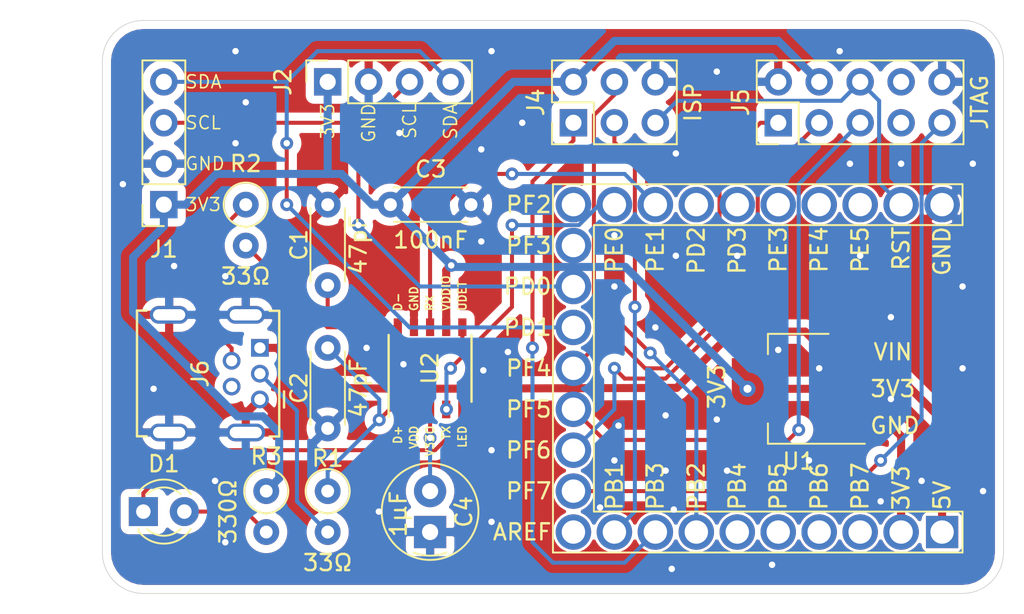
<source format=kicad_pcb>
(kicad_pcb (version 20171130) (host pcbnew "(v20200319-2156-gdc3b0361c1)")

  (general
    (thickness 1.6)
    (drawings 16)
    (tracks 241)
    (zones 0)
    (modules 16)
    (nets 38)
  )

  (page A4)
  (layers
    (0 F.Cu signal)
    (31 B.Cu signal)
    (32 B.Adhes user)
    (33 F.Adhes user)
    (34 B.Paste user)
    (35 F.Paste user)
    (36 B.SilkS user)
    (37 F.SilkS user)
    (38 B.Mask user)
    (39 F.Mask user)
    (40 Dwgs.User user)
    (41 Cmts.User user)
    (42 Eco1.User user)
    (43 Eco2.User user)
    (44 Edge.Cuts user)
    (45 Margin user)
    (46 B.CrtYd user)
    (47 F.CrtYd user)
    (48 B.Fab user)
    (49 F.Fab user)
  )

  (setup
    (last_trace_width 0.25)
    (trace_clearance 0.2)
    (zone_clearance 0.508)
    (zone_45_only no)
    (trace_min 0.2)
    (via_size 0.8)
    (via_drill 0.4)
    (via_min_size 0.4)
    (via_min_drill 0.3)
    (uvia_size 0.3)
    (uvia_drill 0.1)
    (uvias_allowed no)
    (uvia_min_size 0.2)
    (uvia_min_drill 0.1)
    (edge_width 0.05)
    (segment_width 0.2)
    (pcb_text_width 0.3)
    (pcb_text_size 1.5 1.5)
    (mod_edge_width 0.12)
    (mod_text_size 1 1)
    (mod_text_width 0.15)
    (pad_size 1.524 1.524)
    (pad_drill 0.762)
    (pad_to_mask_clearance 0.051)
    (solder_mask_min_width 0.25)
    (aux_axis_origin 0 0)
    (visible_elements FFFFFF7F)
    (pcbplotparams
      (layerselection 0x010fc_ffffffff)
      (usegerberextensions false)
      (usegerberattributes true)
      (usegerberadvancedattributes false)
      (creategerberjobfile false)
      (excludeedgelayer false)
      (linewidth 0.150000)
      (plotframeref false)
      (viasonmask false)
      (mode 1)
      (useauxorigin false)
      (hpglpennumber 1)
      (hpglpenspeed 20)
      (hpglpendiameter 15.000000)
      (psnegative false)
      (psa4output false)
      (plotreference true)
      (plotvalue true)
      (plotinvisibletext false)
      (padsonsilk false)
      (subtractmaskfromsilk true)
      (outputformat 1)
      (mirror false)
      (drillshape 0)
      (scaleselection 1)
      (outputdirectory "gerber/"))
  )

  (net 0 "")
  (net 1 GND)
  (net 2 "Net-(C1-Pad1)")
  (net 3 "Net-(C2-Pad1)")
  (net 4 +3V3)
  (net 5 "Net-(C4-Pad1)")
  (net 6 "Net-(D1-Pad1)")
  (net 7 "Net-(D1-Pad2)")
  (net 8 +5V)
  (net 9 /PB7_OC0A)
  (net 10 /PB6_OC1B)
  (net 11 /PB5_OC1A)
  (net 12 /PB4_OC2A)
  (net 13 /PB2_MOSI)
  (net 14 /PB3_MISO)
  (net 15 /PB1_SCK)
  (net 16 /PF2_ADC2)
  (net 17 /PF3_ADC3)
  (net 18 /PD0_SCL_INT0)
  (net 19 /PD1_SDA_INT1)
  (net 20 /PF4_ADC4_TCK)
  (net 21 /PF5_ADC5_TMS)
  (net 22 /PF6_ADC6_TDO)
  (net 23 /PF7_ADC7_TDI)
  (net 24 /AREF)
  (net 25 /PE0_RXD0)
  (net 26 /PE1_TXD0)
  (net 27 /PD2_RXD1_INT2)
  (net 28 /PD3_TXD1_INT3)
  (net 29 /PE3_OC3A)
  (net 30 /PE4_OC3B_INT4)
  (net 31 /PE5_OC3C_INT5)
  (net 32 /RESET)
  (net 33 "Net-(J5-Pad7)")
  (net 34 "Net-(J5-Pad8)")
  (net 35 "Net-(J6-Pad4)")
  (net 36 "Net-(J6-Pad3)")
  (net 37 "Net-(J6-Pad2)")

  (net_class Default "This is the default net class."
    (clearance 0.2)
    (trace_width 0.25)
    (via_dia 0.8)
    (via_drill 0.4)
    (uvia_dia 0.3)
    (uvia_drill 0.1)
    (add_net /AREF)
    (add_net /PB1_SCK)
    (add_net /PB2_MOSI)
    (add_net /PB3_MISO)
    (add_net /PB4_OC2A)
    (add_net /PB5_OC1A)
    (add_net /PB6_OC1B)
    (add_net /PB7_OC0A)
    (add_net /PD0_SCL_INT0)
    (add_net /PD1_SDA_INT1)
    (add_net /PD2_RXD1_INT2)
    (add_net /PD3_TXD1_INT3)
    (add_net /PE0_RXD0)
    (add_net /PE1_TXD0)
    (add_net /PE3_OC3A)
    (add_net /PE4_OC3B_INT4)
    (add_net /PE5_OC3C_INT5)
    (add_net /PF2_ADC2)
    (add_net /PF3_ADC3)
    (add_net /PF4_ADC4_TCK)
    (add_net /PF5_ADC5_TMS)
    (add_net /PF6_ADC6_TDO)
    (add_net /PF7_ADC7_TDI)
    (add_net /RESET)
    (add_net "Net-(C1-Pad1)")
    (add_net "Net-(C2-Pad1)")
    (add_net "Net-(C4-Pad1)")
    (add_net "Net-(D1-Pad1)")
    (add_net "Net-(D1-Pad2)")
    (add_net "Net-(J5-Pad7)")
    (add_net "Net-(J5-Pad8)")
    (add_net "Net-(J6-Pad2)")
    (add_net "Net-(J6-Pad3)")
    (add_net "Net-(J6-Pad4)")
  )

  (net_class Power ""
    (clearance 0.2)
    (trace_width 0.5)
    (via_dia 1)
    (via_drill 0.5)
    (uvia_dia 0.3)
    (uvia_drill 0.1)
    (add_net +3V3)
    (add_net +5V)
    (add_net GND)
  )

  (module boards:CoreRF-Header (layer F.Cu) (tedit 5EBA8EB4) (tstamp 5E796F5B)
    (at 121.92 58.42)
    (path /5E810E88)
    (fp_text reference J3 (at -27.94 -11.43 90) (layer F.SilkS) hide
      (effects (font (size 1 1) (thickness 0.15)))
    )
    (fp_text value CoreRF-Header (at -11.43 0) (layer F.Fab) hide
      (effects (font (size 1 1) (thickness 0.15)))
    )
    (fp_text user GND (at 0 -19.05 90) (layer F.SilkS)
      (effects (font (size 1 1) (thickness 0.15)) (justify right))
    )
    (fp_text user RST (at -2.54 -19.05 90) (layer F.SilkS)
      (effects (font (size 1 1) (thickness 0.15)) (justify right))
    )
    (fp_text user PE5 (at -5.08 -19.05 90) (layer F.SilkS)
      (effects (font (size 1 1) (thickness 0.15)) (justify right))
    )
    (fp_text user PE4 (at -7.62 -19.05 90) (layer F.SilkS)
      (effects (font (size 1 1) (thickness 0.15)) (justify right))
    )
    (fp_text user PE3 (at -10.16 -19.05 90) (layer F.SilkS)
      (effects (font (size 1 1) (thickness 0.15)) (justify right))
    )
    (fp_text user PD3 (at -12.7 -19.05 90) (layer F.SilkS)
      (effects (font (size 1 1) (thickness 0.15)) (justify right))
    )
    (fp_text user PD2 (at -15.24 -19.05 90) (layer F.SilkS)
      (effects (font (size 1 1) (thickness 0.15)) (justify right))
    )
    (fp_text user PE1 (at -17.78 -19.05 90) (layer F.SilkS)
      (effects (font (size 1 1) (thickness 0.15)) (justify right))
    )
    (fp_text user PE0 (at -20.32 -19.05 90) (layer F.SilkS)
      (effects (font (size 1 1) (thickness 0.15)) (justify right))
    )
    (fp_text user PF2 (at -24.13 -20.32) (layer F.SilkS)
      (effects (font (size 1 1) (thickness 0.15)) (justify right))
    )
    (fp_text user PF3 (at -24.13 -17.78) (layer F.SilkS)
      (effects (font (size 1 1) (thickness 0.15)) (justify right))
    )
    (fp_text user PD0 (at -24.13 -15.24) (layer F.SilkS)
      (effects (font (size 1 1) (thickness 0.15)) (justify right))
    )
    (fp_text user PD1 (at -24.13 -12.7) (layer F.SilkS)
      (effects (font (size 1 1) (thickness 0.15)) (justify right))
    )
    (fp_text user PF4 (at -24.13 -10.16) (layer F.SilkS)
      (effects (font (size 1 1) (thickness 0.15)) (justify right))
    )
    (fp_text user PF5 (at -24.13 -7.62) (layer F.SilkS)
      (effects (font (size 1 1) (thickness 0.15)) (justify right))
    )
    (fp_text user PF6 (at -24.13 -5.08) (layer F.SilkS)
      (effects (font (size 1 1) (thickness 0.15)) (justify right))
    )
    (fp_text user PF7 (at -24.13 -2.54) (layer F.SilkS)
      (effects (font (size 1 1) (thickness 0.15)) (justify right))
    )
    (fp_text user AREF (at -24.13 0) (layer F.SilkS)
      (effects (font (size 1 1) (thickness 0.15)) (justify right))
    )
    (fp_text user PB1 (at -20.32 -1.27 90) (layer F.SilkS)
      (effects (font (size 1 1) (thickness 0.15)) (justify left))
    )
    (fp_text user PB3 (at -17.78 -1.27 90) (layer F.SilkS)
      (effects (font (size 1 1) (thickness 0.15)) (justify left))
    )
    (fp_text user PB2 (at -15.24 -1.27 90) (layer F.SilkS)
      (effects (font (size 1 1) (thickness 0.15)) (justify left))
    )
    (fp_text user PB4 (at -12.7 -1.27 90) (layer F.SilkS)
      (effects (font (size 1 1) (thickness 0.15)) (justify left))
    )
    (fp_text user PB5 (at -10.16 -1.27 90) (layer F.SilkS)
      (effects (font (size 1 1) (thickness 0.15)) (justify left))
    )
    (fp_text user PB6 (at -7.62 -1.27 90) (layer F.SilkS)
      (effects (font (size 1 1) (thickness 0.15)) (justify left))
    )
    (fp_text user PB7 (at -5.08 -1.27 90) (layer F.SilkS)
      (effects (font (size 1 1) (thickness 0.15)) (justify left))
    )
    (fp_text user 3V3 (at -2.54 -1.27 90) (layer F.SilkS)
      (effects (font (size 1 1) (thickness 0.15)) (justify left))
    )
    (fp_text user 5V (at 0 -1.27 90) (layer F.SilkS)
      (effects (font (size 1 1) (thickness 0.15)) (justify left))
    )
    (fp_line (start -21.844 -1.016) (end 1.016 -1.016) (layer F.CrtYd) (width 0.05))
    (fp_line (start -21.844 -19.304) (end -21.844 -1.016) (layer F.CrtYd) (width 0.05))
    (fp_line (start 1.016 -19.304) (end -21.844 -19.304) (layer F.CrtYd) (width 0.05))
    (fp_line (start 1.016 -21.336) (end 1.016 -19.304) (layer F.CrtYd) (width 0.05))
    (fp_line (start -23.876 -21.336) (end 1.016 -21.336) (layer F.CrtYd) (width 0.05))
    (fp_line (start -23.876 1.016) (end -23.876 -21.336) (layer F.CrtYd) (width 0.05))
    (fp_line (start 1.016 1.016) (end -23.876 1.016) (layer F.CrtYd) (width 0.05))
    (fp_line (start 1.016 -1.016) (end 1.016 1.016) (layer F.CrtYd) (width 0.05))
    (fp_line (start -21.59 -1.27) (end 1.27 -1.27) (layer F.SilkS) (width 0.12))
    (fp_line (start -21.59 -19.05) (end -21.59 -1.27) (layer F.SilkS) (width 0.12))
    (fp_line (start 1.27 -19.05) (end -21.59 -19.05) (layer F.SilkS) (width 0.12))
    (fp_line (start 1.27 -21.59) (end 1.27 -19.05) (layer F.SilkS) (width 0.12))
    (fp_line (start -24.13 -21.59) (end 1.27 -21.59) (layer F.SilkS) (width 0.12))
    (fp_line (start -24.13 1.27) (end -24.13 -21.59) (layer F.SilkS) (width 0.12))
    (fp_line (start 1.27 1.27) (end -24.13 1.27) (layer F.SilkS) (width 0.12))
    (fp_line (start 1.27 -1.27) (end 1.27 1.27) (layer F.SilkS) (width 0.12))
    (pad 27 thru_hole circle (at 0 -20.32) (size 2.2 2.2) (drill 1.45) (layers *.Cu *.Mask)
      (net 1 GND))
    (pad 26 thru_hole circle (at -2.54 -20.32) (size 2.2 2.2) (drill 1.45) (layers *.Cu *.Mask)
      (net 32 /RESET))
    (pad 25 thru_hole circle (at -5.08 -20.32) (size 2.2 2.2) (drill 1.45) (layers *.Cu *.Mask)
      (net 31 /PE5_OC3C_INT5))
    (pad 24 thru_hole circle (at -7.62 -20.32) (size 2.2 2.2) (drill 1.45) (layers *.Cu *.Mask)
      (net 30 /PE4_OC3B_INT4))
    (pad 23 thru_hole circle (at -10.16 -20.32) (size 2.2 2.2) (drill 1.45) (layers *.Cu *.Mask)
      (net 29 /PE3_OC3A))
    (pad 22 thru_hole circle (at -12.7 -20.32) (size 2.2 2.2) (drill 1.45) (layers *.Cu *.Mask)
      (net 28 /PD3_TXD1_INT3))
    (pad 21 thru_hole circle (at -15.24 -20.32) (size 2.2 2.2) (drill 1.45) (layers *.Cu *.Mask)
      (net 27 /PD2_RXD1_INT2))
    (pad 20 thru_hole circle (at -17.78 -20.32) (size 2.2 2.2) (drill 1.45) (layers *.Cu *.Mask)
      (net 26 /PE1_TXD0))
    (pad 19 thru_hole circle (at -20.32 -20.32) (size 2.2 2.2) (drill 1.45) (layers *.Cu *.Mask)
      (net 25 /PE0_RXD0))
    (pad 18 thru_hole circle (at -22.86 -20.32) (size 2.2 2.2) (drill 1.45) (layers *.Cu *.Mask)
      (net 16 /PF2_ADC2))
    (pad 17 thru_hole circle (at -22.86 -17.78) (size 2.2 2.2) (drill 1.45) (layers *.Cu *.Mask)
      (net 17 /PF3_ADC3))
    (pad 16 thru_hole circle (at -22.86 -15.24) (size 2.2 2.2) (drill 1.45) (layers *.Cu *.Mask)
      (net 18 /PD0_SCL_INT0))
    (pad 15 thru_hole circle (at -22.86 -12.7) (size 2.2 2.2) (drill 1.45) (layers *.Cu *.Mask)
      (net 19 /PD1_SDA_INT1))
    (pad 14 thru_hole circle (at -22.86 -10.16) (size 2.2 2.2) (drill 1.45) (layers *.Cu *.Mask)
      (net 20 /PF4_ADC4_TCK))
    (pad 13 thru_hole circle (at -22.86 -7.62) (size 2.2 2.2) (drill 1.45) (layers *.Cu *.Mask)
      (net 21 /PF5_ADC5_TMS))
    (pad 12 thru_hole circle (at -22.86 -5.08) (size 2.2 2.2) (drill 1.45) (layers *.Cu *.Mask)
      (net 22 /PF6_ADC6_TDO))
    (pad 11 thru_hole circle (at -22.86 -2.54) (size 2.2 2.2) (drill 1.45) (layers *.Cu *.Mask)
      (net 23 /PF7_ADC7_TDI))
    (pad 10 thru_hole circle (at -22.86 0) (size 2.2 2.2) (drill 1.45) (layers *.Cu *.Mask)
      (net 24 /AREF))
    (pad 9 thru_hole circle (at -20.32 0) (size 2.2 2.2) (drill 1.45) (layers *.Cu *.Mask)
      (net 15 /PB1_SCK))
    (pad 8 thru_hole circle (at -17.78 0) (size 2.2 2.2) (drill 1.45) (layers *.Cu *.Mask)
      (net 14 /PB3_MISO))
    (pad 7 thru_hole circle (at -15.24 0) (size 2.2 2.2) (drill 1.45) (layers *.Cu *.Mask)
      (net 13 /PB2_MOSI))
    (pad 6 thru_hole circle (at -12.7 0) (size 2.2 2.2) (drill 1.45) (layers *.Cu *.Mask)
      (net 12 /PB4_OC2A))
    (pad 5 thru_hole circle (at -10.16 0) (size 2.2 2.2) (drill 1.45) (layers *.Cu *.Mask)
      (net 11 /PB5_OC1A))
    (pad 4 thru_hole circle (at -7.62 0) (size 2.2 2.2) (drill 1.45) (layers *.Cu *.Mask)
      (net 10 /PB6_OC1B))
    (pad 3 thru_hole circle (at -5.08 0) (size 2.2 2.2) (drill 1.45) (layers *.Cu *.Mask)
      (net 9 /PB7_OC0A))
    (pad 2 thru_hole circle (at -2.54 0) (size 2.2 2.2) (drill 1.45) (layers *.Cu *.Mask)
      (net 4 +3V3))
    (pad 1 thru_hole rect (at 0 0) (size 2 2) (drill 1.45) (layers *.Cu *.Mask)
      (net 8 +5V))
  )

  (module Capacitor_THT:C_Disc_D4.3mm_W1.9mm_P5.00mm (layer F.Cu) (tedit 5AE50EF0) (tstamp 5E796E9B)
    (at 83.82 43.1 90)
    (descr "C, Disc series, Radial, pin pitch=5.00mm, , diameter*width=4.3*1.9mm^2, Capacitor, http://www.vishay.com/docs/45233/krseries.pdf")
    (tags "C Disc series Radial pin pitch 5.00mm  diameter 4.3mm width 1.9mm Capacitor")
    (path /5E7EA9D5)
    (fp_text reference C1 (at 2.5 -1.778 90) (layer F.SilkS)
      (effects (font (size 1 1) (thickness 0.15)))
    )
    (fp_text value 47pF (at 2.5 1.905 90) (layer F.SilkS)
      (effects (font (size 1 1) (thickness 0.15)))
    )
    (fp_text user %R (at 2.5 0 90) (layer F.Fab)
      (effects (font (size 0.86 0.86) (thickness 0.129)))
    )
    (fp_line (start 6.05 -1.2) (end -1.05 -1.2) (layer F.CrtYd) (width 0.05))
    (fp_line (start 6.05 1.2) (end 6.05 -1.2) (layer F.CrtYd) (width 0.05))
    (fp_line (start -1.05 1.2) (end 6.05 1.2) (layer F.CrtYd) (width 0.05))
    (fp_line (start -1.05 -1.2) (end -1.05 1.2) (layer F.CrtYd) (width 0.05))
    (fp_line (start 4.77 1.055) (end 4.77 1.07) (layer F.SilkS) (width 0.12))
    (fp_line (start 4.77 -1.07) (end 4.77 -1.055) (layer F.SilkS) (width 0.12))
    (fp_line (start 0.23 1.055) (end 0.23 1.07) (layer F.SilkS) (width 0.12))
    (fp_line (start 0.23 -1.07) (end 0.23 -1.055) (layer F.SilkS) (width 0.12))
    (fp_line (start 0.23 1.07) (end 4.77 1.07) (layer F.SilkS) (width 0.12))
    (fp_line (start 0.23 -1.07) (end 4.77 -1.07) (layer F.SilkS) (width 0.12))
    (fp_line (start 4.65 -0.95) (end 0.35 -0.95) (layer F.Fab) (width 0.1))
    (fp_line (start 4.65 0.95) (end 4.65 -0.95) (layer F.Fab) (width 0.1))
    (fp_line (start 0.35 0.95) (end 4.65 0.95) (layer F.Fab) (width 0.1))
    (fp_line (start 0.35 -0.95) (end 0.35 0.95) (layer F.Fab) (width 0.1))
    (pad 2 thru_hole circle (at 5 0 90) (size 1.6 1.6) (drill 0.8) (layers *.Cu *.Mask)
      (net 1 GND))
    (pad 1 thru_hole circle (at 0 0 90) (size 1.6 1.6) (drill 0.8) (layers *.Cu *.Mask)
      (net 2 "Net-(C1-Pad1)"))
    (model ${KISYS3DMOD}/Capacitor_THT.3dshapes/C_Disc_D4.3mm_W1.9mm_P5.00mm.wrl
      (at (xyz 0 0 0))
      (scale (xyz 1 1 1))
      (rotate (xyz 0 0 0))
    )
  )

  (module Capacitor_THT:C_Disc_D4.3mm_W1.9mm_P5.00mm (layer F.Cu) (tedit 5AE50EF0) (tstamp 5E79811F)
    (at 83.82 46.99 270)
    (descr "C, Disc series, Radial, pin pitch=5.00mm, , diameter*width=4.3*1.9mm^2, Capacitor, http://www.vishay.com/docs/45233/krseries.pdf")
    (tags "C Disc series Radial pin pitch 5.00mm  diameter 4.3mm width 1.9mm Capacitor")
    (path /5E7EAD2A)
    (fp_text reference C2 (at 2.5 1.778 90) (layer F.SilkS)
      (effects (font (size 1 1) (thickness 0.15)))
    )
    (fp_text value 47pF (at 2.5 -1.905 90) (layer F.SilkS)
      (effects (font (size 1 1) (thickness 0.15)))
    )
    (fp_line (start 0.35 -0.95) (end 0.35 0.95) (layer F.Fab) (width 0.1))
    (fp_line (start 0.35 0.95) (end 4.65 0.95) (layer F.Fab) (width 0.1))
    (fp_line (start 4.65 0.95) (end 4.65 -0.95) (layer F.Fab) (width 0.1))
    (fp_line (start 4.65 -0.95) (end 0.35 -0.95) (layer F.Fab) (width 0.1))
    (fp_line (start 0.23 -1.07) (end 4.77 -1.07) (layer F.SilkS) (width 0.12))
    (fp_line (start 0.23 1.07) (end 4.77 1.07) (layer F.SilkS) (width 0.12))
    (fp_line (start 0.23 -1.07) (end 0.23 -1.055) (layer F.SilkS) (width 0.12))
    (fp_line (start 0.23 1.055) (end 0.23 1.07) (layer F.SilkS) (width 0.12))
    (fp_line (start 4.77 -1.07) (end 4.77 -1.055) (layer F.SilkS) (width 0.12))
    (fp_line (start 4.77 1.055) (end 4.77 1.07) (layer F.SilkS) (width 0.12))
    (fp_line (start -1.05 -1.2) (end -1.05 1.2) (layer F.CrtYd) (width 0.05))
    (fp_line (start -1.05 1.2) (end 6.05 1.2) (layer F.CrtYd) (width 0.05))
    (fp_line (start 6.05 1.2) (end 6.05 -1.2) (layer F.CrtYd) (width 0.05))
    (fp_line (start 6.05 -1.2) (end -1.05 -1.2) (layer F.CrtYd) (width 0.05))
    (fp_text user %R (at 2.5 0 90) (layer F.Fab)
      (effects (font (size 0.86 0.86) (thickness 0.129)))
    )
    (pad 1 thru_hole circle (at 0 0 270) (size 1.6 1.6) (drill 0.8) (layers *.Cu *.Mask)
      (net 3 "Net-(C2-Pad1)"))
    (pad 2 thru_hole circle (at 5 0 270) (size 1.6 1.6) (drill 0.8) (layers *.Cu *.Mask)
      (net 1 GND))
    (model ${KISYS3DMOD}/Capacitor_THT.3dshapes/C_Disc_D4.3mm_W1.9mm_P5.00mm.wrl
      (at (xyz 0 0 0))
      (scale (xyz 1 1 1))
      (rotate (xyz 0 0 0))
    )
  )

  (module Capacitor_THT:C_Disc_D4.3mm_W1.9mm_P5.00mm (layer F.Cu) (tedit 5AE50EF0) (tstamp 5E796EC5)
    (at 87.71 38.1)
    (descr "C, Disc series, Radial, pin pitch=5.00mm, , diameter*width=4.3*1.9mm^2, Capacitor, http://www.vishay.com/docs/45233/krseries.pdf")
    (tags "C Disc series Radial pin pitch 5.00mm  diameter 4.3mm width 1.9mm Capacitor")
    (path /5E7E3564)
    (fp_text reference C3 (at 2.5 -2.2) (layer F.SilkS)
      (effects (font (size 1 1) (thickness 0.15)))
    )
    (fp_text value 100nF (at 2.5 2.2) (layer F.SilkS)
      (effects (font (size 1 1) (thickness 0.15)))
    )
    (fp_line (start 0.35 -0.95) (end 0.35 0.95) (layer F.Fab) (width 0.1))
    (fp_line (start 0.35 0.95) (end 4.65 0.95) (layer F.Fab) (width 0.1))
    (fp_line (start 4.65 0.95) (end 4.65 -0.95) (layer F.Fab) (width 0.1))
    (fp_line (start 4.65 -0.95) (end 0.35 -0.95) (layer F.Fab) (width 0.1))
    (fp_line (start 0.23 -1.07) (end 4.77 -1.07) (layer F.SilkS) (width 0.12))
    (fp_line (start 0.23 1.07) (end 4.77 1.07) (layer F.SilkS) (width 0.12))
    (fp_line (start 0.23 -1.07) (end 0.23 -1.055) (layer F.SilkS) (width 0.12))
    (fp_line (start 0.23 1.055) (end 0.23 1.07) (layer F.SilkS) (width 0.12))
    (fp_line (start 4.77 -1.07) (end 4.77 -1.055) (layer F.SilkS) (width 0.12))
    (fp_line (start 4.77 1.055) (end 4.77 1.07) (layer F.SilkS) (width 0.12))
    (fp_line (start -1.05 -1.2) (end -1.05 1.2) (layer F.CrtYd) (width 0.05))
    (fp_line (start -1.05 1.2) (end 6.05 1.2) (layer F.CrtYd) (width 0.05))
    (fp_line (start 6.05 1.2) (end 6.05 -1.2) (layer F.CrtYd) (width 0.05))
    (fp_line (start 6.05 -1.2) (end -1.05 -1.2) (layer F.CrtYd) (width 0.05))
    (fp_text user %R (at 2.5 0) (layer F.Fab)
      (effects (font (size 0.86 0.86) (thickness 0.129)))
    )
    (pad 1 thru_hole circle (at 0 0) (size 1.6 1.6) (drill 0.8) (layers *.Cu *.Mask)
      (net 4 +3V3))
    (pad 2 thru_hole circle (at 5 0) (size 1.6 1.6) (drill 0.8) (layers *.Cu *.Mask)
      (net 1 GND))
    (model ${KISYS3DMOD}/Capacitor_THT.3dshapes/C_Disc_D4.3mm_W1.9mm_P5.00mm.wrl
      (at (xyz 0 0 0))
      (scale (xyz 1 1 1))
      (rotate (xyz 0 0 0))
    )
  )

  (module boards:electrolytic_capacitor_10uf (layer F.Cu) (tedit 5E788C1E) (tstamp 5E796ECE)
    (at 90.17 55.88 270)
    (path /5E7E5C8A)
    (fp_text reference C4 (at 1.288999 -2.098001 90) (layer F.SilkS)
      (effects (font (size 1 1) (thickness 0.15)))
    )
    (fp_text value 1µF (at 1.415999 1.965999 90) (layer F.SilkS)
      (effects (font (size 1 1) (thickness 0.15)))
    )
    (fp_circle (center 1.27 0) (end 4.27 0) (layer F.Fab) (width 0.1))
    (fp_circle (center 1.27 0) (end 4.27 0) (layer F.SilkS) (width 0.12))
    (fp_arc (start 1.27 0) (end 3.809999 1.015999) (angle -43.60281897) (layer F.SilkS) (width 0.12))
    (pad 2 thru_hole rect (at 2.54 0 270) (size 2 2) (drill 1) (layers *.Cu *.Mask)
      (net 1 GND))
    (pad 1 thru_hole circle (at 0 0 90) (size 2 2) (drill 1) (layers *.Cu *.Mask)
      (net 5 "Net-(C4-Pad1)"))
    (model ${KIPRJMOD}/../lib/3D/electrolytic_capacitor_10uf.wrl
      (offset (xyz 1.27 0 0))
      (scale (xyz 1 1 1))
      (rotate (xyz 0 0 0))
    )
  )

  (module LED_THT:LED_D3.0mm (layer F.Cu) (tedit 587A3A7B) (tstamp 5E796EE1)
    (at 72.39 57.15)
    (descr "LED, diameter 3.0mm, 2 pins")
    (tags "LED diameter 3.0mm 2 pins")
    (path /5E7EFFBE)
    (fp_text reference D1 (at 1.27 -2.96) (layer F.SilkS)
      (effects (font (size 1 1) (thickness 0.15)))
    )
    (fp_text value LED (at 1.27 2.96) (layer F.Fab)
      (effects (font (size 1 1) (thickness 0.15)))
    )
    (fp_arc (start 1.27 0) (end -0.23 -1.16619) (angle 284.3) (layer F.Fab) (width 0.1))
    (fp_arc (start 1.27 0) (end -0.29 -1.235516) (angle 108.8) (layer F.SilkS) (width 0.12))
    (fp_arc (start 1.27 0) (end -0.29 1.235516) (angle -108.8) (layer F.SilkS) (width 0.12))
    (fp_arc (start 1.27 0) (end 0.229039 -1.08) (angle 87.9) (layer F.SilkS) (width 0.12))
    (fp_arc (start 1.27 0) (end 0.229039 1.08) (angle -87.9) (layer F.SilkS) (width 0.12))
    (fp_circle (center 1.27 0) (end 2.77 0) (layer F.Fab) (width 0.1))
    (fp_line (start -0.23 -1.16619) (end -0.23 1.16619) (layer F.Fab) (width 0.1))
    (fp_line (start -0.29 -1.236) (end -0.29 -1.08) (layer F.SilkS) (width 0.12))
    (fp_line (start -0.29 1.08) (end -0.29 1.236) (layer F.SilkS) (width 0.12))
    (fp_line (start -1.15 -2.25) (end -1.15 2.25) (layer F.CrtYd) (width 0.05))
    (fp_line (start -1.15 2.25) (end 3.7 2.25) (layer F.CrtYd) (width 0.05))
    (fp_line (start 3.7 2.25) (end 3.7 -2.25) (layer F.CrtYd) (width 0.05))
    (fp_line (start 3.7 -2.25) (end -1.15 -2.25) (layer F.CrtYd) (width 0.05))
    (pad 1 thru_hole rect (at 0 0) (size 1.8 1.8) (drill 0.9) (layers *.Cu *.Mask)
      (net 6 "Net-(D1-Pad1)"))
    (pad 2 thru_hole circle (at 2.54 0) (size 1.8 1.8) (drill 0.9) (layers *.Cu *.Mask)
      (net 7 "Net-(D1-Pad2)"))
    (model ${KISYS3DMOD}/LED_THT.3dshapes/LED_D3.0mm.wrl
      (at (xyz 0 0 0))
      (scale (xyz 1 1 1))
      (rotate (xyz 0 0 0))
    )
  )

  (module Connector_PinSocket_2.54mm:PinSocket_1x04_P2.54mm_Vertical (layer F.Cu) (tedit 5A19A429) (tstamp 5E796EF9)
    (at 73.66 38.1 180)
    (descr "Through hole straight socket strip, 1x04, 2.54mm pitch, single row (from Kicad 4.0.7), script generated")
    (tags "Through hole socket strip THT 1x04 2.54mm single row")
    (path /5E7C6C09)
    (fp_text reference J1 (at 0 -2.77) (layer F.SilkS)
      (effects (font (size 1 1) (thickness 0.15)))
    )
    (fp_text value I2C_1 (at 0 10.39) (layer F.Fab)
      (effects (font (size 1 1) (thickness 0.15)))
    )
    (fp_line (start -1.27 -1.27) (end 0.635 -1.27) (layer F.Fab) (width 0.1))
    (fp_line (start 0.635 -1.27) (end 1.27 -0.635) (layer F.Fab) (width 0.1))
    (fp_line (start 1.27 -0.635) (end 1.27 8.89) (layer F.Fab) (width 0.1))
    (fp_line (start 1.27 8.89) (end -1.27 8.89) (layer F.Fab) (width 0.1))
    (fp_line (start -1.27 8.89) (end -1.27 -1.27) (layer F.Fab) (width 0.1))
    (fp_line (start -1.33 1.27) (end 1.33 1.27) (layer F.SilkS) (width 0.12))
    (fp_line (start -1.33 1.27) (end -1.33 8.95) (layer F.SilkS) (width 0.12))
    (fp_line (start -1.33 8.95) (end 1.33 8.95) (layer F.SilkS) (width 0.12))
    (fp_line (start 1.33 1.27) (end 1.33 8.95) (layer F.SilkS) (width 0.12))
    (fp_line (start 1.33 -1.33) (end 1.33 0) (layer F.SilkS) (width 0.12))
    (fp_line (start 0 -1.33) (end 1.33 -1.33) (layer F.SilkS) (width 0.12))
    (fp_line (start -1.8 -1.8) (end 1.75 -1.8) (layer F.CrtYd) (width 0.05))
    (fp_line (start 1.75 -1.8) (end 1.75 9.4) (layer F.CrtYd) (width 0.05))
    (fp_line (start 1.75 9.4) (end -1.8 9.4) (layer F.CrtYd) (width 0.05))
    (fp_line (start -1.8 9.4) (end -1.8 -1.8) (layer F.CrtYd) (width 0.05))
    (fp_text user %R (at 0 3.81 90) (layer F.Fab)
      (effects (font (size 1 1) (thickness 0.15)))
    )
    (pad 1 thru_hole rect (at 0 0 180) (size 1.7 1.7) (drill 1) (layers *.Cu *.Mask)
      (net 4 +3V3))
    (pad 2 thru_hole oval (at 0 2.54 180) (size 1.7 1.7) (drill 1) (layers *.Cu *.Mask)
      (net 1 GND))
    (pad 3 thru_hole oval (at 0 5.08 180) (size 1.7 1.7) (drill 1) (layers *.Cu *.Mask)
      (net 18 /PD0_SCL_INT0))
    (pad 4 thru_hole oval (at 0 7.62 180) (size 1.7 1.7) (drill 1) (layers *.Cu *.Mask)
      (net 19 /PD1_SDA_INT1))
    (model ${KISYS3DMOD}/Connector_PinSocket_2.54mm.3dshapes/PinSocket_1x04_P2.54mm_Vertical.wrl
      (at (xyz 0 0 0))
      (scale (xyz 1 1 1))
      (rotate (xyz 0 0 0))
    )
  )

  (module Connector_PinSocket_2.54mm:PinSocket_1x04_P2.54mm_Vertical (layer F.Cu) (tedit 5A19A429) (tstamp 5E796F11)
    (at 83.82 30.48 90)
    (descr "Through hole straight socket strip, 1x04, 2.54mm pitch, single row (from Kicad 4.0.7), script generated")
    (tags "Through hole socket strip THT 1x04 2.54mm single row")
    (path /5E7CB1B9)
    (fp_text reference J2 (at 0 -2.77 90) (layer F.SilkS)
      (effects (font (size 1 1) (thickness 0.15)))
    )
    (fp_text value I2C_2 (at 0 10.39 90) (layer F.Fab)
      (effects (font (size 1 1) (thickness 0.15)))
    )
    (fp_text user %R (at 0 3.81) (layer F.Fab)
      (effects (font (size 1 1) (thickness 0.15)))
    )
    (fp_line (start -1.8 9.4) (end -1.8 -1.8) (layer F.CrtYd) (width 0.05))
    (fp_line (start 1.75 9.4) (end -1.8 9.4) (layer F.CrtYd) (width 0.05))
    (fp_line (start 1.75 -1.8) (end 1.75 9.4) (layer F.CrtYd) (width 0.05))
    (fp_line (start -1.8 -1.8) (end 1.75 -1.8) (layer F.CrtYd) (width 0.05))
    (fp_line (start 0 -1.33) (end 1.33 -1.33) (layer F.SilkS) (width 0.12))
    (fp_line (start 1.33 -1.33) (end 1.33 0) (layer F.SilkS) (width 0.12))
    (fp_line (start 1.33 1.27) (end 1.33 8.95) (layer F.SilkS) (width 0.12))
    (fp_line (start -1.33 8.95) (end 1.33 8.95) (layer F.SilkS) (width 0.12))
    (fp_line (start -1.33 1.27) (end -1.33 8.95) (layer F.SilkS) (width 0.12))
    (fp_line (start -1.33 1.27) (end 1.33 1.27) (layer F.SilkS) (width 0.12))
    (fp_line (start -1.27 8.89) (end -1.27 -1.27) (layer F.Fab) (width 0.1))
    (fp_line (start 1.27 8.89) (end -1.27 8.89) (layer F.Fab) (width 0.1))
    (fp_line (start 1.27 -0.635) (end 1.27 8.89) (layer F.Fab) (width 0.1))
    (fp_line (start 0.635 -1.27) (end 1.27 -0.635) (layer F.Fab) (width 0.1))
    (fp_line (start -1.27 -1.27) (end 0.635 -1.27) (layer F.Fab) (width 0.1))
    (pad 4 thru_hole oval (at 0 7.62 90) (size 1.7 1.7) (drill 1) (layers *.Cu *.Mask)
      (net 19 /PD1_SDA_INT1))
    (pad 3 thru_hole oval (at 0 5.08 90) (size 1.7 1.7) (drill 1) (layers *.Cu *.Mask)
      (net 18 /PD0_SCL_INT0))
    (pad 2 thru_hole oval (at 0 2.54 90) (size 1.7 1.7) (drill 1) (layers *.Cu *.Mask)
      (net 1 GND))
    (pad 1 thru_hole rect (at 0 0 90) (size 1.7 1.7) (drill 1) (layers *.Cu *.Mask)
      (net 4 +3V3))
    (model ${KISYS3DMOD}/Connector_PinSocket_2.54mm.3dshapes/PinSocket_1x04_P2.54mm_Vertical.wrl
      (at (xyz 0 0 0))
      (scale (xyz 1 1 1))
      (rotate (xyz 0 0 0))
    )
  )

  (module Connector_PinHeader_2.54mm:PinHeader_2x03_P2.54mm_Vertical (layer F.Cu) (tedit 59FED5CC) (tstamp 5E796F77)
    (at 99.06 33.02 90)
    (descr "Through hole straight pin header, 2x03, 2.54mm pitch, double rows")
    (tags "Through hole pin header THT 2x03 2.54mm double row")
    (path /5E7C1FF2)
    (fp_text reference J4 (at 1.27 -2.33 90) (layer F.SilkS)
      (effects (font (size 1 1) (thickness 0.15)))
    )
    (fp_text value ISP (at 1.27 7.41 90) (layer F.SilkS)
      (effects (font (size 1 1) (thickness 0.15)))
    )
    (fp_line (start 0 -1.27) (end 3.81 -1.27) (layer F.Fab) (width 0.1))
    (fp_line (start 3.81 -1.27) (end 3.81 6.35) (layer F.Fab) (width 0.1))
    (fp_line (start 3.81 6.35) (end -1.27 6.35) (layer F.Fab) (width 0.1))
    (fp_line (start -1.27 6.35) (end -1.27 0) (layer F.Fab) (width 0.1))
    (fp_line (start -1.27 0) (end 0 -1.27) (layer F.Fab) (width 0.1))
    (fp_line (start -1.33 6.41) (end 3.87 6.41) (layer F.SilkS) (width 0.12))
    (fp_line (start -1.33 1.27) (end -1.33 6.41) (layer F.SilkS) (width 0.12))
    (fp_line (start 3.87 -1.33) (end 3.87 6.41) (layer F.SilkS) (width 0.12))
    (fp_line (start -1.33 1.27) (end 1.27 1.27) (layer F.SilkS) (width 0.12))
    (fp_line (start 1.27 1.27) (end 1.27 -1.33) (layer F.SilkS) (width 0.12))
    (fp_line (start 1.27 -1.33) (end 3.87 -1.33) (layer F.SilkS) (width 0.12))
    (fp_line (start -1.33 0) (end -1.33 -1.33) (layer F.SilkS) (width 0.12))
    (fp_line (start -1.33 -1.33) (end 0 -1.33) (layer F.SilkS) (width 0.12))
    (fp_line (start -1.8 -1.8) (end -1.8 6.85) (layer F.CrtYd) (width 0.05))
    (fp_line (start -1.8 6.85) (end 4.35 6.85) (layer F.CrtYd) (width 0.05))
    (fp_line (start 4.35 6.85) (end 4.35 -1.8) (layer F.CrtYd) (width 0.05))
    (fp_line (start 4.35 -1.8) (end -1.8 -1.8) (layer F.CrtYd) (width 0.05))
    (fp_text user %R (at 1.27 2.54) (layer F.Fab)
      (effects (font (size 1 1) (thickness 0.15)))
    )
    (pad 1 thru_hole rect (at 0 0 90) (size 1.7 1.7) (drill 1) (layers *.Cu *.Mask)
      (net 14 /PB3_MISO))
    (pad 2 thru_hole oval (at 2.54 0 90) (size 1.7 1.7) (drill 1) (layers *.Cu *.Mask)
      (net 4 +3V3))
    (pad 3 thru_hole oval (at 0 2.54 90) (size 1.7 1.7) (drill 1) (layers *.Cu *.Mask)
      (net 15 /PB1_SCK))
    (pad 4 thru_hole oval (at 2.54 2.54 90) (size 1.7 1.7) (drill 1) (layers *.Cu *.Mask)
      (net 13 /PB2_MOSI))
    (pad 5 thru_hole oval (at 0 5.08 90) (size 1.7 1.7) (drill 1) (layers *.Cu *.Mask)
      (net 32 /RESET))
    (pad 6 thru_hole oval (at 2.54 5.08 90) (size 1.7 1.7) (drill 1) (layers *.Cu *.Mask)
      (net 1 GND))
    (model ${KISYS3DMOD}/Connector_PinHeader_2.54mm.3dshapes/PinHeader_2x03_P2.54mm_Vertical.wrl
      (at (xyz 0 0 0))
      (scale (xyz 1 1 1))
      (rotate (xyz 0 0 0))
    )
  )

  (module Connector_PinHeader_2.54mm:PinHeader_2x05_P2.54mm_Vertical (layer F.Cu) (tedit 59FED5CC) (tstamp 5E796F97)
    (at 111.76 33.02 90)
    (descr "Through hole straight pin header, 2x05, 2.54mm pitch, double rows")
    (tags "Through hole pin header THT 2x05 2.54mm double row")
    (path /5E7ADC20)
    (fp_text reference J5 (at 1.27 -2.33 90) (layer F.SilkS)
      (effects (font (size 1 1) (thickness 0.15)))
    )
    (fp_text value JTAG (at 1.27 12.49 90) (layer F.SilkS)
      (effects (font (size 1 1) (thickness 0.15)))
    )
    (fp_line (start 0 -1.27) (end 3.81 -1.27) (layer F.Fab) (width 0.1))
    (fp_line (start 3.81 -1.27) (end 3.81 11.43) (layer F.Fab) (width 0.1))
    (fp_line (start 3.81 11.43) (end -1.27 11.43) (layer F.Fab) (width 0.1))
    (fp_line (start -1.27 11.43) (end -1.27 0) (layer F.Fab) (width 0.1))
    (fp_line (start -1.27 0) (end 0 -1.27) (layer F.Fab) (width 0.1))
    (fp_line (start -1.33 11.49) (end 3.87 11.49) (layer F.SilkS) (width 0.12))
    (fp_line (start -1.33 1.27) (end -1.33 11.49) (layer F.SilkS) (width 0.12))
    (fp_line (start 3.87 -1.33) (end 3.87 11.49) (layer F.SilkS) (width 0.12))
    (fp_line (start -1.33 1.27) (end 1.27 1.27) (layer F.SilkS) (width 0.12))
    (fp_line (start 1.27 1.27) (end 1.27 -1.33) (layer F.SilkS) (width 0.12))
    (fp_line (start 1.27 -1.33) (end 3.87 -1.33) (layer F.SilkS) (width 0.12))
    (fp_line (start -1.33 0) (end -1.33 -1.33) (layer F.SilkS) (width 0.12))
    (fp_line (start -1.33 -1.33) (end 0 -1.33) (layer F.SilkS) (width 0.12))
    (fp_line (start -1.8 -1.8) (end -1.8 11.95) (layer F.CrtYd) (width 0.05))
    (fp_line (start -1.8 11.95) (end 4.35 11.95) (layer F.CrtYd) (width 0.05))
    (fp_line (start 4.35 11.95) (end 4.35 -1.8) (layer F.CrtYd) (width 0.05))
    (fp_line (start 4.35 -1.8) (end -1.8 -1.8) (layer F.CrtYd) (width 0.05))
    (fp_text user %R (at 1.27 5.08) (layer F.Fab)
      (effects (font (size 1 1) (thickness 0.15)))
    )
    (pad 1 thru_hole rect (at 0 0 90) (size 1.7 1.7) (drill 1) (layers *.Cu *.Mask)
      (net 20 /PF4_ADC4_TCK))
    (pad 2 thru_hole oval (at 2.54 0 90) (size 1.7 1.7) (drill 1) (layers *.Cu *.Mask)
      (net 1 GND))
    (pad 3 thru_hole oval (at 0 2.54 90) (size 1.7 1.7) (drill 1) (layers *.Cu *.Mask)
      (net 22 /PF6_ADC6_TDO))
    (pad 4 thru_hole oval (at 2.54 2.54 90) (size 1.7 1.7) (drill 1) (layers *.Cu *.Mask)
      (net 4 +3V3))
    (pad 5 thru_hole oval (at 0 5.08 90) (size 1.7 1.7) (drill 1) (layers *.Cu *.Mask)
      (net 21 /PF5_ADC5_TMS))
    (pad 6 thru_hole oval (at 2.54 5.08 90) (size 1.7 1.7) (drill 1) (layers *.Cu *.Mask)
      (net 32 /RESET))
    (pad 7 thru_hole oval (at 0 7.62 90) (size 1.7 1.7) (drill 1) (layers *.Cu *.Mask)
      (net 33 "Net-(J5-Pad7)"))
    (pad 8 thru_hole oval (at 2.54 7.62 90) (size 1.7 1.7) (drill 1) (layers *.Cu *.Mask)
      (net 34 "Net-(J5-Pad8)"))
    (pad 9 thru_hole oval (at 0 10.16 90) (size 1.7 1.7) (drill 1) (layers *.Cu *.Mask)
      (net 23 /PF7_ADC7_TDI))
    (pad 10 thru_hole oval (at 2.54 10.16 90) (size 1.7 1.7) (drill 1) (layers *.Cu *.Mask)
      (net 1 GND))
    (model ${KISYS3DMOD}/Connector_PinHeader_2.54mm.3dshapes/PinHeader_2x05_P2.54mm_Vertical.wrl
      (at (xyz 0 0 0))
      (scale (xyz 1 1 1))
      (rotate (xyz 0 0 0))
    )
  )

  (module boards:USB_Mini-B-Through-Hole (layer F.Cu) (tedit 5E7889BC) (tstamp 5E796FB7)
    (at 79.615 50.19 90)
    (descr https://omronfs.omron.com/en_US/ecb/products/pdf/en-xm7.pdf)
    (tags "usb mini female")
    (path /5E7DA6EE)
    (fp_text reference J6 (at 1.6 -3.7 90) (layer F.SilkS)
      (effects (font (size 1 1) (thickness 0.15)))
    )
    (fp_text value USB_B_Mini (at 1.5 2.2 90) (layer F.Fab)
      (effects (font (size 1 1) (thickness 0.15)))
    )
    (fp_line (start -0.5 1.5) (end 0.5 1.5) (layer F.SilkS) (width 0.15))
    (fp_line (start 3.875 0.9) (end 5.175 0.9) (layer F.Fab) (width 0.15))
    (fp_line (start 2.5 0.9) (end 3.2 0.2) (layer F.Fab) (width 0.15))
    (fp_line (start 3.2 0.2) (end 3.875 0.9) (layer F.Fab) (width 0.15))
    (fp_line (start -2 0.9) (end 2.5 0.9) (layer F.Fab) (width 0.15))
    (fp_line (start 5.2 -7.366) (end 5.2 0.9) (layer F.Fab) (width 0.15))
    (fp_line (start 5.2 -7.366) (end -2 -7.366) (layer F.Fab) (width 0.15))
    (fp_line (start -2 0.9) (end -2 -7.366) (layer F.Fab) (width 0.15))
    (fp_line (start -2.286 -7.62) (end 5.514 -7.62) (layer F.SilkS) (width 0.15))
    (fp_line (start -2.3 0.6) (end -2.3 1.2) (layer F.SilkS) (width 0.15))
    (fp_line (start -2.3 1.2) (end 5.5 1.2) (layer F.SilkS) (width 0.15))
    (fp_line (start 5.5 1.2) (end 5.5 0.6) (layer F.SilkS) (width 0.15))
    (fp_line (start -2.286 -7.02) (end -2.286 -7.62) (layer F.SilkS) (width 0.15))
    (fp_line (start -2.794 -8.001) (end -2.8 1.5) (layer F.CrtYd) (width 0.05))
    (fp_line (start -2.8 1.5) (end 6 1.5) (layer F.CrtYd) (width 0.05))
    (fp_line (start 6 1.5) (end 6.006 -8.001) (layer F.CrtYd) (width 0.05))
    (fp_line (start 6.006 -8.001) (end -2.794 -8.001) (layer F.CrtYd) (width 0.05))
    (fp_text user %R (at 1.5 -1 90) (layer F.Fab)
      (effects (font (size 1 1) (thickness 0.15)))
    )
    (fp_line (start 5.514 -7.62) (end 5.514 -7.02) (layer F.SilkS) (width 0.15))
    (pad 5 thru_hole circle (at 0 0 90) (size 1.1 1.1) (drill 0.7) (layers *.Cu *.Mask)
      (net 1 GND))
    (pad 4 thru_hole circle (at 0.8 -1.75 90) (size 1.1 1.1) (drill 0.7) (layers *.Cu *.Mask)
      (net 35 "Net-(J6-Pad4)"))
    (pad 3 thru_hole circle (at 1.6 0 90) (size 1.1 1.1) (drill 0.7) (layers *.Cu *.Mask)
      (net 36 "Net-(J6-Pad3)"))
    (pad 2 thru_hole circle (at 2.4 -1.75 90) (size 1.1 1.1) (drill 0.7) (layers *.Cu *.Mask)
      (net 37 "Net-(J6-Pad2)"))
    (pad 1 thru_hole rect (at 3.2 0 90) (size 1.1 1.1) (drill 0.7) (layers *.Cu *.Mask)
      (net 8 +5V))
    (pad 6 thru_hole oval (at -2.05 -0.875 90) (size 1.1 2.4) (drill oval 0.7 2) (layers *.Cu *.Mask)
      (net 1 GND))
    (pad 6 thru_hole oval (at 5.25 -0.875 90) (size 1.1 2.4) (drill oval 0.7 2) (layers *.Cu *.Mask)
      (net 1 GND))
    (pad 6 thru_hole oval (at -2.05 -5.625 90) (size 1.1 2.4) (drill oval 0.7 2) (layers *.Cu *.Mask)
      (net 1 GND))
    (pad 6 thru_hole oval (at 5.25 -5.625 90) (size 1.1 2.4) (drill oval 0.7 2) (layers *.Cu *.Mask)
      (net 1 GND))
    (model ${KISYS3DMOD}/Connector_USB.3dshapes/USB_Mini-B_Lumberg_2486_01_Horizontal.wrl
      (offset (xyz 1.5 3 0))
      (scale (xyz 1 1 1))
      (rotate (xyz 0 0 180))
    )
  )

  (module Resistor_THT:R_Axial_DIN0207_L6.3mm_D2.5mm_P2.54mm_Vertical (layer F.Cu) (tedit 5AE5139B) (tstamp 5E796FC6)
    (at 83.82 55.88 270)
    (descr "Resistor, Axial_DIN0207 series, Axial, Vertical, pin pitch=2.54mm, 0.25W = 1/4W, length*diameter=6.3*2.5mm^2, http://cdn-reichelt.de/documents/datenblatt/B400/1_4W%23YAG.pdf")
    (tags "Resistor Axial_DIN0207 series Axial Vertical pin pitch 2.54mm 0.25W = 1/4W length 6.3mm diameter 2.5mm")
    (path /5E7DE312)
    (fp_text reference R1 (at -2.032 0) (layer F.SilkS)
      (effects (font (size 1 1) (thickness 0.15)))
    )
    (fp_text value 33Ω (at 4.445 0) (layer F.SilkS)
      (effects (font (size 1 1) (thickness 0.15)))
    )
    (fp_circle (center 0 0) (end 1.25 0) (layer F.Fab) (width 0.1))
    (fp_circle (center 0 0) (end 1.37 0) (layer F.SilkS) (width 0.12))
    (fp_line (start 0 0) (end 2.54 0) (layer F.Fab) (width 0.1))
    (fp_line (start 1.37 0) (end 1.44 0) (layer F.SilkS) (width 0.12))
    (fp_line (start -1.5 -1.5) (end -1.5 1.5) (layer F.CrtYd) (width 0.05))
    (fp_line (start -1.5 1.5) (end 3.59 1.5) (layer F.CrtYd) (width 0.05))
    (fp_line (start 3.59 1.5) (end 3.59 -1.5) (layer F.CrtYd) (width 0.05))
    (fp_line (start 3.59 -1.5) (end -1.5 -1.5) (layer F.CrtYd) (width 0.05))
    (fp_text user %R (at 1.25 0 90) (layer F.Fab)
      (effects (font (size 1 1) (thickness 0.15)))
    )
    (pad 1 thru_hole circle (at 0 0 270) (size 1.6 1.6) (drill 0.8) (layers *.Cu *.Mask)
      (net 3 "Net-(C2-Pad1)"))
    (pad 2 thru_hole oval (at 2.54 0 270) (size 1.6 1.6) (drill 0.8) (layers *.Cu *.Mask)
      (net 36 "Net-(J6-Pad3)"))
    (model ${KISYS3DMOD}/Resistor_THT.3dshapes/R_Axial_DIN0207_L6.3mm_D2.5mm_P2.54mm_Vertical.wrl
      (at (xyz 0 0 0))
      (scale (xyz 1 1 1))
      (rotate (xyz 0 0 0))
    )
  )

  (module Resistor_THT:R_Axial_DIN0207_L6.3mm_D2.5mm_P2.54mm_Vertical (layer F.Cu) (tedit 5AE5139B) (tstamp 5E796FD5)
    (at 78.74 38.1 270)
    (descr "Resistor, Axial_DIN0207 series, Axial, Vertical, pin pitch=2.54mm, 0.25W = 1/4W, length*diameter=6.3*2.5mm^2, http://cdn-reichelt.de/documents/datenblatt/B400/1_4W%23YAG.pdf")
    (tags "Resistor Axial_DIN0207 series Axial Vertical pin pitch 2.54mm 0.25W = 1/4W length 6.3mm diameter 2.5mm")
    (path /5E7DED44)
    (fp_text reference R2 (at -2.54 0) (layer F.SilkS)
      (effects (font (size 1 1) (thickness 0.15)))
    )
    (fp_text value 33Ω (at 4.445 0) (layer F.SilkS)
      (effects (font (size 1 1) (thickness 0.15)))
    )
    (fp_text user %R (at 1.27 0 270) (layer F.Fab)
      (effects (font (size 1 1) (thickness 0.15)))
    )
    (fp_line (start 3.59 -1.5) (end -1.5 -1.5) (layer F.CrtYd) (width 0.05))
    (fp_line (start 3.59 1.5) (end 3.59 -1.5) (layer F.CrtYd) (width 0.05))
    (fp_line (start -1.5 1.5) (end 3.59 1.5) (layer F.CrtYd) (width 0.05))
    (fp_line (start -1.5 -1.5) (end -1.5 1.5) (layer F.CrtYd) (width 0.05))
    (fp_line (start 1.37 0) (end 1.44 0) (layer F.SilkS) (width 0.12))
    (fp_line (start 0 0) (end 2.54 0) (layer F.Fab) (width 0.1))
    (fp_circle (center 0 0) (end 1.37 0) (layer F.SilkS) (width 0.12))
    (fp_circle (center 0 0) (end 1.25 0) (layer F.Fab) (width 0.1))
    (pad 2 thru_hole oval (at 2.54 0 270) (size 1.6 1.6) (drill 0.8) (layers *.Cu *.Mask)
      (net 2 "Net-(C1-Pad1)"))
    (pad 1 thru_hole circle (at 0 0 270) (size 1.6 1.6) (drill 0.8) (layers *.Cu *.Mask)
      (net 37 "Net-(J6-Pad2)"))
    (model ${KISYS3DMOD}/Resistor_THT.3dshapes/R_Axial_DIN0207_L6.3mm_D2.5mm_P2.54mm_Vertical.wrl
      (at (xyz 0 0 0))
      (scale (xyz 1 1 1))
      (rotate (xyz 0 0 0))
    )
  )

  (module Resistor_THT:R_Axial_DIN0207_L6.3mm_D2.5mm_P2.54mm_Vertical (layer F.Cu) (tedit 5AE5139B) (tstamp 5E798A92)
    (at 80.01 55.88 270)
    (descr "Resistor, Axial_DIN0207 series, Axial, Vertical, pin pitch=2.54mm, 0.25W = 1/4W, length*diameter=6.3*2.5mm^2, http://cdn-reichelt.de/documents/datenblatt/B400/1_4W%23YAG.pdf")
    (tags "Resistor Axial_DIN0207 series Axial Vertical pin pitch 2.54mm 0.25W = 1/4W length 6.3mm diameter 2.5mm")
    (path /5E7F0658)
    (fp_text reference R3 (at -2.159 0 180) (layer F.SilkS)
      (effects (font (size 1 1) (thickness 0.15)))
    )
    (fp_text value 330Ω (at 1.27 2.37 90) (layer F.SilkS)
      (effects (font (size 1 1) (thickness 0.15)))
    )
    (fp_circle (center 0 0) (end 1.25 0) (layer F.Fab) (width 0.1))
    (fp_circle (center 0 0) (end 1.37 0) (layer F.SilkS) (width 0.12))
    (fp_line (start 0 0) (end 2.54 0) (layer F.Fab) (width 0.1))
    (fp_line (start 1.37 0) (end 1.44 0) (layer F.SilkS) (width 0.12))
    (fp_line (start -1.5 -1.5) (end -1.5 1.5) (layer F.CrtYd) (width 0.05))
    (fp_line (start -1.5 1.5) (end 3.59 1.5) (layer F.CrtYd) (width 0.05))
    (fp_line (start 3.59 1.5) (end 3.59 -1.5) (layer F.CrtYd) (width 0.05))
    (fp_line (start 3.59 -1.5) (end -1.5 -1.5) (layer F.CrtYd) (width 0.05))
    (fp_text user %R (at 1.27 -2.37 90) (layer F.Fab)
      (effects (font (size 1 1) (thickness 0.15)))
    )
    (pad 1 thru_hole circle (at 0 0 270) (size 1.6 1.6) (drill 0.8) (layers *.Cu *.Mask)
      (net 4 +3V3))
    (pad 2 thru_hole oval (at 2.54 0 270) (size 1.6 1.6) (drill 0.8) (layers *.Cu *.Mask)
      (net 7 "Net-(D1-Pad2)"))
    (model ${KISYS3DMOD}/Resistor_THT.3dshapes/R_Axial_DIN0207_L6.3mm_D2.5mm_P2.54mm_Vertical.wrl
      (at (xyz 0 0 0))
      (scale (xyz 1 1 1))
      (rotate (xyz 0 0 0))
    )
  )

  (module boards:LDO-3V3 (layer F.Cu) (tedit 5D6CFABC) (tstamp 5E7982DD)
    (at 113.03 49.53)
    (descr "module CMS SOT223 4 pins")
    (tags "CMS SOT")
    (path /5E7CC30B)
    (attr smd)
    (fp_text reference U1 (at 0 4.5 180) (layer F.SilkS)
      (effects (font (size 1 1) (thickness 0.15)))
    )
    (fp_text value LDO-3V3 (at 0 -4.5 180) (layer F.Fab)
      (effects (font (size 1 1) (thickness 0.15)))
    )
    (fp_text user %R (at 0 0 270) (layer F.Fab)
      (effects (font (size 0.8 0.8) (thickness 0.12)))
    )
    (fp_line (start -1.91 -3.41) (end -1.91 -2.15) (layer F.SilkS) (width 0.12))
    (fp_line (start -1.91 3.41) (end -1.91 2.15) (layer F.SilkS) (width 0.12))
    (fp_line (start -4.4 3.6) (end 4.4 3.6) (layer F.CrtYd) (width 0.05))
    (fp_line (start -4.4 -3.6) (end -4.4 3.6) (layer F.CrtYd) (width 0.05))
    (fp_line (start 4.4 -3.6) (end -4.4 -3.6) (layer F.CrtYd) (width 0.05))
    (fp_line (start 4.4 3.6) (end 4.4 -3.6) (layer F.CrtYd) (width 0.05))
    (fp_line (start 1.85 2.35) (end 0.85 3.35) (layer F.Fab) (width 0.1))
    (fp_line (start 1.85 2.35) (end 1.85 -3.35) (layer F.Fab) (width 0.1))
    (fp_line (start 1.85 -3.41) (end -1.91 -3.41) (layer F.SilkS) (width 0.12))
    (fp_line (start 0.85 3.35) (end -1.85 3.35) (layer F.Fab) (width 0.1))
    (fp_line (start 4.1 3.41) (end -1.91 3.41) (layer F.SilkS) (width 0.12))
    (fp_line (start 1.85 -3.35) (end -1.85 -3.35) (layer F.Fab) (width 0.1))
    (fp_line (start -1.85 3.35) (end -1.85 -3.35) (layer F.Fab) (width 0.1))
    (fp_text user 3V3 (at -5.08 -0.127 90) (layer F.SilkS)
      (effects (font (size 1 1) (thickness 0.15)))
    )
    (fp_text user VIN (at 5.842 -2.286) (layer F.SilkS)
      (effects (font (size 1 1) (thickness 0.15)))
    )
    (fp_text user GND (at 5.969 2.286) (layer F.SilkS)
      (effects (font (size 1 1) (thickness 0.15)))
    )
    (fp_text user 3V3 (at 5.842 0) (layer F.SilkS)
      (effects (font (size 1 1) (thickness 0.15)))
    )
    (pad 2 smd rect (at -3.15 0 180) (size 2 3.8) (layers F.Cu F.Paste F.Mask)
      (net 4 +3V3))
    (pad 2 smd rect (at 3.15 0 180) (size 2 1.5) (layers F.Cu F.Paste F.Mask)
      (net 4 +3V3))
    (pad 3 smd rect (at 3.15 -2.3 180) (size 2 1.5) (layers F.Cu F.Paste F.Mask)
      (net 8 +5V))
    (pad 1 smd rect (at 3.15 2.3 180) (size 2 1.5) (layers F.Cu F.Paste F.Mask)
      (net 1 GND))
    (model ${KISYS3DMOD}/Package_TO_SOT_SMD.3dshapes/SOT-223.wrl
      (at (xyz 0 0 0))
      (scale (xyz 1 1 1))
      (rotate (xyz 0 0 180))
    )
  )

  (module boards:HT42B534-1SOP10 (layer F.Cu) (tedit 5DF13A2C) (tstamp 5E7985B7)
    (at 90.17 48.26 90)
    (descr "10-Lead SSOP, 3.9 x 4.9mm body, 1.00mm pitch (http://www.st.com/resource/en/datasheet/viper01.pdf)")
    (tags "SSOP 3.9 4.9 1.00")
    (path /5E7D9FC3)
    (attr smd)
    (fp_text reference U2 (at 0 0 90) (layer F.SilkS)
      (effects (font (size 1 1) (thickness 0.15)))
    )
    (fp_text value HT42B534-1SOP10 (at 0 3.5 90) (layer F.Fab)
      (effects (font (size 1 1) (thickness 0.15)))
    )
    (fp_line (start -2.07 2.57) (end 2.07 2.57) (layer F.SilkS) (width 0.15))
    (fp_line (start -3 -2.57) (end 2.07 -2.57) (layer F.SilkS) (width 0.15))
    (fp_line (start -3.35 2.7) (end 3.35 2.7) (layer F.CrtYd) (width 0.05))
    (fp_line (start -3.35 -2.7) (end 3.35 -2.7) (layer F.CrtYd) (width 0.05))
    (fp_line (start 3.35 -2.7) (end 3.35 2.7) (layer F.CrtYd) (width 0.05))
    (fp_line (start -3.35 -2.7) (end -3.35 2.7) (layer F.CrtYd) (width 0.05))
    (fp_line (start -1.95 -1.45) (end -0.95 -2.45) (layer F.Fab) (width 0.1))
    (fp_line (start -1.95 2.45) (end -1.95 -1.45) (layer F.Fab) (width 0.1))
    (fp_line (start 1.95 2.45) (end -1.95 2.45) (layer F.Fab) (width 0.1))
    (fp_line (start 1.95 -2.45) (end 1.95 2.45) (layer F.Fab) (width 0.1))
    (fp_line (start -0.95 -2.45) (end 1.95 -2.45) (layer F.Fab) (width 0.1))
    (fp_text user %R (at 0 0 90) (layer F.Fab)
      (effects (font (size 1 1) (thickness 0.15)))
    )
    (fp_text user D+ (at -3.5 -2 90) (layer F.SilkS)
      (effects (font (size 0.5 0.5) (thickness 0.1)) (justify right))
    )
    (fp_text user VDD (at -3.5 -1 90) (layer F.SilkS)
      (effects (font (size 0.5 0.5) (thickness 0.1)) (justify right))
    )
    (fp_text user V33O (at -3.5 0 90) (layer F.SilkS)
      (effects (font (size 0.5 0.5) (thickness 0.1)) (justify right))
    )
    (fp_text user TX (at -3.5 1 90) (layer F.SilkS)
      (effects (font (size 0.5 0.5) (thickness 0.1)) (justify right))
    )
    (fp_text user LED (at -3.5 2 90) (layer F.SilkS)
      (effects (font (size 0.5 0.5) (thickness 0.1)) (justify right))
    )
    (fp_text user D- (at 3.5 -2 90) (layer F.SilkS)
      (effects (font (size 0.5 0.5) (thickness 0.1)) (justify left))
    )
    (fp_text user GND (at 3.5 -1 90) (layer F.SilkS)
      (effects (font (size 0.5 0.5) (thickness 0.1)) (justify left))
    )
    (fp_text user RX (at 3.5 0 90) (layer F.SilkS)
      (effects (font (size 0.5 0.5) (thickness 0.1)) (justify left))
    )
    (fp_text user VDDIO (at 3.5 1 90) (layer F.SilkS)
      (effects (font (size 0.5 0.5) (thickness 0.1)) (justify left))
    )
    (fp_text user UDET (at 3.5 2 90) (layer F.SilkS)
      (effects (font (size 0.5 0.5) (thickness 0.1)) (justify left))
    )
    (pad 10 smd rect (at 2.55 -2 90) (size 1.1 0.51) (layers F.Cu F.Paste F.Mask)
      (net 2 "Net-(C1-Pad1)"))
    (pad 9 smd rect (at 2.55 -1 90) (size 1.1 0.51) (layers F.Cu F.Paste F.Mask)
      (net 1 GND))
    (pad 5 smd rect (at -2.55 2 90) (size 1.1 0.51) (layers F.Cu F.Paste F.Mask)
      (net 6 "Net-(D1-Pad1)"))
    (pad 8 smd rect (at 2.55 0 90) (size 1.1 0.51) (layers F.Cu F.Paste F.Mask)
      (net 26 /PE1_TXD0))
    (pad 7 smd rect (at 2.55 1 90) (size 1.1 0.51) (layers F.Cu F.Paste F.Mask)
      (net 4 +3V3))
    (pad 6 smd rect (at 2.55 2 90) (size 1.1 0.51) (layers F.Cu F.Paste F.Mask)
      (net 2 "Net-(C1-Pad1)"))
    (pad 4 smd rect (at -2.55 1 90) (size 1.1 0.51) (layers F.Cu F.Paste F.Mask)
      (net 25 /PE0_RXD0))
    (pad 3 smd rect (at -2.55 0 90) (size 1.1 0.51) (layers F.Cu F.Paste F.Mask)
      (net 5 "Net-(C4-Pad1)"))
    (pad 2 smd rect (at -2.55 -1 90) (size 1.1 0.51) (layers F.Cu F.Paste F.Mask)
      (net 8 +5V))
    (pad 1 smd rect (at -2.55 -2 90) (size 1.1 0.51) (layers F.Cu F.Paste F.Mask)
      (net 3 "Net-(C2-Pad1)"))
    (model ${KISYS3DMOD}/Package_SO.3dshapes/SSOP-10_3.9x4.9mm_P1.00mm.wrl
      (at (xyz 0 0 0))
      (scale (xyz 1 1 1))
      (rotate (xyz 0 0 0))
    )
  )

  (gr_line (start 69.85 29.21) (end 69.85 59.69) (layer Edge.Cuts) (width 0.05) (tstamp 5E798BDB))
  (gr_line (start 123.19 26.67) (end 72.39 26.67) (layer Edge.Cuts) (width 0.05) (tstamp 5E798BDA))
  (gr_line (start 125.73 59.69) (end 125.73 29.21) (layer Edge.Cuts) (width 0.05) (tstamp 5E798BD9))
  (gr_line (start 72.39 62.23) (end 123.19 62.23) (layer Edge.Cuts) (width 0.05) (tstamp 5E798BD8))
  (gr_arc (start 123.19 29.21) (end 125.73 29.21) (angle -90) (layer Edge.Cuts) (width 0.05))
  (gr_arc (start 123.19 59.69) (end 123.19 62.23) (angle -90) (layer Edge.Cuts) (width 0.05))
  (gr_arc (start 72.39 59.69) (end 69.85 59.69) (angle -90) (layer Edge.Cuts) (width 0.05))
  (gr_arc (start 72.39 29.21) (end 72.39 26.67) (angle -90) (layer Edge.Cuts) (width 0.05))
  (gr_text GND (at 86.36 31.75 90) (layer F.SilkS) (tstamp 5E798BB6)
    (effects (font (size 0.8 0.8) (thickness 0.1)) (justify right))
  )
  (gr_text 3V3 (at 83.82 31.75 90) (layer F.SilkS) (tstamp 5E798BB5)
    (effects (font (size 0.8 0.8) (thickness 0.1)) (justify right))
  )
  (gr_text SDA (at 91.44 31.75 90) (layer F.SilkS) (tstamp 5E798BB4)
    (effects (font (size 0.8 0.8) (thickness 0.1)) (justify right))
  )
  (gr_text SCL (at 88.9 31.75 90) (layer F.SilkS) (tstamp 5E798BB3)
    (effects (font (size 0.8 0.8) (thickness 0.1)) (justify right))
  )
  (gr_text 3V3 (at 74.93 38.1) (layer F.SilkS) (tstamp 5E798B9E)
    (effects (font (size 0.8 0.8) (thickness 0.1)) (justify left))
  )
  (gr_text GND (at 74.93 35.56) (layer F.SilkS) (tstamp 5E798B9E)
    (effects (font (size 0.8 0.8) (thickness 0.1)) (justify left))
  )
  (gr_text SCL (at 74.93 33.02) (layer F.SilkS) (tstamp 5E798B9E)
    (effects (font (size 0.8 0.8) (thickness 0.1)) (justify left))
  )
  (gr_text SDA (at 74.93 30.48) (layer F.SilkS)
    (effects (font (size 0.8 0.8) (thickness 0.1)) (justify left))
  )

  (via (at 104.775 54.61) (size 0.8) (drill 0.4) (layers F.Cu B.Cu) (net 1))
  (via (at 101.6 53.975) (size 0.8) (drill 0.4) (layers F.Cu B.Cu) (net 1))
  (via (at 93.98 57.785) (size 0.8) (drill 0.4) (layers F.Cu B.Cu) (net 1))
  (via (at 108.585 54.61) (size 0.8) (drill 0.4) (layers F.Cu B.Cu) (net 1))
  (via (at 113.665 53.975) (size 0.8) (drill 0.4) (layers F.Cu B.Cu) (net 1))
  (via (at 105.41 41.275) (size 0.8) (drill 0.4) (layers F.Cu B.Cu) (net 1))
  (via (at 109.22 41.275) (size 0.8) (drill 0.4) (layers F.Cu B.Cu) (net 1))
  (via (at 104.14 45.72) (size 0.8) (drill 0.4) (layers F.Cu B.Cu) (net 1))
  (via (at 101.6 40.005) (size 0.8) (drill 0.4) (layers F.Cu B.Cu) (net 1))
  (via (at 101.6 43.18) (size 0.8) (drill 0.4) (layers F.Cu B.Cu) (net 1))
  (via (at 93.98 53.34) (size 0.8) (drill 0.4) (layers F.Cu B.Cu) (net 1))
  (via (at 86.995 57.15) (size 0.8) (drill 0.4) (layers F.Cu B.Cu) (net 1))
  (via (at 76.835 55.245) (size 0.8) (drill 0.4) (layers F.Cu B.Cu) (net 1))
  (via (at 77.47 59.055) (size 0.8) (drill 0.4) (layers F.Cu B.Cu) (net 1))
  (via (at 73.025 49.53) (size 0.8) (drill 0.4) (layers F.Cu B.Cu) (net 1))
  (via (at 77.47 42.545) (size 0.8) (drill 0.4) (layers F.Cu B.Cu) (net 1))
  (via (at 74.295 41.91) (size 0.8) (drill 0.4) (layers F.Cu B.Cu) (net 1))
  (via (at 71.12 36.83) (size 0.8) (drill 0.4) (layers F.Cu B.Cu) (net 1))
  (via (at 78.105 34.29) (size 0.8) (drill 0.4) (layers F.Cu B.Cu) (net 1))
  (via (at 78.74 31.75) (size 0.8) (drill 0.4) (layers F.Cu B.Cu) (net 1))
  (via (at 78.105 28.575) (size 0.8) (drill 0.4) (layers F.Cu B.Cu) (net 1))
  (via (at 88.265 33.655) (size 0.8) (drill 0.4) (layers F.Cu B.Cu) (net 1))
  (via (at 93.98 28.575) (size 0.8) (drill 0.4) (layers F.Cu B.Cu) (net 1))
  (via (at 95.885 33.02) (size 0.8) (drill 0.4) (layers F.Cu B.Cu) (net 1))
  (via (at 105.41 34.925) (size 0.8) (drill 0.4) (layers F.Cu B.Cu) (net 1))
  (via (at 107.95 29.845) (size 0.8) (drill 0.4) (layers F.Cu B.Cu) (net 1))
  (via (at 115.57 28.575) (size 0.8) (drill 0.4) (layers F.Cu B.Cu) (net 1))
  (via (at 119.38 35.56) (size 0.8) (drill 0.4) (layers F.Cu B.Cu) (net 1))
  (via (at 116.205 35.56) (size 0.8) (drill 0.4) (layers F.Cu B.Cu) (net 1))
  (via (at 116.84 41.275) (size 0.8) (drill 0.4) (layers F.Cu B.Cu) (net 1))
  (via (at 118.745 45.085) (size 0.8) (drill 0.4) (layers F.Cu B.Cu) (net 1))
  (via (at 123.19 43.18) (size 0.8) (drill 0.4) (layers F.Cu B.Cu) (net 1))
  (via (at 123.825 35.56) (size 0.8) (drill 0.4) (layers F.Cu B.Cu) (net 1))
  (via (at 123.19 48.26) (size 0.8) (drill 0.4) (layers F.Cu B.Cu) (net 1))
  (via (at 120.65 55.245) (size 0.8) (drill 0.4) (layers F.Cu B.Cu) (net 1))
  (via (at 124.46 55.88) (size 0.8) (drill 0.4) (layers F.Cu B.Cu) (net 1))
  (via (at 118.745 50.165) (size 0.8) (drill 0.4) (layers F.Cu B.Cu) (net 1))
  (via (at 118.11 56.515) (size 0.8) (drill 0.4) (layers F.Cu B.Cu) (net 1))
  (via (at 105.283 57.023) (size 0.8) (drill 0.4) (layers F.Cu B.Cu) (net 1))
  (via (at 100.711 56.896) (size 0.8) (drill 0.4) (layers F.Cu B.Cu) (net 1))
  (via (at 105.156 60.706) (size 0.8) (drill 0.4) (layers F.Cu B.Cu) (net 1))
  (via (at 111.379 60.452) (size 0.8) (drill 0.4) (layers F.Cu B.Cu) (net 1))
  (via (at 86.233 46.99) (size 0.8) (drill 0.4) (layers F.Cu B.Cu) (net 1))
  (via (at 88.519 48.006) (size 0.8) (drill 0.4) (layers F.Cu B.Cu) (net 1))
  (via (at 93.472 48.387) (size 0.8) (drill 0.4) (layers F.Cu B.Cu) (net 1))
  (via (at 94.996 47.244) (size 0.8) (drill 0.4) (layers F.Cu B.Cu) (net 1))
  (via (at 93.345 40.386) (size 0.8) (drill 0.4) (layers F.Cu B.Cu) (net 1))
  (via (at 93.345 34.671) (size 0.8) (drill 0.4) (layers F.Cu B.Cu) (net 1))
  (via (at 104.775 51.181) (size 0.8) (drill 0.4) (layers F.Cu B.Cu) (net 1))
  (via (at 107.95 51.435) (size 0.8) (drill 0.4) (layers F.Cu B.Cu) (net 1))
  (via (at 111.76 47.117) (size 0.8) (drill 0.4) (layers F.Cu B.Cu) (net 1))
  (via (at 114.3 48.26) (size 0.8) (drill 0.4) (layers F.Cu B.Cu) (net 1))
  (via (at 101.854 51.816) (size 0.8) (drill 0.4) (layers F.Cu B.Cu) (net 1))
  (segment (start 83.81 45.71) (end 78.74 40.64) (width 0.25) (layer F.Cu) (net 2))
  (segment (start 88.17 45.71) (end 83.81 45.71) (width 0.25) (layer F.Cu) (net 2))
  (segment (start 88.17 46.51) (end 88.65 46.99) (width 0.25) (layer F.Cu) (net 2))
  (segment (start 88.17 45.71) (end 88.17 46.51) (width 0.25) (layer F.Cu) (net 2))
  (segment (start 92.17 46.51) (end 92.17 45.71) (width 0.25) (layer F.Cu) (net 2))
  (segment (start 91.69 46.99) (end 92.17 46.51) (width 0.25) (layer F.Cu) (net 2))
  (segment (start 88.65 46.99) (end 91.69 46.99) (width 0.25) (layer F.Cu) (net 2))
  (segment (start 83.82 45.7) (end 83.82 43.1) (width 0.25) (layer F.Cu) (net 2))
  (segment (start 83.81 45.71) (end 83.82 45.7) (width 0.25) (layer F.Cu) (net 2))
  (segment (start 87.665 50.81) (end 87.0175 51.4575) (width 0.25) (layer F.Cu) (net 3))
  (segment (start 88.17 50.81) (end 87.665 50.81) (width 0.25) (layer F.Cu) (net 3))
  (segment (start 87.0175 51.4575) (end 83.82 54.655) (width 0.25) (layer B.Cu) (net 3) (tstamp 5E798E8C))
  (via (at 87.0175 51.4575) (size 0.8) (drill 0.4) (layers F.Cu B.Cu) (net 3))
  (segment (start 87.0175 50.1875) (end 83.82 46.99) (width 0.25) (layer B.Cu) (net 3))
  (segment (start 87.0175 51.4575) (end 87.0175 50.1875) (width 0.25) (layer B.Cu) (net 3))
  (segment (start 83.82 55.88) (end 83.82 54.655) (width 0.25) (layer B.Cu) (net 3))
  (segment (start 109.88 49.53) (end 109.855 49.53) (width 0.5) (layer F.Cu) (net 4))
  (segment (start 119.38 57.34237) (end 119.38 58.42) (width 0.5) (layer F.Cu) (net 4))
  (segment (start 119.38 52.469998) (end 119.38 57.34237) (width 0.5) (layer F.Cu) (net 4))
  (segment (start 116.440002 49.53) (end 119.38 52.469998) (width 0.5) (layer F.Cu) (net 4))
  (segment (start 116.18 49.53) (end 116.440002 49.53) (width 0.5) (layer F.Cu) (net 4))
  (segment (start 109.855 49.53) (end 116.18 49.53) (width 0.5) (layer F.Cu) (net 4) (tstamp 5E798F04))
  (via (at 109.855 49.53) (size 1) (drill 0.5) (layers F.Cu B.Cu) (net 4))
  (segment (start 109.855 49.53) (end 102.292999 41.967999) (width 0.5) (layer B.Cu) (net 4))
  (segment (start 75.01 38.1) (end 76.915 36.195) (width 0.5) (layer B.Cu) (net 4))
  (segment (start 73.66 38.1) (end 75.01 38.1) (width 0.5) (layer B.Cu) (net 4))
  (segment (start 83.82 31.83) (end 83.82 36.195) (width 0.5) (layer B.Cu) (net 4))
  (segment (start 83.82 30.48) (end 83.82 31.83) (width 0.5) (layer B.Cu) (net 4))
  (segment (start 76.915 36.195) (end 83.82 36.195) (width 0.5) (layer B.Cu) (net 4))
  (segment (start 99.06 30.48) (end 101.6 27.94) (width 0.5) (layer B.Cu) (net 4))
  (segment (start 111.76 27.94) (end 114.3 30.48) (width 0.5) (layer B.Cu) (net 4))
  (segment (start 101.6 27.94) (end 111.76 27.94) (width 0.5) (layer B.Cu) (net 4))
  (segment (start 73.66 39.45) (end 71.755 41.355) (width 0.5) (layer B.Cu) (net 4))
  (segment (start 73.66 38.1) (end 73.66 39.45) (width 0.5) (layer B.Cu) (net 4))
  (segment (start 71.755 44.769227) (end 71.755 41.355) (width 0.5) (layer B.Cu) (net 4))
  (segment (start 78.225763 51.23999) (end 71.755 44.769227) (width 0.5) (layer B.Cu) (net 4))
  (segment (start 80.809999 52.245772) (end 79.804217 51.23999) (width 0.5) (layer B.Cu) (net 4))
  (segment (start 79.804217 51.23999) (end 78.225763 51.23999) (width 0.5) (layer B.Cu) (net 4))
  (segment (start 80.809999 55.080001) (end 80.809999 52.245772) (width 0.5) (layer B.Cu) (net 4))
  (segment (start 80.01 55.88) (end 80.809999 55.080001) (width 0.5) (layer B.Cu) (net 4))
  (segment (start 91.577999 41.967999) (end 91.48 41.87) (width 0.5) (layer B.Cu) (net 4))
  (segment (start 84.67363 36.195) (end 83.82 36.195) (width 0.5) (layer B.Cu) (net 4))
  (segment (start 86.57863 38.1) (end 84.67363 36.195) (width 0.5) (layer B.Cu) (net 4))
  (segment (start 87.71 38.1) (end 86.57863 38.1) (width 0.5) (layer B.Cu) (net 4))
  (segment (start 91.577999 41.967999) (end 102.292999 41.967999) (width 0.5) (layer B.Cu) (net 4))
  (segment (start 91.48 41.87) (end 87.71 38.1) (width 0.5) (layer B.Cu) (net 4) (tstamp 5E7990E7))
  (via (at 91.48 41.87) (size 0.8) (drill 0.4) (layers F.Cu B.Cu) (net 4))
  (segment (start 91.17 42.18) (end 91.48 41.87) (width 0.5) (layer F.Cu) (net 4))
  (segment (start 91.17 45.71) (end 91.17 42.18) (width 0.5) (layer F.Cu) (net 4))
  (segment (start 87.71 38.1) (end 95.33 30.48) (width 0.5) (layer B.Cu) (net 4))
  (segment (start 95.33 30.48) (end 99.06 30.48) (width 0.5) (layer B.Cu) (net 4))
  (segment (start 90.17 50.81) (end 90.17 52.578) (width 0.25) (layer F.Cu) (net 5))
  (segment (start 90.17 52.578) (end 90.17 55.88) (width 0.25) (layer B.Cu) (net 5) (tstamp 5E798F00))
  (via (at 90.17 52.578) (size 0.8) (drill 0.4) (layers F.Cu B.Cu) (net 5))
  (segment (start 72.39 56) (end 75.05 53.34) (width 0.25) (layer F.Cu) (net 6))
  (segment (start 72.39 57.15) (end 72.39 56) (width 0.25) (layer F.Cu) (net 6))
  (segment (start 92.17 51.651002) (end 92.17 51.61) (width 0.25) (layer F.Cu) (net 6))
  (segment (start 90.481002 53.34) (end 92.17 51.651002) (width 0.25) (layer F.Cu) (net 6))
  (segment (start 92.17 51.61) (end 92.17 50.81) (width 0.25) (layer F.Cu) (net 6))
  (segment (start 75.05 53.34) (end 90.481002 53.34) (width 0.25) (layer F.Cu) (net 6))
  (segment (start 78.74 57.15) (end 80.01 58.42) (width 0.25) (layer F.Cu) (net 7))
  (segment (start 74.93 57.15) (end 78.74 57.15) (width 0.25) (layer F.Cu) (net 7))
  (segment (start 79.615 46.99) (end 80.665 46.99) (width 0.5) (layer F.Cu) (net 8))
  (segment (start 80.665 46.99) (end 83.147001 49.472001) (width 0.5) (layer F.Cu) (net 8))
  (segment (start 114.68 47.23) (end 116.18 47.23) (width 0.5) (layer F.Cu) (net 8))
  (segment (start 113.43 45.98) (end 114.68 47.23) (width 0.5) (layer F.Cu) (net 8))
  (segment (start 108.96 45.98) (end 113.43 45.98) (width 0.5) (layer F.Cu) (net 8))
  (segment (start 105.467999 49.472001) (end 108.96 45.98) (width 0.5) (layer F.Cu) (net 8))
  (segment (start 121.92 57.158) (end 121.92 58.42) (width 0.5) (layer F.Cu) (net 8))
  (segment (start 121.92 51.47) (end 121.92 57.158) (width 0.5) (layer F.Cu) (net 8))
  (segment (start 117.68 47.23) (end 121.92 51.47) (width 0.5) (layer F.Cu) (net 8))
  (segment (start 116.18 47.23) (end 117.68 47.23) (width 0.5) (layer F.Cu) (net 8))
  (segment (start 89.17 49.76) (end 88.94 49.53) (width 0.5) (layer F.Cu) (net 8))
  (segment (start 88.94 49.53) (end 88.9 49.53) (width 0.5) (layer F.Cu) (net 8))
  (segment (start 89.17 50.81) (end 89.17 49.76) (width 0.5) (layer F.Cu) (net 8))
  (segment (start 83.147001 49.472001) (end 88.9 49.53) (width 0.5) (layer F.Cu) (net 8))
  (segment (start 88.9 49.53) (end 105.467999 49.472001) (width 0.5) (layer F.Cu) (net 8))
  (segment (start 101.6 30.48) (end 101.6 31.280998) (width 0.25) (layer F.Cu) (net 13))
  (segment (start 100.33 32.550998) (end 100.33 43.815) (width 0.25) (layer F.Cu) (net 13))
  (segment (start 101.6 31.280998) (end 100.33 32.550998) (width 0.25) (layer F.Cu) (net 13))
  (segment (start 100.33 43.815) (end 103.8225 47.3075) (width 0.25) (layer F.Cu) (net 13))
  (segment (start 106.68 50.165) (end 106.68 58.42) (width 0.25) (layer B.Cu) (net 13))
  (via (at 103.8225 47.3075) (size 0.8) (drill 0.4) (layers F.Cu B.Cu) (net 13))
  (segment (start 106.68 50.165) (end 103.8225 47.3075) (width 0.25) (layer B.Cu) (net 13))
  (segment (start 99.06 34.12) (end 96.52 36.66) (width 0.25) (layer F.Cu) (net 14))
  (segment (start 99.06 33.02) (end 99.06 34.12) (width 0.25) (layer F.Cu) (net 14))
  (segment (start 96.52 36.66) (end 96.52 46.99) (width 0.25) (layer F.Cu) (net 14))
  (segment (start 96.52 46.99) (end 96.52 46.99) (width 0.25) (layer F.Cu) (net 14) (tstamp 5E798F9A))
  (via (at 96.52 46.99) (size 0.8) (drill 0.4) (layers F.Cu B.Cu) (net 14))
  (segment (start 97.79 60.325) (end 102.235 60.325) (width 0.25) (layer B.Cu) (net 14))
  (segment (start 96.52 46.99) (end 96.52 59.055) (width 0.25) (layer B.Cu) (net 14))
  (segment (start 102.235 60.325) (end 104.14 58.42) (width 0.25) (layer B.Cu) (net 14))
  (segment (start 96.52 59.055) (end 97.79 60.325) (width 0.25) (layer B.Cu) (net 14))
  (segment (start 101.6 34.222081) (end 102.87 35.492081) (width 0.25) (layer F.Cu) (net 15))
  (segment (start 101.6 33.02) (end 101.6 34.222081) (width 0.25) (layer F.Cu) (net 15))
  (segment (start 102.87 35.492081) (end 102.87 44.45) (width 0.25) (layer F.Cu) (net 15))
  (segment (start 102.87 44.45) (end 102.87 44.45) (width 0.25) (layer F.Cu) (net 15) (tstamp 5E798F9E))
  (via (at 102.87 44.45) (size 0.8) (drill 0.4) (layers F.Cu B.Cu) (net 15))
  (segment (start 102.87 57.15) (end 101.6 58.42) (width 0.25) (layer B.Cu) (net 15))
  (segment (start 102.87 44.45) (end 102.87 57.15) (width 0.25) (layer B.Cu) (net 15))
  (segment (start 99.06 43.18) (end 89.535 43.18) (width 0.25) (layer B.Cu) (net 18))
  (segment (start 89.535 43.18) (end 85.725 39.37) (width 0.25) (layer B.Cu) (net 18))
  (segment (start 85.725 39.37) (end 85.725 39.37) (width 0.25) (layer B.Cu) (net 18) (tstamp 5E7990F6))
  (via (at 85.725 39.37) (size 0.8) (drill 0.4) (layers F.Cu B.Cu) (net 18))
  (segment (start 85.725 39.37) (end 85.725 33.02) (width 0.25) (layer F.Cu) (net 18))
  (segment (start 85.725 33.02) (end 73.66 33.02) (width 0.25) (layer F.Cu) (net 18))
  (segment (start 86.36 33.02) (end 88.9 30.48) (width 0.25) (layer F.Cu) (net 18))
  (segment (start 85.725 33.02) (end 86.36 33.02) (width 0.25) (layer F.Cu) (net 18))
  (segment (start 99.06 45.72) (end 88.9 45.72) (width 0.25) (layer B.Cu) (net 19))
  (segment (start 88.9 45.72) (end 81.28 38.1) (width 0.25) (layer B.Cu) (net 19))
  (segment (start 81.28 38.1) (end 81.28 38.1) (width 0.25) (layer B.Cu) (net 19) (tstamp 5E7990EF))
  (via (at 81.28 38.1) (size 0.8) (drill 0.4) (layers F.Cu B.Cu) (net 19))
  (segment (start 81.28 38.1) (end 81.28 34.29) (width 0.25) (layer F.Cu) (net 19))
  (segment (start 81.28 34.29) (end 81.28 34.29) (width 0.25) (layer F.Cu) (net 19) (tstamp 5E7991C3))
  (via (at 81.28 34.29) (size 0.8) (drill 0.4) (layers F.Cu B.Cu) (net 19))
  (segment (start 81.28 34.29) (end 81.28 30.48) (width 0.25) (layer B.Cu) (net 19))
  (segment (start 81.28 30.48) (end 83.185 28.575) (width 0.25) (layer B.Cu) (net 19))
  (segment (start 89.535 28.575) (end 91.44 30.48) (width 0.25) (layer B.Cu) (net 19))
  (segment (start 83.185 28.575) (end 89.535 28.575) (width 0.25) (layer B.Cu) (net 19))
  (segment (start 81.28 30.48) (end 73.66 30.48) (width 0.25) (layer B.Cu) (net 19))
  (segment (start 110.66 33.02) (end 108.12 35.56) (width 0.25) (layer F.Cu) (net 20))
  (segment (start 111.76 33.02) (end 110.66 33.02) (width 0.25) (layer F.Cu) (net 20))
  (segment (start 108.12 35.56) (end 108.12 44.915) (width 0.25) (layer F.Cu) (net 20))
  (segment (start 108.12 44.915) (end 104.775 48.26) (width 0.25) (layer F.Cu) (net 20))
  (segment (start 99.06 48.26) (end 100.965 46.355) (width 0.25) (layer F.Cu) (net 20))
  (segment (start 100.965 46.355) (end 101.6 46.355) (width 0.25) (layer F.Cu) (net 20))
  (segment (start 101.6 46.355) (end 103.505 48.26) (width 0.25) (layer F.Cu) (net 20))
  (segment (start 104.775 48.26) (end 103.505 48.26) (width 0.25) (layer F.Cu) (net 20))
  (segment (start 99.06 50.8) (end 100.965 52.705) (width 0.25) (layer F.Cu) (net 21))
  (segment (start 100.965 52.705) (end 111.76 52.705) (width 0.25) (layer F.Cu) (net 21))
  (segment (start 111.76 52.705) (end 112.395 52.705) (width 0.25) (layer F.Cu) (net 21))
  (segment (start 112.395 52.705) (end 113.03 52.07) (width 0.25) (layer F.Cu) (net 21))
  (segment (start 113.03 52.07) (end 113.03 52.07) (width 0.25) (layer F.Cu) (net 21) (tstamp 5E7990CC))
  (via (at 113.03 52.07) (size 0.8) (drill 0.4) (layers F.Cu B.Cu) (net 21))
  (segment (start 113.03 36.83) (end 116.84 33.02) (width 0.25) (layer B.Cu) (net 21))
  (segment (start 113.03 52.07) (end 113.03 36.83) (width 0.25) (layer B.Cu) (net 21))
  (segment (start 114.3 33.02) (end 110.49 36.83) (width 0.25) (layer F.Cu) (net 22))
  (segment (start 110.49 43.18141) (end 104.77641 48.895) (width 0.25) (layer F.Cu) (net 22))
  (segment (start 110.49 36.83) (end 110.49 43.18141) (width 0.25) (layer F.Cu) (net 22))
  (segment (start 104.77641 48.895) (end 102.235 48.895) (width 0.25) (layer F.Cu) (net 22))
  (segment (start 102.235 48.895) (end 101.6 48.26) (width 0.25) (layer F.Cu) (net 22))
  (segment (start 101.6 48.26) (end 101.6 48.26) (width 0.25) (layer F.Cu) (net 22) (tstamp 5E7990CA))
  (via (at 101.6 48.26) (size 0.8) (drill 0.4) (layers F.Cu B.Cu) (net 22))
  (segment (start 101.6 50.8) (end 99.06 53.34) (width 0.25) (layer B.Cu) (net 22))
  (segment (start 101.6 48.26) (end 101.6 50.8) (width 0.25) (layer B.Cu) (net 22))
  (segment (start 99.06 55.88) (end 116.205 55.88) (width 0.25) (layer F.Cu) (net 23))
  (segment (start 116.205 55.88) (end 118.11 53.975) (width 0.25) (layer F.Cu) (net 23))
  (segment (start 118.11 53.975) (end 118.11 53.975) (width 0.25) (layer F.Cu) (net 23) (tstamp 5E7990DC))
  (via (at 118.11 53.975) (size 0.8) (drill 0.4) (layers F.Cu B.Cu) (net 23))
  (segment (start 120.65 34.29) (end 121.92 33.02) (width 0.25) (layer B.Cu) (net 23))
  (segment (start 118.11 53.975) (end 120.65 51.435) (width 0.25) (layer B.Cu) (net 23))
  (segment (start 120.65 51.435) (end 120.65 34.29) (width 0.25) (layer B.Cu) (net 23))
  (via (at 91.186 50.8) (size 0.8) (drill 0.4) (layers F.Cu B.Cu) (net 25))
  (segment (start 100.668762 38.1) (end 99.398762 39.37) (width 0.25) (layer B.Cu) (net 25))
  (segment (start 101.6 38.1) (end 100.668762 38.1) (width 0.25) (layer B.Cu) (net 25))
  (segment (start 99.398762 39.37) (end 95.25 39.37) (width 0.25) (layer B.Cu) (net 25))
  (segment (start 95.25 39.37) (end 95.25 39.37) (width 0.25) (layer B.Cu) (net 25) (tstamp 5E7990EA))
  (via (at 95.25 39.37) (size 0.8) (drill 0.4) (layers F.Cu B.Cu) (net 25))
  (segment (start 95.25 39.37) (end 95.25 44.06641) (width 0.25) (layer F.Cu) (net 25))
  (segment (start 95.25 44.06641) (end 95.25 44.45) (width 0.25) (layer F.Cu) (net 25))
  (segment (start 95.25 44.45) (end 91.44 48.26) (width 0.25) (layer F.Cu) (net 25))
  (segment (start 91.44 48.26) (end 91.44 48.26) (width 0.25) (layer F.Cu) (net 25) (tstamp 5E7990EC))
  (via (at 91.44 48.26) (size 0.8) (drill 0.4) (layers F.Cu B.Cu) (net 25))
  (segment (start 91.186 48.514) (end 91.44 48.26) (width 0.25) (layer B.Cu) (net 25))
  (segment (start 91.186 50.8) (end 91.186 48.514) (width 0.25) (layer B.Cu) (net 25))
  (segment (start 104.14 38.1) (end 102.235 36.195) (width 0.25) (layer B.Cu) (net 26))
  (segment (start 102.235 36.195) (end 95.25 36.195) (width 0.25) (layer B.Cu) (net 26))
  (segment (start 95.25 36.195) (end 95.25 36.195) (width 0.25) (layer B.Cu) (net 26) (tstamp 5E7990E3))
  (via (at 95.25 36.195) (size 0.8) (drill 0.4) (layers F.Cu B.Cu) (net 26))
  (segment (start 90.17 38.974998) (end 90.17 44.91) (width 0.25) (layer F.Cu) (net 26))
  (segment (start 92.949998 36.195) (end 90.17 38.974998) (width 0.25) (layer F.Cu) (net 26))
  (segment (start 90.17 44.91) (end 90.17 45.71) (width 0.25) (layer F.Cu) (net 26))
  (segment (start 95.25 36.195) (end 92.949998 36.195) (width 0.25) (layer F.Cu) (net 26))
  (segment (start 117.689999 31.329999) (end 116.84 30.48) (width 0.25) (layer B.Cu) (net 32))
  (segment (start 118.015001 31.655001) (end 117.689999 31.329999) (width 0.25) (layer B.Cu) (net 32))
  (segment (start 118.015001 36.735001) (end 118.015001 31.655001) (width 0.25) (layer B.Cu) (net 32))
  (segment (start 119.38 38.1) (end 118.015001 36.735001) (width 0.25) (layer B.Cu) (net 32))
  (segment (start 105.504999 31.655001) (end 104.989999 32.170001) (width 0.25) (layer B.Cu) (net 32))
  (segment (start 115.664999 31.655001) (end 105.504999 31.655001) (width 0.25) (layer B.Cu) (net 32))
  (segment (start 104.989999 32.170001) (end 104.14 33.02) (width 0.25) (layer B.Cu) (net 32))
  (segment (start 116.84 30.48) (end 115.664999 31.655001) (width 0.25) (layer B.Cu) (net 32))
  (segment (start 79.615 48.59) (end 81.915 50.89) (width 0.25) (layer B.Cu) (net 36))
  (segment (start 81.915 56.515) (end 83.82 58.42) (width 0.25) (layer B.Cu) (net 36))
  (segment (start 81.915 50.89) (end 81.915 56.515) (width 0.25) (layer B.Cu) (net 36))
  (segment (start 77.865 47.012183) (end 76.2 45.347183) (width 0.25) (layer F.Cu) (net 37))
  (segment (start 77.865 47.79) (end 77.865 47.012183) (width 0.25) (layer F.Cu) (net 37))
  (segment (start 76.2 40.64) (end 78.74 38.1) (width 0.25) (layer F.Cu) (net 37))
  (segment (start 76.2 45.347183) (end 76.2 40.64) (width 0.25) (layer F.Cu) (net 37))

  (zone (net 1) (net_name GND) (layer B.Cu) (tstamp 5E7A374D) (hatch edge 0.508)
    (connect_pads (clearance 0.508))
    (min_thickness 0.254)
    (fill yes (arc_segments 32) (thermal_gap 0.508) (thermal_bridge_width 0.508))
    (polygon
      (pts
        (xy 127 63.5) (xy 63.5 63.5) (xy 63.5 25.4) (xy 127 25.4)
      )
    )
    (filled_polygon
      (pts
        (xy 100.94347 27.344951) (xy 99.278961 29.009461) (xy 99.20626 28.995) (xy 98.91374 28.995) (xy 98.626842 29.052068)
        (xy 98.356589 29.16401) (xy 98.113368 29.326525) (xy 97.906525 29.533368) (xy 97.865344 29.595) (xy 95.373465 29.595)
        (xy 95.329999 29.590719) (xy 95.286533 29.595) (xy 95.286523 29.595) (xy 95.15651 29.607805) (xy 94.989687 29.658411)
        (xy 94.835941 29.740589) (xy 94.835939 29.74059) (xy 94.83594 29.74059) (xy 94.734953 29.823468) (xy 94.734951 29.82347)
        (xy 94.701183 29.851183) (xy 94.67347 29.884951) (xy 87.886439 36.671983) (xy 87.851335 36.665) (xy 87.568665 36.665)
        (xy 87.291426 36.720147) (xy 87.030273 36.82832) (xy 86.795241 36.985363) (xy 86.755406 37.025198) (xy 85.330164 35.599956)
        (xy 85.302447 35.566183) (xy 85.167689 35.455589) (xy 85.013943 35.373411) (xy 84.84712 35.322805) (xy 84.717107 35.31)
        (xy 84.717099 35.31) (xy 84.705 35.308808) (xy 84.705 31.964625) (xy 84.794482 31.955812) (xy 84.91418 31.919502)
        (xy 85.024494 31.860537) (xy 85.121185 31.781185) (xy 85.200537 31.684494) (xy 85.259502 31.57418) (xy 85.283966 31.493534)
        (xy 85.359731 31.577588) (xy 85.59308 31.751641) (xy 85.855901 31.876825) (xy 86.00311 31.921476) (xy 86.233 31.800155)
        (xy 86.233 30.607) (xy 86.213 30.607) (xy 86.213 30.353) (xy 86.233 30.353) (xy 86.233 30.333)
        (xy 86.487 30.333) (xy 86.487 30.353) (xy 86.507 30.353) (xy 86.507 30.607) (xy 86.487 30.607)
        (xy 86.487 31.800155) (xy 86.71689 31.921476) (xy 86.864099 31.876825) (xy 87.12692 31.751641) (xy 87.360269 31.577588)
        (xy 87.555178 31.361355) (xy 87.624805 31.244466) (xy 87.746525 31.426632) (xy 87.953368 31.633475) (xy 88.196589 31.79599)
        (xy 88.466842 31.907932) (xy 88.75374 31.965) (xy 89.04626 31.965) (xy 89.333158 31.907932) (xy 89.603411 31.79599)
        (xy 89.846632 31.633475) (xy 90.053475 31.426632) (xy 90.17 31.25224) (xy 90.286525 31.426632) (xy 90.493368 31.633475)
        (xy 90.736589 31.79599) (xy 91.006842 31.907932) (xy 91.29374 31.965) (xy 91.58626 31.965) (xy 91.873158 31.907932)
        (xy 92.143411 31.79599) (xy 92.386632 31.633475) (xy 92.593475 31.426632) (xy 92.75599 31.183411) (xy 92.867932 30.913158)
        (xy 92.925 30.62626) (xy 92.925 30.33374) (xy 92.867932 30.046842) (xy 92.75599 29.776589) (xy 92.593475 29.533368)
        (xy 92.386632 29.326525) (xy 92.143411 29.16401) (xy 91.873158 29.052068) (xy 91.58626 28.995) (xy 91.29374 28.995)
        (xy 91.073592 29.03879) (xy 90.098804 28.064003) (xy 90.075001 28.034999) (xy 89.959276 27.940026) (xy 89.827247 27.869454)
        (xy 89.683986 27.825997) (xy 89.572333 27.815) (xy 89.572322 27.815) (xy 89.535 27.811324) (xy 89.497678 27.815)
        (xy 83.222323 27.815) (xy 83.185 27.811324) (xy 83.147677 27.815) (xy 83.147667 27.815) (xy 83.036014 27.825997)
        (xy 82.892753 27.869454) (xy 82.760724 27.940026) (xy 82.644999 28.034999) (xy 82.621201 28.063997) (xy 80.965199 29.72)
        (xy 74.938178 29.72) (xy 74.813475 29.533368) (xy 74.606632 29.326525) (xy 74.363411 29.16401) (xy 74.093158 29.052068)
        (xy 73.80626 28.995) (xy 73.51374 28.995) (xy 73.226842 29.052068) (xy 72.956589 29.16401) (xy 72.713368 29.326525)
        (xy 72.506525 29.533368) (xy 72.34401 29.776589) (xy 72.232068 30.046842) (xy 72.175 30.33374) (xy 72.175 30.62626)
        (xy 72.232068 30.913158) (xy 72.34401 31.183411) (xy 72.506525 31.426632) (xy 72.713368 31.633475) (xy 72.88776 31.75)
        (xy 72.713368 31.866525) (xy 72.506525 32.073368) (xy 72.34401 32.316589) (xy 72.232068 32.586842) (xy 72.175 32.87374)
        (xy 72.175 33.16626) (xy 72.232068 33.453158) (xy 72.34401 33.723411) (xy 72.506525 33.966632) (xy 72.713368 34.173475)
        (xy 72.895534 34.295195) (xy 72.778645 34.364822) (xy 72.562412 34.559731) (xy 72.388359 34.79308) (xy 72.263175 35.055901)
        (xy 72.218524 35.20311) (xy 72.339845 35.433) (xy 73.533 35.433) (xy 73.533 35.413) (xy 73.787 35.413)
        (xy 73.787 35.433) (xy 74.980155 35.433) (xy 75.101476 35.20311) (xy 75.056825 35.055901) (xy 74.931641 34.79308)
        (xy 74.757588 34.559731) (xy 74.541355 34.364822) (xy 74.424466 34.295195) (xy 74.606632 34.173475) (xy 74.813475 33.966632)
        (xy 74.97599 33.723411) (xy 75.087932 33.453158) (xy 75.145 33.16626) (xy 75.145 32.87374) (xy 75.087932 32.586842)
        (xy 74.97599 32.316589) (xy 74.813475 32.073368) (xy 74.606632 31.866525) (xy 74.43224 31.75) (xy 74.606632 31.633475)
        (xy 74.813475 31.426632) (xy 74.938178 31.24) (xy 80.520001 31.24) (xy 80.52 33.586289) (xy 80.476063 33.630226)
        (xy 80.362795 33.799744) (xy 80.284774 33.988102) (xy 80.245 34.188061) (xy 80.245 34.391939) (xy 80.284774 34.591898)
        (xy 80.362795 34.780256) (xy 80.476063 34.949774) (xy 80.620226 35.093937) (xy 80.789744 35.207205) (xy 80.978102 35.285226)
        (xy 81.10265 35.31) (xy 76.958469 35.31) (xy 76.915 35.305719) (xy 76.871531 35.31) (xy 76.871523 35.31)
        (xy 76.74151 35.322805) (xy 76.574687 35.373411) (xy 76.466338 35.431324) (xy 76.420941 35.455589) (xy 76.319953 35.538468)
        (xy 76.319951 35.53847) (xy 76.286183 35.566183) (xy 76.25847 35.599951) (xy 75.005549 36.852873) (xy 74.961185 36.798815)
        (xy 74.864494 36.719463) (xy 74.75418 36.660498) (xy 74.673534 36.636034) (xy 74.757588 36.560269) (xy 74.931641 36.32692)
        (xy 75.056825 36.064099) (xy 75.101476 35.91689) (xy 74.980155 35.687) (xy 73.787 35.687) (xy 73.787 35.707)
        (xy 73.533 35.707) (xy 73.533 35.687) (xy 72.339845 35.687) (xy 72.218524 35.91689) (xy 72.263175 36.064099)
        (xy 72.388359 36.32692) (xy 72.562412 36.560269) (xy 72.646466 36.636034) (xy 72.56582 36.660498) (xy 72.455506 36.719463)
        (xy 72.358815 36.798815) (xy 72.279463 36.895506) (xy 72.220498 37.00582) (xy 72.184188 37.125518) (xy 72.171928 37.25)
        (xy 72.171928 38.95) (xy 72.184188 39.074482) (xy 72.220498 39.19418) (xy 72.279463 39.304494) (xy 72.358815 39.401185)
        (xy 72.412873 39.445549) (xy 71.159951 40.698471) (xy 71.126184 40.726183) (xy 71.098471 40.759951) (xy 71.098468 40.759954)
        (xy 71.01559 40.860941) (xy 70.933412 41.014687) (xy 70.882805 41.18151) (xy 70.865719 41.355) (xy 70.870001 41.398479)
        (xy 70.87 44.725758) (xy 70.865719 44.769227) (xy 70.87 44.812696) (xy 70.87 44.812703) (xy 70.882805 44.942716)
        (xy 70.933411 45.109539) (xy 71.015589 45.263285) (xy 71.126183 45.398044) (xy 71.159956 45.425761) (xy 77.193901 51.459707)
        (xy 77.162275 51.491881) (xy 77.03415 51.687246) (xy 76.946601 51.903853) (xy 76.946197 51.930256) (xy 77.071639 52.113)
        (xy 78.060548 52.113) (xy 78.182286 52.12499) (xy 78.182294 52.12499) (xy 78.225763 52.129271) (xy 78.269232 52.12499)
        (xy 78.887 52.12499) (xy 78.887 52.367) (xy 78.867 52.367) (xy 78.867 53.425) (xy 79.517 53.425)
        (xy 79.745742 53.377454) (xy 79.925 53.301392) (xy 79.924999 54.445) (xy 79.868665 54.445) (xy 79.591426 54.500147)
        (xy 79.330273 54.60832) (xy 79.095241 54.765363) (xy 78.895363 54.965241) (xy 78.73832 55.200273) (xy 78.630147 55.461426)
        (xy 78.575 55.738665) (xy 78.575 56.021335) (xy 78.630147 56.298574) (xy 78.73832 56.559727) (xy 78.895363 56.794759)
        (xy 79.095241 56.994637) (xy 79.327759 57.15) (xy 79.095241 57.305363) (xy 78.895363 57.505241) (xy 78.73832 57.740273)
        (xy 78.630147 58.001426) (xy 78.575 58.278665) (xy 78.575 58.561335) (xy 78.630147 58.838574) (xy 78.73832 59.099727)
        (xy 78.895363 59.334759) (xy 79.095241 59.534637) (xy 79.330273 59.69168) (xy 79.591426 59.799853) (xy 79.868665 59.855)
        (xy 80.151335 59.855) (xy 80.428574 59.799853) (xy 80.689727 59.69168) (xy 80.924759 59.534637) (xy 81.124637 59.334759)
        (xy 81.28168 59.099727) (xy 81.389853 58.838574) (xy 81.445 58.561335) (xy 81.445 58.278665) (xy 81.389853 58.001426)
        (xy 81.28168 57.740273) (xy 81.124637 57.505241) (xy 80.924759 57.305363) (xy 80.692241 57.15) (xy 80.924759 56.994637)
        (xy 81.124637 56.794759) (xy 81.180367 56.711354) (xy 81.209454 56.807246) (xy 81.280026 56.939276) (xy 81.346216 57.019928)
        (xy 81.375 57.055001) (xy 81.403998 57.078799) (xy 82.421312 58.096114) (xy 82.385 58.278665) (xy 82.385 58.561335)
        (xy 82.440147 58.838574) (xy 82.54832 59.099727) (xy 82.705363 59.334759) (xy 82.905241 59.534637) (xy 83.140273 59.69168)
        (xy 83.401426 59.799853) (xy 83.678665 59.855) (xy 83.961335 59.855) (xy 84.238574 59.799853) (xy 84.499727 59.69168)
        (xy 84.734759 59.534637) (xy 84.849396 59.42) (xy 88.531928 59.42) (xy 88.544188 59.544482) (xy 88.580498 59.66418)
        (xy 88.639463 59.774494) (xy 88.718815 59.871185) (xy 88.815506 59.950537) (xy 88.92582 60.009502) (xy 89.045518 60.045812)
        (xy 89.17 60.058072) (xy 89.88425 60.055) (xy 90.043 59.89625) (xy 90.043 58.547) (xy 90.297 58.547)
        (xy 90.297 59.89625) (xy 90.45575 60.055) (xy 91.17 60.058072) (xy 91.294482 60.045812) (xy 91.41418 60.009502)
        (xy 91.524494 59.950537) (xy 91.621185 59.871185) (xy 91.700537 59.774494) (xy 91.759502 59.66418) (xy 91.795812 59.544482)
        (xy 91.808072 59.42) (xy 91.805 58.70575) (xy 91.64625 58.547) (xy 90.297 58.547) (xy 90.043 58.547)
        (xy 88.69375 58.547) (xy 88.535 58.70575) (xy 88.531928 59.42) (xy 84.849396 59.42) (xy 84.934637 59.334759)
        (xy 85.09168 59.099727) (xy 85.199853 58.838574) (xy 85.255 58.561335) (xy 85.255 58.278665) (xy 85.199853 58.001426)
        (xy 85.09168 57.740273) (xy 84.934637 57.505241) (xy 84.849396 57.42) (xy 88.531928 57.42) (xy 88.535 58.13425)
        (xy 88.69375 58.293) (xy 90.043 58.293) (xy 90.043 58.273) (xy 90.297 58.273) (xy 90.297 58.293)
        (xy 91.64625 58.293) (xy 91.805 58.13425) (xy 91.808072 57.42) (xy 91.795812 57.295518) (xy 91.759502 57.17582)
        (xy 91.700537 57.065506) (xy 91.621185 56.968815) (xy 91.524494 56.889463) (xy 91.47837 56.864809) (xy 91.618918 56.654463)
        (xy 91.742168 56.356912) (xy 91.805 56.041033) (xy 91.805 55.718967) (xy 91.742168 55.403088) (xy 91.618918 55.105537)
        (xy 91.439987 54.837748) (xy 91.212252 54.610013) (xy 90.944463 54.431082) (xy 90.93 54.425091) (xy 90.93 53.281711)
        (xy 90.973937 53.237774) (xy 91.087205 53.068256) (xy 91.165226 52.879898) (xy 91.205 52.679939) (xy 91.205 52.476061)
        (xy 91.165226 52.276102) (xy 91.087205 52.087744) (xy 90.973937 51.918226) (xy 90.829774 51.774063) (xy 90.824495 51.770536)
        (xy 90.884102 51.795226) (xy 91.084061 51.835) (xy 91.287939 51.835) (xy 91.487898 51.795226) (xy 91.676256 51.717205)
        (xy 91.845774 51.603937) (xy 91.989937 51.459774) (xy 92.103205 51.290256) (xy 92.181226 51.101898) (xy 92.221 50.901939)
        (xy 92.221 50.698061) (xy 92.181226 50.498102) (xy 92.103205 50.309744) (xy 91.989937 50.140226) (xy 91.946 50.096289)
        (xy 91.946 49.166685) (xy 92.099774 49.063937) (xy 92.243937 48.919774) (xy 92.357205 48.750256) (xy 92.435226 48.561898)
        (xy 92.475 48.361939) (xy 92.475 48.158061) (xy 92.435226 47.958102) (xy 92.357205 47.769744) (xy 92.243937 47.600226)
        (xy 92.099774 47.456063) (xy 91.930256 47.342795) (xy 91.741898 47.264774) (xy 91.541939 47.225) (xy 91.338061 47.225)
        (xy 91.138102 47.264774) (xy 90.949744 47.342795) (xy 90.780226 47.456063) (xy 90.636063 47.600226) (xy 90.522795 47.769744)
        (xy 90.444774 47.958102) (xy 90.405 48.158061) (xy 90.405 48.361939) (xy 90.426604 48.470549) (xy 90.422324 48.514)
        (xy 90.426001 48.551332) (xy 90.426 50.096289) (xy 90.382063 50.140226) (xy 90.268795 50.309744) (xy 90.190774 50.498102)
        (xy 90.151 50.698061) (xy 90.151 50.901939) (xy 90.190774 51.101898) (xy 90.268795 51.290256) (xy 90.382063 51.459774)
        (xy 90.526226 51.603937) (xy 90.531505 51.607464) (xy 90.471898 51.582774) (xy 90.271939 51.543) (xy 90.068061 51.543)
        (xy 89.868102 51.582774) (xy 89.679744 51.660795) (xy 89.510226 51.774063) (xy 89.366063 51.918226) (xy 89.252795 52.087744)
        (xy 89.174774 52.276102) (xy 89.135 52.476061) (xy 89.135 52.679939) (xy 89.174774 52.879898) (xy 89.252795 53.068256)
        (xy 89.366063 53.237774) (xy 89.41 53.281711) (xy 89.410001 54.425091) (xy 89.395537 54.431082) (xy 89.127748 54.610013)
        (xy 88.900013 54.837748) (xy 88.721082 55.105537) (xy 88.597832 55.403088) (xy 88.535 55.718967) (xy 88.535 56.041033)
        (xy 88.597832 56.356912) (xy 88.721082 56.654463) (xy 88.86163 56.864809) (xy 88.815506 56.889463) (xy 88.718815 56.968815)
        (xy 88.639463 57.065506) (xy 88.580498 57.17582) (xy 88.544188 57.295518) (xy 88.531928 57.42) (xy 84.849396 57.42)
        (xy 84.734759 57.305363) (xy 84.502241 57.15) (xy 84.734759 56.994637) (xy 84.934637 56.794759) (xy 85.09168 56.559727)
        (xy 85.199853 56.298574) (xy 85.255 56.021335) (xy 85.255 55.738665) (xy 85.199853 55.461426) (xy 85.09168 55.200273)
        (xy 84.934637 54.965241) (xy 84.759599 54.790203) (xy 87.057302 52.4925) (xy 87.119439 52.4925) (xy 87.319398 52.452726)
        (xy 87.507756 52.374705) (xy 87.677274 52.261437) (xy 87.821437 52.117274) (xy 87.934705 51.947756) (xy 88.012726 51.759398)
        (xy 88.0525 51.559439) (xy 88.0525 51.355561) (xy 88.012726 51.155602) (xy 87.934705 50.967244) (xy 87.821437 50.797726)
        (xy 87.7775 50.753789) (xy 87.7775 50.224823) (xy 87.781176 50.1875) (xy 87.7775 50.150177) (xy 87.7775 50.150167)
        (xy 87.766503 50.038514) (xy 87.723046 49.895253) (xy 87.652474 49.763224) (xy 87.557501 49.647499) (xy 87.528503 49.623701)
        (xy 85.218688 47.313886) (xy 85.255 47.131335) (xy 85.255 46.848665) (xy 85.199853 46.571426) (xy 85.09168 46.310273)
        (xy 84.934637 46.075241) (xy 84.734759 45.875363) (xy 84.499727 45.71832) (xy 84.238574 45.610147) (xy 83.961335 45.555)
        (xy 83.678665 45.555) (xy 83.401426 45.610147) (xy 83.140273 45.71832) (xy 82.905241 45.875363) (xy 82.705363 46.075241)
        (xy 82.54832 46.310273) (xy 82.440147 46.571426) (xy 82.385 46.848665) (xy 82.385 47.131335) (xy 82.440147 47.408574)
        (xy 82.54832 47.669727) (xy 82.705363 47.904759) (xy 82.905241 48.104637) (xy 83.140273 48.26168) (xy 83.401426 48.369853)
        (xy 83.678665 48.425) (xy 83.961335 48.425) (xy 84.143886 48.388688) (xy 86.257501 50.502303) (xy 86.257501 50.753788)
        (xy 86.213563 50.797726) (xy 86.100295 50.967244) (xy 86.022274 51.155602) (xy 85.9825 51.355561) (xy 85.9825 51.417698)
        (xy 85.248785 52.151414) (xy 85.260217 51.919488) (xy 85.218787 51.63987) (xy 85.123603 51.373708) (xy 85.056671 51.248486)
        (xy 84.812702 51.176903) (xy 83.999605 51.99) (xy 84.013748 52.004143) (xy 83.834143 52.183748) (xy 83.82 52.169605)
        (xy 83.006903 52.982702) (xy 83.078486 53.226671) (xy 83.333996 53.347571) (xy 83.608184 53.4163) (xy 83.890512 53.430217)
        (xy 83.983805 53.416394) (xy 83.308998 54.091201) (xy 83.28 54.114999) (xy 83.256202 54.143997) (xy 83.256201 54.143998)
        (xy 83.185026 54.230724) (xy 83.114454 54.362754) (xy 83.070998 54.506015) (xy 83.056324 54.655) (xy 83.057194 54.663832)
        (xy 82.905241 54.765363) (xy 82.705363 54.965241) (xy 82.675 55.010683) (xy 82.675 52.758411) (xy 82.827298 52.803097)
        (xy 83.640395 51.99) (xy 82.827298 51.176903) (xy 82.675 51.221589) (xy 82.675 50.997298) (xy 83.006903 50.997298)
        (xy 83.82 51.810395) (xy 84.633097 50.997298) (xy 84.561514 50.753329) (xy 84.306004 50.632429) (xy 84.031816 50.5637)
        (xy 83.749488 50.549783) (xy 83.46987 50.591213) (xy 83.203708 50.686397) (xy 83.078486 50.753329) (xy 83.006903 50.997298)
        (xy 82.675 50.997298) (xy 82.675 50.927322) (xy 82.678676 50.889999) (xy 82.675 50.852676) (xy 82.675 50.852667)
        (xy 82.664003 50.741014) (xy 82.620546 50.597753) (xy 82.549974 50.465724) (xy 82.455001 50.349999) (xy 82.426004 50.326202)
        (xy 80.8 48.700199) (xy 80.8 48.473288) (xy 80.754461 48.244348) (xy 80.665134 48.028692) (xy 80.629352 47.975141)
        (xy 80.695537 47.894494) (xy 80.754502 47.78418) (xy 80.790812 47.664482) (xy 80.803072 47.54) (xy 80.803072 46.44)
        (xy 80.790812 46.315518) (xy 80.754502 46.19582) (xy 80.695537 46.085506) (xy 80.616185 45.988815) (xy 80.519494 45.909463)
        (xy 80.40918 45.850498) (xy 80.289482 45.814188) (xy 80.202248 45.805597) (xy 80.317725 45.688119) (xy 80.44585 45.492754)
        (xy 80.533399 45.276147) (xy 80.533803 45.249744) (xy 80.408361 45.067) (xy 78.867 45.067) (xy 78.867 45.087)
        (xy 78.613 45.087) (xy 78.613 45.067) (xy 77.071639 45.067) (xy 76.946197 45.249744) (xy 76.946601 45.276147)
        (xy 77.03415 45.492754) (xy 77.162275 45.688119) (xy 77.326052 45.854734) (xy 77.519187 45.986196) (xy 77.734258 46.077454)
        (xy 77.963 46.125) (xy 78.513353 46.125) (xy 78.475498 46.19582) (xy 78.439188 46.315518) (xy 78.426928 46.44)
        (xy 78.426928 46.74028) (xy 78.426308 46.739866) (xy 78.210652 46.650539) (xy 77.981712 46.605) (xy 77.748288 46.605)
        (xy 77.519348 46.650539) (xy 77.303692 46.739866) (xy 77.109606 46.86955) (xy 76.94455 47.034606) (xy 76.814866 47.228692)
        (xy 76.725539 47.444348) (xy 76.68 47.673288) (xy 76.68 47.906712) (xy 76.725539 48.135652) (xy 76.814866 48.351308)
        (xy 76.94455 48.545394) (xy 76.989156 48.59) (xy 76.94455 48.634606) (xy 76.915474 48.678122) (xy 74.362351 46.125)
        (xy 74.767 46.125) (xy 74.995742 46.077454) (xy 75.210813 45.986196) (xy 75.403948 45.854734) (xy 75.567725 45.688119)
        (xy 75.69585 45.492754) (xy 75.783399 45.276147) (xy 75.783803 45.249744) (xy 75.658361 45.067) (xy 74.117 45.067)
        (xy 74.117 45.087) (xy 73.863 45.087) (xy 73.863 45.067) (xy 73.843 45.067) (xy 73.843 44.813)
        (xy 73.863 44.813) (xy 73.863 43.755) (xy 74.117 43.755) (xy 74.117 44.813) (xy 75.658361 44.813)
        (xy 75.783803 44.630256) (xy 76.946197 44.630256) (xy 77.071639 44.813) (xy 78.613 44.813) (xy 78.613 43.755)
        (xy 78.867 43.755) (xy 78.867 44.813) (xy 80.408361 44.813) (xy 80.533803 44.630256) (xy 80.533399 44.603853)
        (xy 80.44585 44.387246) (xy 80.317725 44.191881) (xy 80.153948 44.025266) (xy 79.960813 43.893804) (xy 79.745742 43.802546)
        (xy 79.517 43.755) (xy 78.867 43.755) (xy 78.613 43.755) (xy 77.963 43.755) (xy 77.734258 43.802546)
        (xy 77.519187 43.893804) (xy 77.326052 44.025266) (xy 77.162275 44.191881) (xy 77.03415 44.387246) (xy 76.946601 44.603853)
        (xy 76.946197 44.630256) (xy 75.783803 44.630256) (xy 75.783399 44.603853) (xy 75.69585 44.387246) (xy 75.567725 44.191881)
        (xy 75.403948 44.025266) (xy 75.210813 43.893804) (xy 74.995742 43.802546) (xy 74.767 43.755) (xy 74.117 43.755)
        (xy 73.863 43.755) (xy 73.213 43.755) (xy 72.984258 43.802546) (xy 72.769187 43.893804) (xy 72.64 43.981738)
        (xy 72.64 41.721578) (xy 74.255049 40.10653) (xy 74.288817 40.078817) (xy 74.399411 39.944059) (xy 74.481589 39.790313)
        (xy 74.532195 39.62349) (xy 74.535935 39.585518) (xy 74.634482 39.575812) (xy 74.75418 39.539502) (xy 74.864494 39.480537)
        (xy 74.961185 39.401185) (xy 75.040537 39.304494) (xy 75.099502 39.19418) (xy 75.135812 39.074482) (xy 75.145518 38.975935)
        (xy 75.18349 38.972195) (xy 75.350313 38.921589) (xy 75.504059 38.839411) (xy 75.638817 38.728817) (xy 75.666534 38.695044)
        (xy 77.281579 37.08) (xy 77.730604 37.08) (xy 77.625363 37.185241) (xy 77.46832 37.420273) (xy 77.360147 37.681426)
        (xy 77.305 37.958665) (xy 77.305 38.241335) (xy 77.360147 38.518574) (xy 77.46832 38.779727) (xy 77.625363 39.014759)
        (xy 77.825241 39.214637) (xy 78.057759 39.37) (xy 77.825241 39.525363) (xy 77.625363 39.725241) (xy 77.46832 39.960273)
        (xy 77.360147 40.221426) (xy 77.305 40.498665) (xy 77.305 40.781335) (xy 77.360147 41.058574) (xy 77.46832 41.319727)
        (xy 77.625363 41.554759) (xy 77.825241 41.754637) (xy 78.060273 41.91168) (xy 78.321426 42.019853) (xy 78.598665 42.075)
        (xy 78.881335 42.075) (xy 79.158574 42.019853) (xy 79.419727 41.91168) (xy 79.654759 41.754637) (xy 79.854637 41.554759)
        (xy 80.01168 41.319727) (xy 80.119853 41.058574) (xy 80.175 40.781335) (xy 80.175 40.498665) (xy 80.119853 40.221426)
        (xy 80.01168 39.960273) (xy 79.854637 39.725241) (xy 79.654759 39.525363) (xy 79.422241 39.37) (xy 79.654759 39.214637)
        (xy 79.854637 39.014759) (xy 80.01168 38.779727) (xy 80.119853 38.518574) (xy 80.175 38.241335) (xy 80.175 37.958665)
        (xy 80.119853 37.681426) (xy 80.01168 37.420273) (xy 79.854637 37.185241) (xy 79.749396 37.08) (xy 81.10265 37.08)
        (xy 80.978102 37.104774) (xy 80.789744 37.182795) (xy 80.620226 37.296063) (xy 80.476063 37.440226) (xy 80.362795 37.609744)
        (xy 80.284774 37.798102) (xy 80.245 37.998061) (xy 80.245 38.201939) (xy 80.284774 38.401898) (xy 80.362795 38.590256)
        (xy 80.476063 38.759774) (xy 80.620226 38.903937) (xy 80.789744 39.017205) (xy 80.978102 39.095226) (xy 81.178061 39.135)
        (xy 81.240199 39.135) (xy 83.770199 41.665) (xy 83.678665 41.665) (xy 83.401426 41.720147) (xy 83.140273 41.82832)
        (xy 82.905241 41.985363) (xy 82.705363 42.185241) (xy 82.54832 42.420273) (xy 82.440147 42.681426) (xy 82.385 42.958665)
        (xy 82.385 43.241335) (xy 82.440147 43.518574) (xy 82.54832 43.779727) (xy 82.705363 44.014759) (xy 82.905241 44.214637)
        (xy 83.140273 44.37168) (xy 83.401426 44.479853) (xy 83.678665 44.535) (xy 83.961335 44.535) (xy 84.238574 44.479853)
        (xy 84.499727 44.37168) (xy 84.734759 44.214637) (xy 84.934637 44.014759) (xy 85.09168 43.779727) (xy 85.199853 43.518574)
        (xy 85.255 43.241335) (xy 85.255 43.149802) (xy 88.336201 46.231003) (xy 88.359999 46.260001) (xy 88.475724 46.354974)
        (xy 88.607753 46.425546) (xy 88.751014 46.469003) (xy 88.862667 46.48) (xy 88.862676 46.48) (xy 88.899999 46.483676)
        (xy 88.937322 46.48) (xy 95.615987 46.48) (xy 95.602795 46.499744) (xy 95.524774 46.688102) (xy 95.485 46.888061)
        (xy 95.485 47.091939) (xy 95.524774 47.291898) (xy 95.602795 47.480256) (xy 95.716063 47.649774) (xy 95.76 47.693711)
        (xy 95.760001 59.017668) (xy 95.756324 59.055) (xy 95.760001 59.092333) (xy 95.770998 59.203986) (xy 95.776859 59.223306)
        (xy 95.814454 59.347246) (xy 95.885026 59.479276) (xy 95.955379 59.565) (xy 95.98 59.595001) (xy 96.008998 59.618799)
        (xy 97.226201 60.836003) (xy 97.249999 60.865001) (xy 97.365724 60.959974) (xy 97.497753 61.030546) (xy 97.641014 61.074003)
        (xy 97.752667 61.085) (xy 97.752676 61.085) (xy 97.789999 61.088676) (xy 97.827322 61.085) (xy 102.197678 61.085)
        (xy 102.235 61.088676) (xy 102.272322 61.085) (xy 102.272333 61.085) (xy 102.383986 61.074003) (xy 102.527247 61.030546)
        (xy 102.659276 60.959974) (xy 102.775001 60.865001) (xy 102.798804 60.835997) (xy 103.84843 59.786372) (xy 104.002408 59.817)
        (xy 104.277592 59.817) (xy 104.54749 59.763314) (xy 104.801727 59.658005) (xy 105.030535 59.50512) (xy 105.22512 59.310535)
        (xy 105.378005 59.081727) (xy 105.41 59.004485) (xy 105.441995 59.081727) (xy 105.59488 59.310535) (xy 105.789465 59.50512)
        (xy 106.018273 59.658005) (xy 106.27251 59.763314) (xy 106.542408 59.817) (xy 106.817592 59.817) (xy 107.08749 59.763314)
        (xy 107.341727 59.658005) (xy 107.570535 59.50512) (xy 107.76512 59.310535) (xy 107.918005 59.081727) (xy 107.95 59.004485)
        (xy 107.981995 59.081727) (xy 108.13488 59.310535) (xy 108.329465 59.50512) (xy 108.558273 59.658005) (xy 108.81251 59.763314)
        (xy 109.082408 59.817) (xy 109.357592 59.817) (xy 109.62749 59.763314) (xy 109.881727 59.658005) (xy 110.110535 59.50512)
        (xy 110.30512 59.310535) (xy 110.458005 59.081727) (xy 110.49 59.004485) (xy 110.521995 59.081727) (xy 110.67488 59.310535)
        (xy 110.869465 59.50512) (xy 111.098273 59.658005) (xy 111.35251 59.763314) (xy 111.622408 59.817) (xy 111.897592 59.817)
        (xy 112.16749 59.763314) (xy 112.421727 59.658005) (xy 112.650535 59.50512) (xy 112.84512 59.310535) (xy 112.998005 59.081727)
        (xy 113.03 59.004485) (xy 113.061995 59.081727) (xy 113.21488 59.310535) (xy 113.409465 59.50512) (xy 113.638273 59.658005)
        (xy 113.89251 59.763314) (xy 114.162408 59.817) (xy 114.437592 59.817) (xy 114.70749 59.763314) (xy 114.961727 59.658005)
        (xy 115.190535 59.50512) (xy 115.38512 59.310535) (xy 115.538005 59.081727) (xy 115.57 59.004485) (xy 115.601995 59.081727)
        (xy 115.75488 59.310535) (xy 115.949465 59.50512) (xy 116.178273 59.658005) (xy 116.43251 59.763314) (xy 116.702408 59.817)
        (xy 116.977592 59.817) (xy 117.24749 59.763314) (xy 117.501727 59.658005) (xy 117.730535 59.50512) (xy 117.92512 59.310535)
        (xy 118.078005 59.081727) (xy 118.11 59.004485) (xy 118.141995 59.081727) (xy 118.29488 59.310535) (xy 118.489465 59.50512)
        (xy 118.718273 59.658005) (xy 118.97251 59.763314) (xy 119.242408 59.817) (xy 119.517592 59.817) (xy 119.78749 59.763314)
        (xy 120.041727 59.658005) (xy 120.270535 59.50512) (xy 120.46512 59.310535) (xy 120.52392 59.222535) (xy 120.532188 59.306482)
        (xy 120.568498 59.42618) (xy 120.627463 59.536494) (xy 120.706815 59.633185) (xy 120.803506 59.712537) (xy 120.91382 59.771502)
        (xy 121.033518 59.807812) (xy 121.158 59.820072) (xy 122.682 59.820072) (xy 122.806482 59.807812) (xy 122.92618 59.771502)
        (xy 123.036494 59.712537) (xy 123.133185 59.633185) (xy 123.212537 59.536494) (xy 123.271502 59.42618) (xy 123.307812 59.306482)
        (xy 123.320072 59.182) (xy 123.320072 57.658) (xy 123.307812 57.533518) (xy 123.271502 57.41382) (xy 123.212537 57.303506)
        (xy 123.133185 57.206815) (xy 123.036494 57.127463) (xy 122.92618 57.068498) (xy 122.806482 57.032188) (xy 122.682 57.019928)
        (xy 121.158 57.019928) (xy 121.033518 57.032188) (xy 120.91382 57.068498) (xy 120.803506 57.127463) (xy 120.706815 57.206815)
        (xy 120.627463 57.303506) (xy 120.568498 57.41382) (xy 120.532188 57.533518) (xy 120.52392 57.617465) (xy 120.46512 57.529465)
        (xy 120.270535 57.33488) (xy 120.041727 57.181995) (xy 119.78749 57.076686) (xy 119.517592 57.023) (xy 119.242408 57.023)
        (xy 118.97251 57.076686) (xy 118.718273 57.181995) (xy 118.489465 57.33488) (xy 118.29488 57.529465) (xy 118.141995 57.758273)
        (xy 118.11 57.835515) (xy 118.078005 57.758273) (xy 117.92512 57.529465) (xy 117.730535 57.33488) (xy 117.501727 57.181995)
        (xy 117.24749 57.076686) (xy 116.977592 57.023) (xy 116.702408 57.023) (xy 116.43251 57.076686) (xy 116.178273 57.181995)
        (xy 115.949465 57.33488) (xy 115.75488 57.529465) (xy 115.601995 57.758273) (xy 115.57 57.835515) (xy 115.538005 57.758273)
        (xy 115.38512 57.529465) (xy 115.190535 57.33488) (xy 114.961727 57.181995) (xy 114.70749 57.076686) (xy 114.437592 57.023)
        (xy 114.162408 57.023) (xy 113.89251 57.076686) (xy 113.638273 57.181995) (xy 113.409465 57.33488) (xy 113.21488 57.529465)
        (xy 113.061995 57.758273) (xy 113.03 57.835515) (xy 112.998005 57.758273) (xy 112.84512 57.529465) (xy 112.650535 57.33488)
        (xy 112.421727 57.181995) (xy 112.16749 57.076686) (xy 111.897592 57.023) (xy 111.622408 57.023) (xy 111.35251 57.076686)
        (xy 111.098273 57.181995) (xy 110.869465 57.33488) (xy 110.67488 57.529465) (xy 110.521995 57.758273) (xy 110.49 57.835515)
        (xy 110.458005 57.758273) (xy 110.30512 57.529465) (xy 110.110535 57.33488) (xy 109.881727 57.181995) (xy 109.62749 57.076686)
        (xy 109.357592 57.023) (xy 109.082408 57.023) (xy 108.81251 57.076686) (xy 108.558273 57.181995) (xy 108.329465 57.33488)
        (xy 108.13488 57.529465) (xy 107.981995 57.758273) (xy 107.95 57.835515) (xy 107.918005 57.758273) (xy 107.76512 57.529465)
        (xy 107.570535 57.33488) (xy 107.44 57.247659) (xy 107.44 50.202322) (xy 107.443676 50.164999) (xy 107.44 50.127676)
        (xy 107.44 50.127667) (xy 107.429003 50.016014) (xy 107.385546 49.872753) (xy 107.314974 49.740724) (xy 107.220001 49.624999)
        (xy 107.191004 49.601202) (xy 104.8575 47.267699) (xy 104.8575 47.205561) (xy 104.817726 47.005602) (xy 104.739705 46.817244)
        (xy 104.626437 46.647726) (xy 104.482274 46.503563) (xy 104.312756 46.390295) (xy 104.124398 46.312274) (xy 103.924439 46.2725)
        (xy 103.720561 46.2725) (xy 103.63 46.290514) (xy 103.63 45.153711) (xy 103.673937 45.109774) (xy 103.787205 44.940256)
        (xy 103.853538 44.780116) (xy 108.72119 49.647769) (xy 108.763617 49.861067) (xy 108.849176 50.067624) (xy 108.973388 50.25352)
        (xy 109.13148 50.411612) (xy 109.317376 50.535824) (xy 109.523933 50.621383) (xy 109.743212 50.665) (xy 109.966788 50.665)
        (xy 110.186067 50.621383) (xy 110.392624 50.535824) (xy 110.57852 50.411612) (xy 110.736612 50.25352) (xy 110.860824 50.067624)
        (xy 110.946383 49.861067) (xy 110.99 49.641788) (xy 110.99 49.418212) (xy 110.946383 49.198933) (xy 110.860824 48.992376)
        (xy 110.736612 48.80648) (xy 110.57852 48.648388) (xy 110.392624 48.524176) (xy 110.186067 48.438617) (xy 109.972769 48.39619)
        (xy 102.949531 41.372953) (xy 102.921816 41.339182) (xy 102.787058 41.228588) (xy 102.633312 41.14641) (xy 102.466489 41.095804)
        (xy 102.336476 41.082999) (xy 102.336468 41.082999) (xy 102.292999 41.078718) (xy 102.24953 41.082999) (xy 100.388606 41.082999)
        (xy 100.403314 41.04749) (xy 100.457 40.777592) (xy 100.457 40.502408) (xy 100.403314 40.23251) (xy 100.298005 39.978273)
        (xy 100.14512 39.749465) (xy 100.119609 39.723954) (xy 100.683954 39.159609) (xy 100.709465 39.18512) (xy 100.938273 39.338005)
        (xy 101.19251 39.443314) (xy 101.462408 39.497) (xy 101.737592 39.497) (xy 102.00749 39.443314) (xy 102.261727 39.338005)
        (xy 102.490535 39.18512) (xy 102.68512 38.990535) (xy 102.838005 38.761727) (xy 102.87 38.684485) (xy 102.901995 38.761727)
        (xy 103.05488 38.990535) (xy 103.249465 39.18512) (xy 103.478273 39.338005) (xy 103.73251 39.443314) (xy 104.002408 39.497)
        (xy 104.277592 39.497) (xy 104.54749 39.443314) (xy 104.801727 39.338005) (xy 105.030535 39.18512) (xy 105.22512 38.990535)
        (xy 105.378005 38.761727) (xy 105.41 38.684485) (xy 105.441995 38.761727) (xy 105.59488 38.990535) (xy 105.789465 39.18512)
        (xy 106.018273 39.338005) (xy 106.27251 39.443314) (xy 106.542408 39.497) (xy 106.817592 39.497) (xy 107.08749 39.443314)
        (xy 107.341727 39.338005) (xy 107.570535 39.18512) (xy 107.76512 38.990535) (xy 107.918005 38.761727) (xy 107.95 38.684485)
        (xy 107.981995 38.761727) (xy 108.13488 38.990535) (xy 108.329465 39.18512) (xy 108.558273 39.338005) (xy 108.81251 39.443314)
        (xy 109.082408 39.497) (xy 109.357592 39.497) (xy 109.62749 39.443314) (xy 109.881727 39.338005) (xy 110.110535 39.18512)
        (xy 110.30512 38.990535) (xy 110.458005 38.761727) (xy 110.49 38.684485) (xy 110.521995 38.761727) (xy 110.67488 38.990535)
        (xy 110.869465 39.18512) (xy 111.098273 39.338005) (xy 111.35251 39.443314) (xy 111.622408 39.497) (xy 111.897592 39.497)
        (xy 112.16749 39.443314) (xy 112.270001 39.400852) (xy 112.27 51.366289) (xy 112.226063 51.410226) (xy 112.112795 51.579744)
        (xy 112.034774 51.768102) (xy 111.995 51.968061) (xy 111.995 52.171939) (xy 112.034774 52.371898) (xy 112.112795 52.560256)
        (xy 112.226063 52.729774) (xy 112.370226 52.873937) (xy 112.539744 52.987205) (xy 112.728102 53.065226) (xy 112.928061 53.105)
        (xy 113.131939 53.105) (xy 113.331898 53.065226) (xy 113.520256 52.987205) (xy 113.689774 52.873937) (xy 113.833937 52.729774)
        (xy 113.947205 52.560256) (xy 114.025226 52.371898) (xy 114.065 52.171939) (xy 114.065 51.968061) (xy 114.025226 51.768102)
        (xy 113.947205 51.579744) (xy 113.833937 51.410226) (xy 113.79 51.366289) (xy 113.79 39.400853) (xy 113.89251 39.443314)
        (xy 114.162408 39.497) (xy 114.437592 39.497) (xy 114.70749 39.443314) (xy 114.961727 39.338005) (xy 115.190535 39.18512)
        (xy 115.38512 38.990535) (xy 115.538005 38.761727) (xy 115.57 38.684485) (xy 115.601995 38.761727) (xy 115.75488 38.990535)
        (xy 115.949465 39.18512) (xy 116.178273 39.338005) (xy 116.43251 39.443314) (xy 116.702408 39.497) (xy 116.977592 39.497)
        (xy 117.24749 39.443314) (xy 117.501727 39.338005) (xy 117.730535 39.18512) (xy 117.92512 38.990535) (xy 118.078005 38.761727)
        (xy 118.11 38.684485) (xy 118.141995 38.761727) (xy 118.29488 38.990535) (xy 118.489465 39.18512) (xy 118.718273 39.338005)
        (xy 118.97251 39.443314) (xy 119.242408 39.497) (xy 119.517592 39.497) (xy 119.78749 39.443314) (xy 119.890001 39.400852)
        (xy 119.89 51.120197) (xy 118.070199 52.94) (xy 118.008061 52.94) (xy 117.808102 52.979774) (xy 117.619744 53.057795)
        (xy 117.450226 53.171063) (xy 117.306063 53.315226) (xy 117.192795 53.484744) (xy 117.114774 53.673102) (xy 117.075 53.873061)
        (xy 117.075 54.076939) (xy 117.114774 54.276898) (xy 117.192795 54.465256) (xy 117.306063 54.634774) (xy 117.450226 54.778937)
        (xy 117.619744 54.892205) (xy 117.808102 54.970226) (xy 118.008061 55.01) (xy 118.211939 55.01) (xy 118.411898 54.970226)
        (xy 118.600256 54.892205) (xy 118.769774 54.778937) (xy 118.913937 54.634774) (xy 119.027205 54.465256) (xy 119.105226 54.276898)
        (xy 119.145 54.076939) (xy 119.145 54.014801) (xy 121.161009 51.998794) (xy 121.190001 51.975001) (xy 121.213795 51.946008)
        (xy 121.213799 51.946004) (xy 121.284973 51.859277) (xy 121.284974 51.859276) (xy 121.355546 51.727247) (xy 121.399003 51.583986)
        (xy 121.41 51.472333) (xy 121.41 51.472324) (xy 121.413676 51.435001) (xy 121.41 51.397678) (xy 121.41 39.403924)
        (xy 121.450048 39.422756) (xy 121.717135 39.489023) (xy 121.992017 39.50191) (xy 122.264133 39.460922) (xy 122.523023 39.367636)
        (xy 122.63898 39.305656) (xy 122.70596 39.065565) (xy 121.92 38.279605) (xy 121.905858 38.293748) (xy 121.726253 38.114143)
        (xy 121.740395 38.1) (xy 122.099605 38.1) (xy 122.885565 38.88596) (xy 123.125656 38.81898) (xy 123.242756 38.569952)
        (xy 123.309023 38.302865) (xy 123.32191 38.027983) (xy 123.280922 37.755867) (xy 123.187636 37.496977) (xy 123.125656 37.38102)
        (xy 122.885565 37.31404) (xy 122.099605 38.1) (xy 121.740395 38.1) (xy 121.726253 38.085858) (xy 121.905858 37.906253)
        (xy 121.92 37.920395) (xy 122.70596 37.134435) (xy 122.63898 36.894344) (xy 122.389952 36.777244) (xy 122.122865 36.710977)
        (xy 121.847983 36.69809) (xy 121.575867 36.739078) (xy 121.41 36.798845) (xy 121.41 34.604801) (xy 121.553592 34.461209)
        (xy 121.77374 34.505) (xy 122.06626 34.505) (xy 122.353158 34.447932) (xy 122.623411 34.33599) (xy 122.866632 34.173475)
        (xy 123.073475 33.966632) (xy 123.23599 33.723411) (xy 123.347932 33.453158) (xy 123.405 33.16626) (xy 123.405 32.87374)
        (xy 123.347932 32.586842) (xy 123.23599 32.316589) (xy 123.073475 32.073368) (xy 122.866632 31.866525) (xy 122.690594 31.7489)
        (xy 122.920269 31.577588) (xy 123.115178 31.361355) (xy 123.264157 31.111252) (xy 123.361481 30.836891) (xy 123.240814 30.607)
        (xy 122.047 30.607) (xy 122.047 30.627) (xy 121.793 30.627) (xy 121.793 30.607) (xy 121.773 30.607)
        (xy 121.773 30.353) (xy 121.793 30.353) (xy 121.793 29.159845) (xy 122.047 29.159845) (xy 122.047 30.353)
        (xy 123.240814 30.353) (xy 123.361481 30.123109) (xy 123.264157 29.848748) (xy 123.115178 29.598645) (xy 122.920269 29.382412)
        (xy 122.68692 29.208359) (xy 122.424099 29.083175) (xy 122.27689 29.038524) (xy 122.047 29.159845) (xy 121.793 29.159845)
        (xy 121.56311 29.038524) (xy 121.415901 29.083175) (xy 121.15308 29.208359) (xy 120.919731 29.382412) (xy 120.724822 29.598645)
        (xy 120.655195 29.715534) (xy 120.533475 29.533368) (xy 120.326632 29.326525) (xy 120.083411 29.16401) (xy 119.813158 29.052068)
        (xy 119.52626 28.995) (xy 119.23374 28.995) (xy 118.946842 29.052068) (xy 118.676589 29.16401) (xy 118.433368 29.326525)
        (xy 118.226525 29.533368) (xy 118.11 29.70776) (xy 117.993475 29.533368) (xy 117.786632 29.326525) (xy 117.543411 29.16401)
        (xy 117.273158 29.052068) (xy 116.98626 28.995) (xy 116.69374 28.995) (xy 116.406842 29.052068) (xy 116.136589 29.16401)
        (xy 115.893368 29.326525) (xy 115.686525 29.533368) (xy 115.57 29.70776) (xy 115.453475 29.533368) (xy 115.246632 29.326525)
        (xy 115.003411 29.16401) (xy 114.733158 29.052068) (xy 114.44626 28.995) (xy 114.15374 28.995) (xy 114.08104 29.009461)
        (xy 112.416534 27.344956) (xy 112.40426 27.33) (xy 123.157721 27.33) (xy 123.554545 27.368909) (xy 123.905208 27.47478)
        (xy 124.228625 27.646744) (xy 124.512484 27.878254) (xy 124.745965 28.160486) (xy 124.920183 28.482695) (xy 125.028502 28.832614)
        (xy 125.070001 29.227452) (xy 125.07 59.657721) (xy 125.031091 60.054545) (xy 124.92522 60.405206) (xy 124.753257 60.728623)
        (xy 124.521748 61.012482) (xy 124.239514 61.245965) (xy 123.917304 61.420184) (xy 123.567385 61.528502) (xy 123.172557 61.57)
        (xy 72.422279 61.57) (xy 72.025455 61.531091) (xy 71.674794 61.42522) (xy 71.351377 61.253257) (xy 71.067518 61.021748)
        (xy 70.834035 60.739514) (xy 70.659816 60.417304) (xy 70.551498 60.067385) (xy 70.51 59.672557) (xy 70.51 56.25)
        (xy 70.851928 56.25) (xy 70.851928 58.05) (xy 70.864188 58.174482) (xy 70.900498 58.29418) (xy 70.959463 58.404494)
        (xy 71.038815 58.501185) (xy 71.135506 58.580537) (xy 71.24582 58.639502) (xy 71.365518 58.675812) (xy 71.49 58.688072)
        (xy 73.29 58.688072) (xy 73.414482 58.675812) (xy 73.53418 58.639502) (xy 73.644494 58.580537) (xy 73.741185 58.501185)
        (xy 73.820537 58.404494) (xy 73.879502 58.29418) (xy 73.885056 58.275873) (xy 73.951495 58.342312) (xy 74.202905 58.510299)
        (xy 74.482257 58.626011) (xy 74.778816 58.685) (xy 75.081184 58.685) (xy 75.377743 58.626011) (xy 75.657095 58.510299)
        (xy 75.908505 58.342312) (xy 76.122312 58.128505) (xy 76.290299 57.877095) (xy 76.406011 57.597743) (xy 76.465 57.301184)
        (xy 76.465 56.998816) (xy 76.406011 56.702257) (xy 76.290299 56.422905) (xy 76.122312 56.171495) (xy 75.908505 55.957688)
        (xy 75.657095 55.789701) (xy 75.377743 55.673989) (xy 75.081184 55.615) (xy 74.778816 55.615) (xy 74.482257 55.673989)
        (xy 74.202905 55.789701) (xy 73.951495 55.957688) (xy 73.885056 56.024127) (xy 73.879502 56.00582) (xy 73.820537 55.895506)
        (xy 73.741185 55.798815) (xy 73.644494 55.719463) (xy 73.53418 55.660498) (xy 73.414482 55.624188) (xy 73.29 55.611928)
        (xy 71.49 55.611928) (xy 71.365518 55.624188) (xy 71.24582 55.660498) (xy 71.135506 55.719463) (xy 71.038815 55.798815)
        (xy 70.959463 55.895506) (xy 70.900498 56.00582) (xy 70.864188 56.125518) (xy 70.851928 56.25) (xy 70.51 56.25)
        (xy 70.51 52.549744) (xy 72.196197 52.549744) (xy 72.196601 52.576147) (xy 72.28415 52.792754) (xy 72.412275 52.988119)
        (xy 72.576052 53.154734) (xy 72.769187 53.286196) (xy 72.984258 53.377454) (xy 73.213 53.425) (xy 73.863 53.425)
        (xy 73.863 52.367) (xy 74.117 52.367) (xy 74.117 53.425) (xy 74.767 53.425) (xy 74.995742 53.377454)
        (xy 75.210813 53.286196) (xy 75.403948 53.154734) (xy 75.567725 52.988119) (xy 75.69585 52.792754) (xy 75.783399 52.576147)
        (xy 75.783803 52.549744) (xy 76.946197 52.549744) (xy 76.946601 52.576147) (xy 77.03415 52.792754) (xy 77.162275 52.988119)
        (xy 77.326052 53.154734) (xy 77.519187 53.286196) (xy 77.734258 53.377454) (xy 77.963 53.425) (xy 78.613 53.425)
        (xy 78.613 52.367) (xy 77.071639 52.367) (xy 76.946197 52.549744) (xy 75.783803 52.549744) (xy 75.658361 52.367)
        (xy 74.117 52.367) (xy 73.863 52.367) (xy 72.321639 52.367) (xy 72.196197 52.549744) (xy 70.51 52.549744)
        (xy 70.51 51.930256) (xy 72.196197 51.930256) (xy 72.321639 52.113) (xy 73.863 52.113) (xy 73.863 51.055)
        (xy 74.117 51.055) (xy 74.117 52.113) (xy 75.658361 52.113) (xy 75.783803 51.930256) (xy 75.783399 51.903853)
        (xy 75.69585 51.687246) (xy 75.567725 51.491881) (xy 75.403948 51.325266) (xy 75.210813 51.193804) (xy 74.995742 51.102546)
        (xy 74.767 51.055) (xy 74.117 51.055) (xy 73.863 51.055) (xy 73.213 51.055) (xy 72.984258 51.102546)
        (xy 72.769187 51.193804) (xy 72.576052 51.325266) (xy 72.412275 51.491881) (xy 72.28415 51.687246) (xy 72.196601 51.903853)
        (xy 72.196197 51.930256) (xy 70.51 51.930256) (xy 70.51 29.242279) (xy 70.548909 28.845455) (xy 70.65478 28.494792)
        (xy 70.826744 28.171375) (xy 71.058254 27.887516) (xy 71.340486 27.654035) (xy 71.662695 27.479817) (xy 72.012614 27.371498)
        (xy 72.407443 27.33) (xy 100.95574 27.33)
      )
    )
    (filled_polygon
      (pts
        (xy 103.720561 48.3425) (xy 103.782699 48.3425) (xy 105.92 50.479802) (xy 105.920001 57.247659) (xy 105.789465 57.33488)
        (xy 105.59488 57.529465) (xy 105.441995 57.758273) (xy 105.41 57.835515) (xy 105.378005 57.758273) (xy 105.22512 57.529465)
        (xy 105.030535 57.33488) (xy 104.801727 57.181995) (xy 104.54749 57.076686) (xy 104.277592 57.023) (xy 104.002408 57.023)
        (xy 103.73251 57.076686) (xy 103.630612 57.118894) (xy 103.63 57.112678) (xy 103.63 48.324486)
      )
    )
    (filled_polygon
      (pts
        (xy 102.110001 56.835197) (xy 101.89157 57.053628) (xy 101.737592 57.023) (xy 101.462408 57.023) (xy 101.19251 57.076686)
        (xy 100.938273 57.181995) (xy 100.709465 57.33488) (xy 100.51488 57.529465) (xy 100.361995 57.758273) (xy 100.33 57.835515)
        (xy 100.298005 57.758273) (xy 100.14512 57.529465) (xy 99.950535 57.33488) (xy 99.721727 57.181995) (xy 99.644485 57.15)
        (xy 99.721727 57.118005) (xy 99.950535 56.96512) (xy 100.14512 56.770535) (xy 100.298005 56.541727) (xy 100.403314 56.28749)
        (xy 100.457 56.017592) (xy 100.457 55.742408) (xy 100.403314 55.47251) (xy 100.298005 55.218273) (xy 100.14512 54.989465)
        (xy 99.950535 54.79488) (xy 99.721727 54.641995) (xy 99.644485 54.61) (xy 99.721727 54.578005) (xy 99.950535 54.42512)
        (xy 100.14512 54.230535) (xy 100.298005 54.001727) (xy 100.403314 53.74749) (xy 100.457 53.477592) (xy 100.457 53.202408)
        (xy 100.426372 53.04843) (xy 102.110001 51.364802)
      )
    )
    (filled_polygon
      (pts
        (xy 102.539884 43.466462) (xy 102.379744 43.532795) (xy 102.210226 43.646063) (xy 102.066063 43.790226) (xy 101.952795 43.959744)
        (xy 101.874774 44.148102) (xy 101.835 44.348061) (xy 101.835 44.551939) (xy 101.874774 44.751898) (xy 101.952795 44.940256)
        (xy 102.066063 45.109774) (xy 102.11 45.153711) (xy 102.11 47.355988) (xy 102.090256 47.342795) (xy 101.901898 47.264774)
        (xy 101.701939 47.225) (xy 101.498061 47.225) (xy 101.298102 47.264774) (xy 101.109744 47.342795) (xy 100.940226 47.456063)
        (xy 100.796063 47.600226) (xy 100.682795 47.769744) (xy 100.604774 47.958102) (xy 100.565 48.158061) (xy 100.565 48.361939)
        (xy 100.604774 48.561898) (xy 100.682795 48.750256) (xy 100.796063 48.919774) (xy 100.84 48.963711) (xy 100.840001 50.485196)
        (xy 100.457 50.868197) (xy 100.457 50.662408) (xy 100.403314 50.39251) (xy 100.298005 50.138273) (xy 100.14512 49.909465)
        (xy 99.950535 49.71488) (xy 99.721727 49.561995) (xy 99.644485 49.53) (xy 99.721727 49.498005) (xy 99.950535 49.34512)
        (xy 100.14512 49.150535) (xy 100.298005 48.921727) (xy 100.403314 48.66749) (xy 100.457 48.397592) (xy 100.457 48.122408)
        (xy 100.403314 47.85251) (xy 100.298005 47.598273) (xy 100.14512 47.369465) (xy 99.950535 47.17488) (xy 99.721727 47.021995)
        (xy 99.644485 46.99) (xy 99.721727 46.958005) (xy 99.950535 46.80512) (xy 100.14512 46.610535) (xy 100.298005 46.381727)
        (xy 100.403314 46.12749) (xy 100.457 45.857592) (xy 100.457 45.582408) (xy 100.403314 45.31251) (xy 100.298005 45.058273)
        (xy 100.14512 44.829465) (xy 99.950535 44.63488) (xy 99.721727 44.481995) (xy 99.644485 44.45) (xy 99.721727 44.418005)
        (xy 99.950535 44.26512) (xy 100.14512 44.070535) (xy 100.298005 43.841727) (xy 100.403314 43.58749) (xy 100.457 43.317592)
        (xy 100.457 43.042408) (xy 100.419324 42.852999) (xy 101.926421 42.852999)
      )
    )
    (filled_polygon
      (pts
        (xy 79.808748 50.175858) (xy 79.794605 50.19) (xy 79.808748 50.204143) (xy 79.6579 50.35499) (xy 79.5721 50.35499)
        (xy 79.421253 50.204143) (xy 79.435395 50.19) (xy 79.421253 50.175858) (xy 79.600858 49.996253) (xy 79.615 50.010395)
        (xy 79.629143 49.996253)
      )
    )
    (filled_polygon
      (pts
        (xy 97.906525 31.426632) (xy 98.03838 31.558487) (xy 97.96582 31.580498) (xy 97.855506 31.639463) (xy 97.758815 31.718815)
        (xy 97.679463 31.815506) (xy 97.620498 31.92582) (xy 97.584188 32.045518) (xy 97.571928 32.17) (xy 97.571928 33.87)
        (xy 97.584188 33.994482) (xy 97.620498 34.11418) (xy 97.679463 34.224494) (xy 97.758815 34.321185) (xy 97.855506 34.400537)
        (xy 97.96582 34.459502) (xy 98.085518 34.495812) (xy 98.21 34.508072) (xy 99.91 34.508072) (xy 100.034482 34.495812)
        (xy 100.15418 34.459502) (xy 100.264494 34.400537) (xy 100.361185 34.321185) (xy 100.440537 34.224494) (xy 100.499502 34.11418)
        (xy 100.521513 34.04162) (xy 100.653368 34.173475) (xy 100.896589 34.33599) (xy 101.166842 34.447932) (xy 101.45374 34.505)
        (xy 101.74626 34.505) (xy 102.033158 34.447932) (xy 102.303411 34.33599) (xy 102.546632 34.173475) (xy 102.753475 33.966632)
        (xy 102.87 33.79224) (xy 102.986525 33.966632) (xy 103.193368 34.173475) (xy 103.436589 34.33599) (xy 103.706842 34.447932)
        (xy 103.99374 34.505) (xy 104.28626 34.505) (xy 104.573158 34.447932) (xy 104.843411 34.33599) (xy 105.086632 34.173475)
        (xy 105.293475 33.966632) (xy 105.45599 33.723411) (xy 105.567932 33.453158) (xy 105.625 33.16626) (xy 105.625 32.87374)
        (xy 105.581209 32.653592) (xy 105.819801 32.415001) (xy 110.271928 32.415001) (xy 110.271928 33.87) (xy 110.284188 33.994482)
        (xy 110.320498 34.11418) (xy 110.379463 34.224494) (xy 110.458815 34.321185) (xy 110.555506 34.400537) (xy 110.66582 34.459502)
        (xy 110.785518 34.495812) (xy 110.91 34.508072) (xy 112.61 34.508072) (xy 112.734482 34.495812) (xy 112.85418 34.459502)
        (xy 112.964494 34.400537) (xy 113.061185 34.321185) (xy 113.140537 34.224494) (xy 113.199502 34.11418) (xy 113.221513 34.04162)
        (xy 113.353368 34.173475) (xy 113.596589 34.33599) (xy 113.866842 34.447932) (xy 114.15374 34.505) (xy 114.280199 34.505)
        (xy 112.518998 36.266201) (xy 112.49 36.289999) (xy 112.466202 36.318997) (xy 112.466201 36.318998) (xy 112.395026 36.405724)
        (xy 112.324454 36.537754) (xy 112.299726 36.619276) (xy 112.287222 36.660498) (xy 112.280998 36.681015) (xy 112.269388 36.798894)
        (xy 112.16749 36.756686) (xy 111.897592 36.703) (xy 111.622408 36.703) (xy 111.35251 36.756686) (xy 111.098273 36.861995)
        (xy 110.869465 37.01488) (xy 110.67488 37.209465) (xy 110.521995 37.438273) (xy 110.49 37.515515) (xy 110.458005 37.438273)
        (xy 110.30512 37.209465) (xy 110.110535 37.01488) (xy 109.881727 36.861995) (xy 109.62749 36.756686) (xy 109.357592 36.703)
        (xy 109.082408 36.703) (xy 108.81251 36.756686) (xy 108.558273 36.861995) (xy 108.329465 37.01488) (xy 108.13488 37.209465)
        (xy 107.981995 37.438273) (xy 107.95 37.515515) (xy 107.918005 37.438273) (xy 107.76512 37.209465) (xy 107.570535 37.01488)
        (xy 107.341727 36.861995) (xy 107.08749 36.756686) (xy 106.817592 36.703) (xy 106.542408 36.703) (xy 106.27251 36.756686)
        (xy 106.018273 36.861995) (xy 105.789465 37.01488) (xy 105.59488 37.209465) (xy 105.441995 37.438273) (xy 105.41 37.515515)
        (xy 105.378005 37.438273) (xy 105.22512 37.209465) (xy 105.030535 37.01488) (xy 104.801727 36.861995) (xy 104.54749 36.756686)
        (xy 104.277592 36.703) (xy 104.002408 36.703) (xy 103.84843 36.733628) (xy 102.798804 35.684003) (xy 102.775001 35.654999)
        (xy 102.659276 35.560026) (xy 102.527247 35.489454) (xy 102.383986 35.445997) (xy 102.272333 35.435) (xy 102.272322 35.435)
        (xy 102.235 35.431324) (xy 102.197678 35.435) (xy 95.953711 35.435) (xy 95.909774 35.391063) (xy 95.740256 35.277795)
        (xy 95.551898 35.199774) (xy 95.351939 35.16) (xy 95.148061 35.16) (xy 94.948102 35.199774) (xy 94.759744 35.277795)
        (xy 94.590226 35.391063) (xy 94.446063 35.535226) (xy 94.332795 35.704744) (xy 94.254774 35.893102) (xy 94.215 36.093061)
        (xy 94.215 36.296939) (xy 94.254774 36.496898) (xy 94.332795 36.685256) (xy 94.446063 36.854774) (xy 94.590226 36.998937)
        (xy 94.759744 37.112205) (xy 94.948102 37.190226) (xy 95.148061 37.23) (xy 95.351939 37.23) (xy 95.551898 37.190226)
        (xy 95.740256 37.112205) (xy 95.909774 36.998937) (xy 95.953711 36.955) (xy 98.259082 36.955) (xy 98.169465 37.01488)
        (xy 97.97488 37.209465) (xy 97.821995 37.438273) (xy 97.716686 37.69251) (xy 97.663 37.962408) (xy 97.663 38.237592)
        (xy 97.716686 38.50749) (xy 97.759147 38.61) (xy 95.953711 38.61) (xy 95.909774 38.566063) (xy 95.740256 38.452795)
        (xy 95.551898 38.374774) (xy 95.351939 38.335) (xy 95.148061 38.335) (xy 94.948102 38.374774) (xy 94.759744 38.452795)
        (xy 94.590226 38.566063) (xy 94.446063 38.710226) (xy 94.332795 38.879744) (xy 94.254774 39.068102) (xy 94.215 39.268061)
        (xy 94.215 39.471939) (xy 94.254774 39.671898) (xy 94.332795 39.860256) (xy 94.446063 40.029774) (xy 94.590226 40.173937)
        (xy 94.759744 40.287205) (xy 94.948102 40.365226) (xy 95.148061 40.405) (xy 95.351939 40.405) (xy 95.551898 40.365226)
        (xy 95.740256 40.287205) (xy 95.909774 40.173937) (xy 95.953711 40.13) (xy 97.759147 40.13) (xy 97.716686 40.23251)
        (xy 97.663 40.502408) (xy 97.663 40.777592) (xy 97.716686 41.04749) (xy 97.731394 41.082999) (xy 92.15671 41.082999)
        (xy 92.139774 41.066063) (xy 91.970256 40.952795) (xy 91.781898 40.874774) (xy 91.725044 40.863465) (xy 89.954281 39.092702)
        (xy 91.896903 39.092702) (xy 91.968486 39.336671) (xy 92.223996 39.457571) (xy 92.498184 39.5263) (xy 92.780512 39.540217)
        (xy 93.06013 39.498787) (xy 93.326292 39.403603) (xy 93.451514 39.336671) (xy 93.523097 39.092702) (xy 92.71 38.279605)
        (xy 91.896903 39.092702) (xy 89.954281 39.092702) (xy 89.138017 38.276439) (xy 89.145 38.241335) (xy 89.145 38.170512)
        (xy 91.269783 38.170512) (xy 91.311213 38.45013) (xy 91.406397 38.716292) (xy 91.473329 38.841514) (xy 91.717298 38.913097)
        (xy 92.530395 38.1) (xy 92.889605 38.1) (xy 93.702702 38.913097) (xy 93.946671 38.841514) (xy 94.067571 38.586004)
        (xy 94.1363 38.311816) (xy 94.150217 38.029488) (xy 94.108787 37.74987) (xy 94.013603 37.483708) (xy 93.946671 37.358486)
        (xy 93.702702 37.286903) (xy 92.889605 38.1) (xy 92.530395 38.1) (xy 91.717298 37.286903) (xy 91.473329 37.358486)
        (xy 91.352429 37.613996) (xy 91.2837 37.888184) (xy 91.269783 38.170512) (xy 89.145 38.170512) (xy 89.145 37.958665)
        (xy 89.138017 37.923561) (xy 89.95428 37.107298) (xy 91.896903 37.107298) (xy 92.71 37.920395) (xy 93.523097 37.107298)
        (xy 93.451514 36.863329) (xy 93.196004 36.742429) (xy 92.921816 36.6737) (xy 92.639488 36.659783) (xy 92.35987 36.701213)
        (xy 92.093708 36.796397) (xy 91.968486 36.863329) (xy 91.896903 37.107298) (xy 89.95428 37.107298) (xy 95.696579 31.365)
        (xy 97.865344 31.365)
      )
    )
    (filled_polygon
      (pts
        (xy 83.006903 37.107298) (xy 83.82 37.920395) (xy 83.834143 37.906253) (xy 84.013748 38.085858) (xy 83.999605 38.1)
        (xy 84.013748 38.114143) (xy 83.834143 38.293748) (xy 83.82 38.279605) (xy 83.805858 38.293748) (xy 83.626253 38.114143)
        (xy 83.640395 38.1) (xy 82.827298 37.286903) (xy 82.583329 37.358486) (xy 82.462429 37.613996) (xy 82.3937 37.888184)
        (xy 82.381922 38.127121) (xy 82.315 38.060199) (xy 82.315 37.998061) (xy 82.275226 37.798102) (xy 82.197205 37.609744)
        (xy 82.083937 37.440226) (xy 81.939774 37.296063) (xy 81.770256 37.182795) (xy 81.581898 37.104774) (xy 81.45735 37.08)
        (xy 83.014913 37.08)
      )
    )
    (filled_polygon
      (pts
        (xy 117.255001 36.697678) (xy 117.251325 36.735001) (xy 117.253715 36.759264) (xy 117.24749 36.756686) (xy 116.977592 36.703)
        (xy 116.702408 36.703) (xy 116.43251 36.756686) (xy 116.178273 36.861995) (xy 115.949465 37.01488) (xy 115.75488 37.209465)
        (xy 115.601995 37.438273) (xy 115.57 37.515515) (xy 115.538005 37.438273) (xy 115.38512 37.209465) (xy 115.190535 37.01488)
        (xy 114.961727 36.861995) (xy 114.70749 36.756686) (xy 114.437592 36.703) (xy 114.231801 36.703) (xy 116.473592 34.46121)
        (xy 116.69374 34.505) (xy 116.98626 34.505) (xy 117.255001 34.451544)
      )
    )
    (filled_polygon
      (pts
        (xy 118.946842 34.447932) (xy 119.23374 34.505) (xy 119.52626 34.505) (xy 119.813158 34.447932) (xy 119.890001 34.416103)
        (xy 119.890001 36.799148) (xy 119.78749 36.756686) (xy 119.517592 36.703) (xy 119.242408 36.703) (xy 119.08843 36.733628)
        (xy 118.775001 36.4202) (xy 118.775001 34.376753)
      )
    )
    (filled_polygon
      (pts
        (xy 111.632998 29.064576) (xy 111.632998 29.159844) (xy 111.40311 29.038524) (xy 111.255901 29.083175) (xy 110.99308 29.208359)
        (xy 110.759731 29.382412) (xy 110.564822 29.598645) (xy 110.415843 29.848748) (xy 110.318519 30.123109) (xy 110.439186 30.353)
        (xy 111.633 30.353) (xy 111.633 30.333) (xy 111.887 30.333) (xy 111.887 30.353) (xy 111.907 30.353)
        (xy 111.907 30.607) (xy 111.887 30.607) (xy 111.887 30.627) (xy 111.633 30.627) (xy 111.633 30.607)
        (xy 110.439186 30.607) (xy 110.318519 30.836891) (xy 110.339132 30.895001) (xy 105.560868 30.895001) (xy 105.581481 30.836891)
        (xy 105.460814 30.607) (xy 104.267 30.607) (xy 104.267 30.627) (xy 104.013 30.627) (xy 104.013 30.607)
        (xy 103.993 30.607) (xy 103.993 30.353) (xy 104.013 30.353) (xy 104.013 29.159845) (xy 104.267 29.159845)
        (xy 104.267 30.353) (xy 105.460814 30.353) (xy 105.581481 30.123109) (xy 105.484157 29.848748) (xy 105.335178 29.598645)
        (xy 105.140269 29.382412) (xy 104.90692 29.208359) (xy 104.644099 29.083175) (xy 104.49689 29.038524) (xy 104.267 29.159845)
        (xy 104.013 29.159845) (xy 103.78311 29.038524) (xy 103.635901 29.083175) (xy 103.37308 29.208359) (xy 103.139731 29.382412)
        (xy 102.944822 29.598645) (xy 102.875195 29.715534) (xy 102.753475 29.533368) (xy 102.546632 29.326525) (xy 102.303411 29.16401)
        (xy 102.033158 29.052068) (xy 101.78823 29.003348) (xy 101.966579 28.825) (xy 111.393422 28.825)
      )
    )
  )
  (zone (net 1) (net_name GND) (layer F.Cu) (tstamp 5E7A374A) (hatch edge 0.508)
    (connect_pads (clearance 0.508))
    (min_thickness 0.254)
    (fill yes (arc_segments 32) (thermal_gap 0.508) (thermal_bridge_width 0.508))
    (polygon
      (pts
        (xy 127 63.5) (xy 63.5 63.5) (xy 63.5 25.4) (xy 127 25.4)
      )
    )
    (filled_polygon
      (pts
        (xy 123.554545 27.368909) (xy 123.905208 27.47478) (xy 124.228625 27.646744) (xy 124.512484 27.878254) (xy 124.745965 28.160486)
        (xy 124.920183 28.482695) (xy 125.028502 28.832614) (xy 125.070001 29.227452) (xy 125.07 59.657721) (xy 125.031091 60.054545)
        (xy 124.92522 60.405206) (xy 124.753257 60.728623) (xy 124.521748 61.012482) (xy 124.239514 61.245965) (xy 123.917304 61.420184)
        (xy 123.567385 61.528502) (xy 123.172557 61.57) (xy 72.422279 61.57) (xy 72.025455 61.531091) (xy 71.674794 61.42522)
        (xy 71.351377 61.253257) (xy 71.067518 61.021748) (xy 70.834035 60.739514) (xy 70.659816 60.417304) (xy 70.551498 60.067385)
        (xy 70.51 59.672557) (xy 70.51 56.25) (xy 70.851928 56.25) (xy 70.851928 58.05) (xy 70.864188 58.174482)
        (xy 70.900498 58.29418) (xy 70.959463 58.404494) (xy 71.038815 58.501185) (xy 71.135506 58.580537) (xy 71.24582 58.639502)
        (xy 71.365518 58.675812) (xy 71.49 58.688072) (xy 73.29 58.688072) (xy 73.414482 58.675812) (xy 73.53418 58.639502)
        (xy 73.644494 58.580537) (xy 73.741185 58.501185) (xy 73.820537 58.404494) (xy 73.879502 58.29418) (xy 73.885056 58.275873)
        (xy 73.951495 58.342312) (xy 74.202905 58.510299) (xy 74.482257 58.626011) (xy 74.778816 58.685) (xy 75.081184 58.685)
        (xy 75.377743 58.626011) (xy 75.657095 58.510299) (xy 75.908505 58.342312) (xy 76.122312 58.128505) (xy 76.268313 57.91)
        (xy 78.425199 57.91) (xy 78.611312 58.096114) (xy 78.575 58.278665) (xy 78.575 58.561335) (xy 78.630147 58.838574)
        (xy 78.73832 59.099727) (xy 78.895363 59.334759) (xy 79.095241 59.534637) (xy 79.330273 59.69168) (xy 79.591426 59.799853)
        (xy 79.868665 59.855) (xy 80.151335 59.855) (xy 80.428574 59.799853) (xy 80.689727 59.69168) (xy 80.924759 59.534637)
        (xy 81.124637 59.334759) (xy 81.28168 59.099727) (xy 81.389853 58.838574) (xy 81.445 58.561335) (xy 81.445 58.278665)
        (xy 81.389853 58.001426) (xy 81.28168 57.740273) (xy 81.124637 57.505241) (xy 80.924759 57.305363) (xy 80.692241 57.15)
        (xy 80.924759 56.994637) (xy 81.124637 56.794759) (xy 81.28168 56.559727) (xy 81.389853 56.298574) (xy 81.445 56.021335)
        (xy 81.445 55.738665) (xy 82.385 55.738665) (xy 82.385 56.021335) (xy 82.440147 56.298574) (xy 82.54832 56.559727)
        (xy 82.705363 56.794759) (xy 82.905241 56.994637) (xy 83.137759 57.15) (xy 82.905241 57.305363) (xy 82.705363 57.505241)
        (xy 82.54832 57.740273) (xy 82.440147 58.001426) (xy 82.385 58.278665) (xy 82.385 58.561335) (xy 82.440147 58.838574)
        (xy 82.54832 59.099727) (xy 82.705363 59.334759) (xy 82.905241 59.534637) (xy 83.140273 59.69168) (xy 83.401426 59.799853)
        (xy 83.678665 59.855) (xy 83.961335 59.855) (xy 84.238574 59.799853) (xy 84.499727 59.69168) (xy 84.734759 59.534637)
        (xy 84.849396 59.42) (xy 88.531928 59.42) (xy 88.544188 59.544482) (xy 88.580498 59.66418) (xy 88.639463 59.774494)
        (xy 88.718815 59.871185) (xy 88.815506 59.950537) (xy 88.92582 60.009502) (xy 89.045518 60.045812) (xy 89.17 60.058072)
        (xy 89.88425 60.055) (xy 90.043 59.89625) (xy 90.043 58.547) (xy 90.297 58.547) (xy 90.297 59.89625)
        (xy 90.45575 60.055) (xy 91.17 60.058072) (xy 91.294482 60.045812) (xy 91.41418 60.009502) (xy 91.524494 59.950537)
        (xy 91.621185 59.871185) (xy 91.700537 59.774494) (xy 91.759502 59.66418) (xy 91.795812 59.544482) (xy 91.808072 59.42)
        (xy 91.805 58.70575) (xy 91.64625 58.547) (xy 90.297 58.547) (xy 90.043 58.547) (xy 88.69375 58.547)
        (xy 88.535 58.70575) (xy 88.531928 59.42) (xy 84.849396 59.42) (xy 84.934637 59.334759) (xy 85.09168 59.099727)
        (xy 85.199853 58.838574) (xy 85.255 58.561335) (xy 85.255 58.278665) (xy 85.199853 58.001426) (xy 85.09168 57.740273)
        (xy 84.934637 57.505241) (xy 84.849396 57.42) (xy 88.531928 57.42) (xy 88.535 58.13425) (xy 88.69375 58.293)
        (xy 90.043 58.293) (xy 90.043 58.273) (xy 90.297 58.273) (xy 90.297 58.293) (xy 91.64625 58.293)
        (xy 91.805 58.13425) (xy 91.808072 57.42) (xy 91.795812 57.295518) (xy 91.759502 57.17582) (xy 91.700537 57.065506)
        (xy 91.621185 56.968815) (xy 91.524494 56.889463) (xy 91.47837 56.864809) (xy 91.618918 56.654463) (xy 91.742168 56.356912)
        (xy 91.805 56.041033) (xy 91.805 55.718967) (xy 91.742168 55.403088) (xy 91.618918 55.105537) (xy 91.439987 54.837748)
        (xy 91.212252 54.610013) (xy 90.944463 54.431082) (xy 90.646912 54.307832) (xy 90.331033 54.245) (xy 90.008967 54.245)
        (xy 89.693088 54.307832) (xy 89.395537 54.431082) (xy 89.127748 54.610013) (xy 88.900013 54.837748) (xy 88.721082 55.105537)
        (xy 88.597832 55.403088) (xy 88.535 55.718967) (xy 88.535 56.041033) (xy 88.597832 56.356912) (xy 88.721082 56.654463)
        (xy 88.86163 56.864809) (xy 88.815506 56.889463) (xy 88.718815 56.968815) (xy 88.639463 57.065506) (xy 88.580498 57.17582)
        (xy 88.544188 57.295518) (xy 88.531928 57.42) (xy 84.849396 57.42) (xy 84.734759 57.305363) (xy 84.502241 57.15)
        (xy 84.734759 56.994637) (xy 84.934637 56.794759) (xy 85.09168 56.559727) (xy 85.199853 56.298574) (xy 85.255 56.021335)
        (xy 85.255 55.738665) (xy 85.199853 55.461426) (xy 85.09168 55.200273) (xy 84.934637 54.965241) (xy 84.734759 54.765363)
        (xy 84.499727 54.60832) (xy 84.238574 54.500147) (xy 83.961335 54.445) (xy 83.678665 54.445) (xy 83.401426 54.500147)
        (xy 83.140273 54.60832) (xy 82.905241 54.765363) (xy 82.705363 54.965241) (xy 82.54832 55.200273) (xy 82.440147 55.461426)
        (xy 82.385 55.738665) (xy 81.445 55.738665) (xy 81.389853 55.461426) (xy 81.28168 55.200273) (xy 81.124637 54.965241)
        (xy 80.924759 54.765363) (xy 80.689727 54.60832) (xy 80.428574 54.500147) (xy 80.151335 54.445) (xy 79.868665 54.445)
        (xy 79.591426 54.500147) (xy 79.330273 54.60832) (xy 79.095241 54.765363) (xy 78.895363 54.965241) (xy 78.73832 55.200273)
        (xy 78.630147 55.461426) (xy 78.575 55.738665) (xy 78.575 56.021335) (xy 78.630147 56.298574) (xy 78.668017 56.39)
        (xy 76.268313 56.39) (xy 76.122312 56.171495) (xy 75.908505 55.957688) (xy 75.657095 55.789701) (xy 75.377743 55.673989)
        (xy 75.081184 55.615) (xy 74.778816 55.615) (xy 74.482257 55.673989) (xy 74.202905 55.789701) (xy 73.951495 55.957688)
        (xy 73.885056 56.024127) (xy 73.879502 56.00582) (xy 73.820537 55.895506) (xy 73.741185 55.798815) (xy 73.699882 55.764919)
        (xy 75.364802 54.1) (xy 90.44368 54.1) (xy 90.481002 54.103676) (xy 90.518324 54.1) (xy 90.518335 54.1)
        (xy 90.629988 54.089003) (xy 90.773249 54.045546) (xy 90.905278 53.974974) (xy 91.021003 53.880001) (xy 91.044806 53.850997)
        (xy 92.681004 52.2148) (xy 92.710001 52.191003) (xy 92.736332 52.158919) (xy 92.804974 52.075279) (xy 92.875546 51.943249)
        (xy 92.882754 51.919488) (xy 92.919003 51.799988) (xy 92.923589 51.753422) (xy 92.955537 51.714494) (xy 93.014502 51.60418)
        (xy 93.050812 51.484482) (xy 93.063072 51.36) (xy 93.063072 50.400431) (xy 97.720158 50.384128) (xy 97.716686 50.39251)
        (xy 97.663 50.662408) (xy 97.663 50.937592) (xy 97.716686 51.20749) (xy 97.821995 51.461727) (xy 97.97488 51.690535)
        (xy 98.169465 51.88512) (xy 98.398273 52.038005) (xy 98.475515 52.07) (xy 98.398273 52.101995) (xy 98.169465 52.25488)
        (xy 97.97488 52.449465) (xy 97.821995 52.678273) (xy 97.716686 52.93251) (xy 97.663 53.202408) (xy 97.663 53.477592)
        (xy 97.716686 53.74749) (xy 97.821995 54.001727) (xy 97.97488 54.230535) (xy 98.169465 54.42512) (xy 98.398273 54.578005)
        (xy 98.475515 54.61) (xy 98.398273 54.641995) (xy 98.169465 54.79488) (xy 97.97488 54.989465) (xy 97.821995 55.218273)
        (xy 97.716686 55.47251) (xy 97.663 55.742408) (xy 97.663 56.017592) (xy 97.716686 56.28749) (xy 97.821995 56.541727)
        (xy 97.97488 56.770535) (xy 98.169465 56.96512) (xy 98.398273 57.118005) (xy 98.475515 57.15) (xy 98.398273 57.181995)
        (xy 98.169465 57.33488) (xy 97.97488 57.529465) (xy 97.821995 57.758273) (xy 97.716686 58.01251) (xy 97.663 58.282408)
        (xy 97.663 58.557592) (xy 97.716686 58.82749) (xy 97.821995 59.081727) (xy 97.97488 59.310535) (xy 98.169465 59.50512)
        (xy 98.398273 59.658005) (xy 98.65251 59.763314) (xy 98.922408 59.817) (xy 99.197592 59.817) (xy 99.46749 59.763314)
        (xy 99.721727 59.658005) (xy 99.950535 59.50512) (xy 100.14512 59.310535) (xy 100.298005 59.081727) (xy 100.33 59.004485)
        (xy 100.361995 59.081727) (xy 100.51488 59.310535) (xy 100.709465 59.50512) (xy 100.938273 59.658005) (xy 101.19251 59.763314)
        (xy 101.462408 59.817) (xy 101.737592 59.817) (xy 102.00749 59.763314) (xy 102.261727 59.658005) (xy 102.490535 59.50512)
        (xy 102.68512 59.310535) (xy 102.838005 59.081727) (xy 102.87 59.004485) (xy 102.901995 59.081727) (xy 103.05488 59.310535)
        (xy 103.249465 59.50512) (xy 103.478273 59.658005) (xy 103.73251 59.763314) (xy 104.002408 59.817) (xy 104.277592 59.817)
        (xy 104.54749 59.763314) (xy 104.801727 59.658005) (xy 105.030535 59.50512) (xy 105.22512 59.310535) (xy 105.378005 59.081727)
        (xy 105.41 59.004485) (xy 105.441995 59.081727) (xy 105.59488 59.310535) (xy 105.789465 59.50512) (xy 106.018273 59.658005)
        (xy 106.27251 59.763314) (xy 106.542408 59.817) (xy 106.817592 59.817) (xy 107.08749 59.763314) (xy 107.341727 59.658005)
        (xy 107.570535 59.50512) (xy 107.76512 59.310535) (xy 107.918005 59.081727) (xy 107.95 59.004485) (xy 107.981995 59.081727)
        (xy 108.13488 59.310535) (xy 108.329465 59.50512) (xy 108.558273 59.658005) (xy 108.81251 59.763314) (xy 109.082408 59.817)
        (xy 109.357592 59.817) (xy 109.62749 59.763314) (xy 109.881727 59.658005) (xy 110.110535 59.50512) (xy 110.30512 59.310535)
        (xy 110.458005 59.081727) (xy 110.49 59.004485) (xy 110.521995 59.081727) (xy 110.67488 59.310535) (xy 110.869465 59.50512)
        (xy 111.098273 59.658005) (xy 111.35251 59.763314) (xy 111.622408 59.817) (xy 111.897592 59.817) (xy 112.16749 59.763314)
        (xy 112.421727 59.658005) (xy 112.650535 59.50512) (xy 112.84512 59.310535) (xy 112.998005 59.081727) (xy 113.03 59.004485)
        (xy 113.061995 59.081727) (xy 113.21488 59.310535) (xy 113.409465 59.50512) (xy 113.638273 59.658005) (xy 113.89251 59.763314)
        (xy 114.162408 59.817) (xy 114.437592 59.817) (xy 114.70749 59.763314) (xy 114.961727 59.658005) (xy 115.190535 59.50512)
        (xy 115.38512 59.310535) (xy 115.538005 59.081727) (xy 115.57 59.004485) (xy 115.601995 59.081727) (xy 115.75488 59.310535)
        (xy 115.949465 59.50512) (xy 116.178273 59.658005) (xy 116.43251 59.763314) (xy 116.702408 59.817) (xy 116.977592 59.817)
        (xy 117.24749 59.763314) (xy 117.501727 59.658005) (xy 117.730535 59.50512) (xy 117.92512 59.310535) (xy 118.078005 59.081727)
        (xy 118.11 59.004485) (xy 118.141995 59.081727) (xy 118.29488 59.310535) (xy 118.489465 59.50512) (xy 118.718273 59.658005)
        (xy 118.97251 59.763314) (xy 119.242408 59.817) (xy 119.517592 59.817) (xy 119.78749 59.763314) (xy 120.041727 59.658005)
        (xy 120.270535 59.50512) (xy 120.46512 59.310535) (xy 120.52392 59.222535) (xy 120.532188 59.306482) (xy 120.568498 59.42618)
        (xy 120.627463 59.536494) (xy 120.706815 59.633185) (xy 120.803506 59.712537) (xy 120.91382 59.771502) (xy 121.033518 59.807812)
        (xy 121.158 59.820072) (xy 122.682 59.820072) (xy 122.806482 59.807812) (xy 122.92618 59.771502) (xy 123.036494 59.712537)
        (xy 123.133185 59.633185) (xy 123.212537 59.536494) (xy 123.271502 59.42618) (xy 123.307812 59.306482) (xy 123.320072 59.182)
        (xy 123.320072 57.658) (xy 123.307812 57.533518) (xy 123.271502 57.41382) (xy 123.212537 57.303506) (xy 123.133185 57.206815)
        (xy 123.036494 57.127463) (xy 122.92618 57.068498) (xy 122.806482 57.032188) (xy 122.805 57.032042) (xy 122.805 51.513469)
        (xy 122.809281 51.47) (xy 122.805 51.426531) (xy 122.805 51.426523) (xy 122.792195 51.29651) (xy 122.755912 51.176903)
        (xy 122.741589 51.129686) (xy 122.659411 50.975941) (xy 122.576532 50.874953) (xy 122.57653 50.874951) (xy 122.548817 50.841183)
        (xy 122.51505 50.813472) (xy 118.336534 46.634956) (xy 118.308817 46.601183) (xy 118.174059 46.490589) (xy 118.020313 46.408411)
        (xy 117.85349 46.357805) (xy 117.805059 46.353035) (xy 117.769502 46.23582) (xy 117.710537 46.125506) (xy 117.631185 46.028815)
        (xy 117.534494 45.949463) (xy 117.42418 45.890498) (xy 117.304482 45.854188) (xy 117.18 45.841928) (xy 115.18 45.841928)
        (xy 115.055518 45.854188) (xy 114.93582 45.890498) (xy 114.825506 45.949463) (xy 114.729682 46.028103) (xy 114.086534 45.384956)
        (xy 114.058817 45.351183) (xy 113.924059 45.240589) (xy 113.770313 45.158411) (xy 113.60349 45.107805) (xy 113.473477 45.095)
        (xy 113.473469 45.095) (xy 113.43 45.090719) (xy 113.386531 45.095) (xy 109.651213 45.095) (xy 111.001008 43.745205)
        (xy 111.030001 43.721411) (xy 111.053795 43.692418) (xy 111.053799 43.692414) (xy 111.124973 43.605687) (xy 111.1347 43.58749)
        (xy 111.195546 43.473657) (xy 111.239003 43.330396) (xy 111.25 43.218743) (xy 111.25 43.218734) (xy 111.253676 43.181411)
        (xy 111.25 43.144088) (xy 111.25 39.400853) (xy 111.35251 39.443314) (xy 111.622408 39.497) (xy 111.897592 39.497)
        (xy 112.16749 39.443314) (xy 112.421727 39.338005) (xy 112.650535 39.18512) (xy 112.84512 38.990535) (xy 112.998005 38.761727)
        (xy 113.03 38.684485) (xy 113.061995 38.761727) (xy 113.21488 38.990535) (xy 113.409465 39.18512) (xy 113.638273 39.338005)
        (xy 113.89251 39.443314) (xy 114.162408 39.497) (xy 114.437592 39.497) (xy 114.70749 39.443314) (xy 114.961727 39.338005)
        (xy 115.190535 39.18512) (xy 115.38512 38.990535) (xy 115.538005 38.761727) (xy 115.57 38.684485) (xy 115.601995 38.761727)
        (xy 115.75488 38.990535) (xy 115.949465 39.18512) (xy 116.178273 39.338005) (xy 116.43251 39.443314) (xy 116.702408 39.497)
        (xy 116.977592 39.497) (xy 117.24749 39.443314) (xy 117.501727 39.338005) (xy 117.730535 39.18512) (xy 117.92512 38.990535)
        (xy 118.078005 38.761727) (xy 118.11 38.684485) (xy 118.141995 38.761727) (xy 118.29488 38.990535) (xy 118.489465 39.18512)
        (xy 118.718273 39.338005) (xy 118.97251 39.443314) (xy 119.242408 39.497) (xy 119.517592 39.497) (xy 119.78749 39.443314)
        (xy 120.041727 39.338005) (xy 120.270535 39.18512) (xy 120.39009 39.065565) (xy 121.13404 39.065565) (xy 121.20102 39.305656)
        (xy 121.450048 39.422756) (xy 121.717135 39.489023) (xy 121.992017 39.50191) (xy 122.264133 39.460922) (xy 122.523023 39.367636)
        (xy 122.63898 39.305656) (xy 122.70596 39.065565) (xy 121.92 38.279605) (xy 121.13404 39.065565) (xy 120.39009 39.065565)
        (xy 120.46512 38.990535) (xy 120.618005 38.761727) (xy 120.647692 38.690057) (xy 120.652364 38.703023) (xy 120.714344 38.81898)
        (xy 120.954435 38.88596) (xy 121.740395 38.1) (xy 122.099605 38.1) (xy 122.885565 38.88596) (xy 123.125656 38.81898)
        (xy 123.242756 38.569952) (xy 123.309023 38.302865) (xy 123.32191 38.027983) (xy 123.280922 37.755867) (xy 123.187636 37.496977)
        (xy 123.125656 37.38102) (xy 122.885565 37.31404) (xy 122.099605 38.1) (xy 121.740395 38.1) (xy 120.954435 37.31404)
        (xy 120.714344 37.38102) (xy 120.650515 37.51676) (xy 120.618005 37.438273) (xy 120.46512 37.209465) (xy 120.39009 37.134435)
        (xy 121.13404 37.134435) (xy 121.92 37.920395) (xy 122.70596 37.134435) (xy 122.63898 36.894344) (xy 122.389952 36.777244)
        (xy 122.122865 36.710977) (xy 121.847983 36.69809) (xy 121.575867 36.739078) (xy 121.316977 36.832364) (xy 121.20102 36.894344)
        (xy 121.13404 37.134435) (xy 120.39009 37.134435) (xy 120.270535 37.01488) (xy 120.041727 36.861995) (xy 119.78749 36.756686)
        (xy 119.517592 36.703) (xy 119.242408 36.703) (xy 118.97251 36.756686) (xy 118.718273 36.861995) (xy 118.489465 37.01488)
        (xy 118.29488 37.209465) (xy 118.141995 37.438273) (xy 118.11 37.515515) (xy 118.078005 37.438273) (xy 117.92512 37.209465)
        (xy 117.730535 37.01488) (xy 117.501727 36.861995) (xy 117.24749 36.756686) (xy 116.977592 36.703) (xy 116.702408 36.703)
        (xy 116.43251 36.756686) (xy 116.178273 36.861995) (xy 115.949465 37.01488) (xy 115.75488 37.209465) (xy 115.601995 37.438273)
        (xy 115.57 37.515515) (xy 115.538005 37.438273) (xy 115.38512 37.209465) (xy 115.190535 37.01488) (xy 114.961727 36.861995)
        (xy 114.70749 36.756686) (xy 114.437592 36.703) (xy 114.162408 36.703) (xy 113.89251 36.756686) (xy 113.638273 36.861995)
        (xy 113.409465 37.01488) (xy 113.21488 37.209465) (xy 113.061995 37.438273) (xy 113.03 37.515515) (xy 112.998005 37.438273)
        (xy 112.84512 37.209465) (xy 112.650535 37.01488) (xy 112.421727 36.861995) (xy 112.16749 36.756686) (xy 111.897592 36.703)
        (xy 111.691801 36.703) (xy 113.933592 34.46121) (xy 114.15374 34.505) (xy 114.44626 34.505) (xy 114.733158 34.447932)
        (xy 115.003411 34.33599) (xy 115.246632 34.173475) (xy 115.453475 33.966632) (xy 115.57 33.79224) (xy 115.686525 33.966632)
        (xy 115.893368 34.173475) (xy 116.136589 34.33599) (xy 116.406842 34.447932) (xy 116.69374 34.505) (xy 116.98626 34.505)
        (xy 117.273158 34.447932) (xy 117.543411 34.33599) (xy 117.786632 34.173475) (xy 117.993475 33.966632) (xy 118.11 33.79224)
        (xy 118.226525 33.966632) (xy 118.433368 34.173475) (xy 118.676589 34.33599) (xy 118.946842 34.447932) (xy 119.23374 34.505)
        (xy 119.52626 34.505) (xy 119.813158 34.447932) (xy 120.083411 34.33599) (xy 120.326632 34.173475) (xy 120.533475 33.966632)
        (xy 120.65 33.79224) (xy 120.766525 33.966632) (xy 120.973368 34.173475) (xy 121.216589 34.33599) (xy 121.486842 34.447932)
        (xy 121.77374 34.505) (xy 122.06626 34.505) (xy 122.353158 34.447932) (xy 122.623411 34.33599) (xy 122.866632 34.173475)
        (xy 123.073475 33.966632) (xy 123.23599 33.723411) (xy 123.347932 33.453158) (xy 123.405 33.16626) (xy 123.405 32.87374)
        (xy 123.347932 32.586842) (xy 123.23599 32.316589) (xy 123.073475 32.073368) (xy 122.866632 31.866525) (xy 122.690594 31.7489)
        (xy 122.920269 31.577588) (xy 123.115178 31.361355) (xy 123.264157 31.111252) (xy 123.361481 30.836891) (xy 123.240814 30.607)
        (xy 122.047 30.607) (xy 122.047 30.627) (xy 121.793 30.627) (xy 121.793 30.607) (xy 121.773 30.607)
        (xy 121.773 30.353) (xy 121.793 30.353) (xy 121.793 29.159845) (xy 122.047 29.159845) (xy 122.047 30.353)
        (xy 123.240814 30.353) (xy 123.361481 30.123109) (xy 123.264157 29.848748) (xy 123.115178 29.598645) (xy 122.920269 29.382412)
        (xy 122.68692 29.208359) (xy 122.424099 29.083175) (xy 122.27689 29.038524) (xy 122.047 29.159845) (xy 121.793 29.159845)
        (xy 121.56311 29.038524) (xy 121.415901 29.083175) (xy 121.15308 29.208359) (xy 120.919731 29.382412) (xy 120.724822 29.598645)
        (xy 120.655195 29.715534) (xy 120.533475 29.533368) (xy 120.326632 29.326525) (xy 120.083411 29.16401) (xy 119.813158 29.052068)
        (xy 119.52626 28.995) (xy 119.23374 28.995) (xy 118.946842 29.052068) (xy 118.676589 29.16401) (xy 118.433368 29.326525)
        (xy 118.226525 29.533368) (xy 118.11 29.70776) (xy 117.993475 29.533368) (xy 117.786632 29.326525) (xy 117.543411 29.16401)
        (xy 117.273158 29.052068) (xy 116.98626 28.995) (xy 116.69374 28.995) (xy 116.406842 29.052068) (xy 116.136589 29.16401)
        (xy 115.893368 29.326525) (xy 115.686525 29.533368) (xy 115.57 29.70776) (xy 115.453475 29.533368) (xy 115.246632 29.326525)
        (xy 115.003411 29.16401) (xy 114.733158 29.052068) (xy 114.44626 28.995) (xy 114.15374 28.995) (xy 113.866842 29.052068)
        (xy 113.596589 29.16401) (xy 113.353368 29.326525) (xy 113.146525 29.533368) (xy 113.024805 29.715534) (xy 112.955178 29.598645)
        (xy 112.760269 29.382412) (xy 112.52692 29.208359) (xy 112.264099 29.083175) (xy 112.11689 29.038524) (xy 111.887 29.159845)
        (xy 111.887 30.353) (xy 111.907 30.353) (xy 111.907 30.607) (xy 111.887 30.607) (xy 111.887 30.627)
        (xy 111.633 30.627) (xy 111.633 30.607) (xy 110.439186 30.607) (xy 110.318519 30.836891) (xy 110.415843 31.111252)
        (xy 110.564822 31.361355) (xy 110.741626 31.557502) (xy 110.66582 31.580498) (xy 110.555506 31.639463) (xy 110.458815 31.718815)
        (xy 110.379463 31.815506) (xy 110.320498 31.92582) (xy 110.284188 32.045518) (xy 110.271928 32.17) (xy 110.271928 32.365674)
        (xy 110.235724 32.385026) (xy 110.235722 32.385027) (xy 110.235723 32.385027) (xy 110.148996 32.456201) (xy 110.148992 32.456205)
        (xy 110.119999 32.479999) (xy 110.096205 32.508992) (xy 107.609003 34.996196) (xy 107.579999 35.019999) (xy 107.540767 35.067804)
        (xy 107.485026 35.135724) (xy 107.414455 35.267753) (xy 107.414454 35.267754) (xy 107.370997 35.411015) (xy 107.36 35.522668)
        (xy 107.36 35.522678) (xy 107.356324 35.56) (xy 107.36 35.597322) (xy 107.36 36.874205) (xy 107.341727 36.861995)
        (xy 107.08749 36.756686) (xy 106.817592 36.703) (xy 106.542408 36.703) (xy 106.27251 36.756686) (xy 106.018273 36.861995)
        (xy 105.789465 37.01488) (xy 105.59488 37.209465) (xy 105.441995 37.438273) (xy 105.41 37.515515) (xy 105.378005 37.438273)
        (xy 105.22512 37.209465) (xy 105.030535 37.01488) (xy 104.801727 36.861995) (xy 104.54749 36.756686) (xy 104.277592 36.703)
        (xy 104.002408 36.703) (xy 103.73251 36.756686) (xy 103.63 36.799147) (xy 103.63 35.529403) (xy 103.633676 35.49208)
        (xy 103.63 35.454757) (xy 103.63 35.454748) (xy 103.619003 35.343095) (xy 103.575546 35.199834) (xy 103.504974 35.067805)
        (xy 103.410001 34.95208) (xy 103.381004 34.928283) (xy 102.586414 34.133693) (xy 102.753475 33.966632) (xy 102.87 33.79224)
        (xy 102.986525 33.966632) (xy 103.193368 34.173475) (xy 103.436589 34.33599) (xy 103.706842 34.447932) (xy 103.99374 34.505)
        (xy 104.28626 34.505) (xy 104.573158 34.447932) (xy 104.843411 34.33599) (xy 105.086632 34.173475) (xy 105.293475 33.966632)
        (xy 105.45599 33.723411) (xy 105.567932 33.453158) (xy 105.625 33.16626) (xy 105.625 32.87374) (xy 105.567932 32.586842)
        (xy 105.45599 32.316589) (xy 105.293475 32.073368) (xy 105.086632 31.866525) (xy 104.910594 31.7489) (xy 105.140269 31.577588)
        (xy 105.335178 31.361355) (xy 105.484157 31.111252) (xy 105.581481 30.836891) (xy 105.460814 30.607) (xy 104.267 30.607)
        (xy 104.267 30.627) (xy 104.013 30.627) (xy 104.013 30.607) (xy 103.993 30.607) (xy 103.993 30.353)
        (xy 104.013 30.353) (xy 104.013 29.159845) (xy 104.267 29.159845) (xy 104.267 30.353) (xy 105.460814 30.353)
        (xy 105.581481 30.123109) (xy 110.318519 30.123109) (xy 110.439186 30.353) (xy 111.633 30.353) (xy 111.633 29.159845)
        (xy 111.40311 29.038524) (xy 111.255901 29.083175) (xy 110.99308 29.208359) (xy 110.759731 29.382412) (xy 110.564822 29.598645)
        (xy 110.415843 29.848748) (xy 110.318519 30.123109) (xy 105.581481 30.123109) (xy 105.484157 29.848748) (xy 105.335178 29.598645)
        (xy 105.140269 29.382412) (xy 104.90692 29.208359) (xy 104.644099 29.083175) (xy 104.49689 29.038524) (xy 104.267 29.159845)
        (xy 104.013 29.159845) (xy 103.78311 29.038524) (xy 103.635901 29.083175) (xy 103.37308 29.208359) (xy 103.139731 29.382412)
        (xy 102.944822 29.598645) (xy 102.875195 29.715534) (xy 102.753475 29.533368) (xy 102.546632 29.326525) (xy 102.303411 29.16401)
        (xy 102.033158 29.052068) (xy 101.74626 28.995) (xy 101.45374 28.995) (xy 101.166842 29.052068) (xy 100.896589 29.16401)
        (xy 100.653368 29.326525) (xy 100.446525 29.533368) (xy 100.33 29.70776) (xy 100.213475 29.533368) (xy 100.006632 29.326525)
        (xy 99.763411 29.16401) (xy 99.493158 29.052068) (xy 99.20626 28.995) (xy 98.91374 28.995) (xy 98.626842 29.052068)
        (xy 98.356589 29.16401) (xy 98.113368 29.326525) (xy 97.906525 29.533368) (xy 97.74401 29.776589) (xy 97.632068 30.046842)
        (xy 97.575 30.33374) (xy 97.575 30.62626) (xy 97.632068 30.913158) (xy 97.74401 31.183411) (xy 97.906525 31.426632)
        (xy 98.03838 31.558487) (xy 97.96582 31.580498) (xy 97.855506 31.639463) (xy 97.758815 31.718815) (xy 97.679463 31.815506)
        (xy 97.620498 31.92582) (xy 97.584188 32.045518) (xy 97.571928 32.17) (xy 97.571928 33.87) (xy 97.584188 33.994482)
        (xy 97.620498 34.11418) (xy 97.679463 34.224494) (xy 97.758815 34.321185) (xy 97.772655 34.332543) (xy 96.235523 35.869676)
        (xy 96.167205 35.704744) (xy 96.053937 35.535226) (xy 95.909774 35.391063) (xy 95.740256 35.277795) (xy 95.551898 35.199774)
        (xy 95.351939 35.16) (xy 95.148061 35.16) (xy 94.948102 35.199774) (xy 94.759744 35.277795) (xy 94.590226 35.391063)
        (xy 94.546289 35.435) (xy 92.987321 35.435) (xy 92.949998 35.431324) (xy 92.912675 35.435) (xy 92.912665 35.435)
        (xy 92.801012 35.445997) (xy 92.657751 35.489454) (xy 92.525721 35.560026) (xy 92.442081 35.628668) (xy 92.409997 35.654999)
        (xy 92.386199 35.683997) (xy 89.659003 38.411194) (xy 89.629999 38.434997) (xy 89.574871 38.502172) (xy 89.535026 38.550722)
        (xy 89.497463 38.620997) (xy 89.464454 38.682752) (xy 89.420997 38.826013) (xy 89.41 38.937666) (xy 89.41 38.937676)
        (xy 89.406324 38.974998) (xy 89.41 39.012321) (xy 89.410001 44.570749) (xy 89.297 44.68375) (xy 89.297 45.009765)
        (xy 89.289188 45.035518) (xy 89.276928 45.16) (xy 89.276928 45.857) (xy 89.063072 45.857) (xy 89.063072 45.16)
        (xy 89.050812 45.035518) (xy 89.043 45.009765) (xy 89.043 44.68375) (xy 88.88425 44.525) (xy 88.779448 44.536493)
        (xy 88.671034 44.571489) (xy 88.66918 44.570498) (xy 88.549482 44.534188) (xy 88.425 44.521928) (xy 87.915 44.521928)
        (xy 87.790518 44.534188) (xy 87.67082 44.570498) (xy 87.560506 44.629463) (xy 87.463815 44.708815) (xy 87.384463 44.805506)
        (xy 87.325498 44.91582) (xy 87.31513 44.95) (xy 84.58 44.95) (xy 84.58 44.318043) (xy 84.734759 44.214637)
        (xy 84.934637 44.014759) (xy 85.09168 43.779727) (xy 85.199853 43.518574) (xy 85.255 43.241335) (xy 85.255 42.958665)
        (xy 85.199853 42.681426) (xy 85.09168 42.420273) (xy 84.934637 42.185241) (xy 84.734759 41.985363) (xy 84.499727 41.82832)
        (xy 84.238574 41.720147) (xy 83.961335 41.665) (xy 83.678665 41.665) (xy 83.401426 41.720147) (xy 83.140273 41.82832)
        (xy 82.905241 41.985363) (xy 82.705363 42.185241) (xy 82.54832 42.420273) (xy 82.440147 42.681426) (xy 82.385 42.958665)
        (xy 82.385 43.210198) (xy 80.138688 40.963887) (xy 80.175 40.781335) (xy 80.175 40.498665) (xy 80.119853 40.221426)
        (xy 80.01168 39.960273) (xy 79.854637 39.725241) (xy 79.654759 39.525363) (xy 79.422241 39.37) (xy 79.654759 39.214637)
        (xy 79.854637 39.014759) (xy 80.01168 38.779727) (xy 80.119853 38.518574) (xy 80.175 38.241335) (xy 80.175 37.958665)
        (xy 80.119853 37.681426) (xy 80.01168 37.420273) (xy 79.854637 37.185241) (xy 79.654759 36.985363) (xy 79.419727 36.82832)
        (xy 79.158574 36.720147) (xy 78.881335 36.665) (xy 78.598665 36.665) (xy 78.321426 36.720147) (xy 78.060273 36.82832)
        (xy 77.825241 36.985363) (xy 77.625363 37.185241) (xy 77.46832 37.420273) (xy 77.360147 37.681426) (xy 77.305 37.958665)
        (xy 77.305 38.241335) (xy 77.341312 38.423886) (xy 75.688998 40.076201) (xy 75.66 40.099999) (xy 75.636202 40.128997)
        (xy 75.636201 40.128998) (xy 75.565026 40.215724) (xy 75.494454 40.347754) (xy 75.46418 40.447558) (xy 75.450998 40.491014)
        (xy 75.449876 40.502408) (xy 75.436324 40.64) (xy 75.440001 40.677332) (xy 75.44 44.061943) (xy 75.403948 44.025266)
        (xy 75.210813 43.893804) (xy 74.995742 43.802546) (xy 74.767 43.755) (xy 74.117 43.755) (xy 74.117 44.813)
        (xy 74.137 44.813) (xy 74.137 45.067) (xy 74.117 45.067) (xy 74.117 46.125) (xy 74.767 46.125)
        (xy 74.995742 46.077454) (xy 75.210813 45.986196) (xy 75.403948 45.854734) (xy 75.537121 45.719253) (xy 75.565026 45.771459)
        (xy 75.590032 45.801928) (xy 75.659999 45.887184) (xy 75.689003 45.910987) (xy 76.891707 47.113692) (xy 76.814866 47.228692)
        (xy 76.725539 47.444348) (xy 76.68 47.673288) (xy 76.68 47.906712) (xy 76.725539 48.135652) (xy 76.814866 48.351308)
        (xy 76.94455 48.545394) (xy 76.989156 48.59) (xy 76.94455 48.634606) (xy 76.814866 48.828692) (xy 76.725539 49.044348)
        (xy 76.68 49.273288) (xy 76.68 49.506712) (xy 76.725539 49.735652) (xy 76.814866 49.951308) (xy 76.94455 50.145394)
        (xy 77.109606 50.31045) (xy 77.303692 50.440134) (xy 77.519348 50.529461) (xy 77.748288 50.575) (xy 77.981712 50.575)
        (xy 78.210652 50.529461) (xy 78.426308 50.440134) (xy 78.452454 50.422664) (xy 78.4655 50.500646) (xy 78.548192 50.718934)
        (xy 78.582522 50.783159) (xy 78.801021 50.824374) (xy 79.435395 50.19) (xy 79.421253 50.175858) (xy 79.600858 49.996253)
        (xy 79.615 50.010395) (xy 79.629143 49.996253) (xy 79.808748 50.175858) (xy 79.794605 50.19) (xy 80.428979 50.824374)
        (xy 80.647478 50.783159) (xy 80.743359 50.570335) (xy 80.795878 50.342895) (xy 80.803016 50.109579) (xy 80.7645 49.879354)
        (xy 80.681808 49.661066) (xy 80.647478 49.596841) (xy 80.428982 49.555626) (xy 80.546345 49.438263) (xy 80.494463 49.386381)
        (xy 80.53545 49.345394) (xy 80.665134 49.151308) (xy 80.754461 48.935652) (xy 80.8 48.706712) (xy 80.8 48.473288)
        (xy 80.775987 48.352565) (xy 82.487313 50.063892) (xy 82.511877 50.094446) (xy 82.548783 50.125362) (xy 82.551954 50.128533)
        (xy 82.582205 50.153359) (xy 82.645514 50.206393) (xy 82.649458 50.208552) (xy 82.652941 50.211411) (xy 82.725922 50.25042)
        (xy 82.798423 50.290117) (xy 82.802717 50.291467) (xy 82.806687 50.293589) (xy 82.885836 50.317599) (xy 82.964728 50.342402)
        (xy 82.969202 50.342888) (xy 82.97351 50.344195) (xy 83.055804 50.3523) (xy 83.094605 50.356517) (xy 83.099077 50.356562)
        (xy 83.147 50.361282) (xy 83.186023 50.357439) (xy 87.004266 50.395933) (xy 86.977698 50.4225) (xy 86.915561 50.4225)
        (xy 86.715602 50.462274) (xy 86.527244 50.540295) (xy 86.357726 50.653563) (xy 86.213563 50.797726) (xy 86.100295 50.967244)
        (xy 86.022274 51.155602) (xy 85.9825 51.355561) (xy 85.9825 51.559439) (xy 86.022274 51.759398) (xy 86.100295 51.947756)
        (xy 86.213563 52.117274) (xy 86.357726 52.261437) (xy 86.527244 52.374705) (xy 86.715602 52.452726) (xy 86.915561 52.4925)
        (xy 87.119439 52.4925) (xy 87.319398 52.452726) (xy 87.507756 52.374705) (xy 87.677274 52.261437) (xy 87.821437 52.117274)
        (xy 87.901944 51.996786) (xy 87.915 51.998072) (xy 88.425 51.998072) (xy 88.549482 51.985812) (xy 88.66918 51.949502)
        (xy 88.67 51.949064) (xy 88.67082 51.949502) (xy 88.790518 51.985812) (xy 88.915 51.998072) (xy 89.312712 51.998072)
        (xy 89.252795 52.087744) (xy 89.174774 52.276102) (xy 89.135 52.476061) (xy 89.135 52.58) (xy 85.128363 52.58)
        (xy 85.177571 52.476004) (xy 85.2463 52.201816) (xy 85.260217 51.919488) (xy 85.218787 51.63987) (xy 85.123603 51.373708)
        (xy 85.056671 51.248486) (xy 84.812702 51.176903) (xy 83.999605 51.99) (xy 84.013748 52.004143) (xy 83.834143 52.183748)
        (xy 83.82 52.169605) (xy 83.805858 52.183748) (xy 83.626253 52.004143) (xy 83.640395 51.99) (xy 82.827298 51.176903)
        (xy 82.583329 51.248486) (xy 82.462429 51.503996) (xy 82.3937 51.778184) (xy 82.379783 52.060512) (xy 82.421213 52.34013)
        (xy 82.506995 52.58) (xy 80.531842 52.58) (xy 80.533399 52.576147) (xy 80.533803 52.549744) (xy 80.408361 52.367)
        (xy 78.867 52.367) (xy 78.867 52.387) (xy 78.613 52.387) (xy 78.613 52.367) (xy 77.071639 52.367)
        (xy 76.946197 52.549744) (xy 76.946601 52.576147) (xy 76.948158 52.58) (xy 75.781842 52.58) (xy 75.783399 52.576147)
        (xy 75.783803 52.549744) (xy 75.658361 52.367) (xy 74.117 52.367) (xy 74.117 52.387) (xy 73.863 52.387)
        (xy 73.863 52.367) (xy 72.321639 52.367) (xy 72.196197 52.549744) (xy 72.196601 52.576147) (xy 72.28415 52.792754)
        (xy 72.412275 52.988119) (xy 72.576052 53.154734) (xy 72.769187 53.286196) (xy 72.984258 53.377454) (xy 73.213 53.425)
        (xy 73.890198 53.425) (xy 71.878998 55.436201) (xy 71.85 55.459999) (xy 71.826202 55.488997) (xy 71.826201 55.488998)
        (xy 71.755026 55.575724) (xy 71.735674 55.611928) (xy 71.49 55.611928) (xy 71.365518 55.624188) (xy 71.24582 55.660498)
        (xy 71.135506 55.719463) (xy 71.038815 55.798815) (xy 70.959463 55.895506) (xy 70.900498 56.00582) (xy 70.864188 56.125518)
        (xy 70.851928 56.25) (xy 70.51 56.25) (xy 70.51 51.930256) (xy 72.196197 51.930256) (xy 72.321639 52.113)
        (xy 73.863 52.113) (xy 73.863 51.055) (xy 74.117 51.055) (xy 74.117 52.113) (xy 75.658361 52.113)
        (xy 75.783803 51.930256) (xy 76.946197 51.930256) (xy 77.071639 52.113) (xy 78.613 52.113) (xy 78.613 51.055)
        (xy 78.867 51.055) (xy 78.867 52.113) (xy 80.408361 52.113) (xy 80.533803 51.930256) (xy 80.533399 51.903853)
        (xy 80.44585 51.687246) (xy 80.317725 51.491881) (xy 80.153948 51.325266) (xy 80.085754 51.278848) (xy 80.143934 51.256808)
        (xy 80.208159 51.222478) (xy 80.249374 51.003979) (xy 80.242693 50.997298) (xy 83.006903 50.997298) (xy 83.82 51.810395)
        (xy 84.633097 50.997298) (xy 84.561514 50.753329) (xy 84.306004 50.632429) (xy 84.031816 50.5637) (xy 83.749488 50.549783)
        (xy 83.46987 50.591213) (xy 83.203708 50.686397) (xy 83.078486 50.753329) (xy 83.006903 50.997298) (xy 80.242693 50.997298)
        (xy 79.615 50.369605) (xy 78.980626 51.003979) (xy 78.99025 51.055) (xy 78.867 51.055) (xy 78.613 51.055)
        (xy 77.963 51.055) (xy 77.734258 51.102546) (xy 77.519187 51.193804) (xy 77.326052 51.325266) (xy 77.162275 51.491881)
        (xy 77.03415 51.687246) (xy 76.946601 51.903853) (xy 76.946197 51.930256) (xy 75.783803 51.930256) (xy 75.783399 51.903853)
        (xy 75.69585 51.687246) (xy 75.567725 51.491881) (xy 75.403948 51.325266) (xy 75.210813 51.193804) (xy 74.995742 51.102546)
        (xy 74.767 51.055) (xy 74.117 51.055) (xy 73.863 51.055) (xy 73.213 51.055) (xy 72.984258 51.102546)
        (xy 72.769187 51.193804) (xy 72.576052 51.325266) (xy 72.412275 51.491881) (xy 72.28415 51.687246) (xy 72.196601 51.903853)
        (xy 72.196197 51.930256) (xy 70.51 51.930256) (xy 70.51 45.249744) (xy 72.196197 45.249744) (xy 72.196601 45.276147)
        (xy 72.28415 45.492754) (xy 72.412275 45.688119) (xy 72.576052 45.854734) (xy 72.769187 45.986196) (xy 72.984258 46.077454)
        (xy 73.213 46.125) (xy 73.863 46.125) (xy 73.863 45.067) (xy 72.321639 45.067) (xy 72.196197 45.249744)
        (xy 70.51 45.249744) (xy 70.51 44.630256) (xy 72.196197 44.630256) (xy 72.321639 44.813) (xy 73.863 44.813)
        (xy 73.863 43.755) (xy 73.213 43.755) (xy 72.984258 43.802546) (xy 72.769187 43.893804) (xy 72.576052 44.025266)
        (xy 72.412275 44.191881) (xy 72.28415 44.387246) (xy 72.196601 44.603853) (xy 72.196197 44.630256) (xy 70.51 44.630256)
        (xy 70.51 37.25) (xy 72.171928 37.25) (xy 72.171928 38.95) (xy 72.184188 39.074482) (xy 72.220498 39.19418)
        (xy 72.279463 39.304494) (xy 72.358815 39.401185) (xy 72.455506 39.480537) (xy 72.56582 39.539502) (xy 72.685518 39.575812)
        (xy 72.81 39.588072) (xy 74.51 39.588072) (xy 74.634482 39.575812) (xy 74.75418 39.539502) (xy 74.864494 39.480537)
        (xy 74.961185 39.401185) (xy 75.040537 39.304494) (xy 75.099502 39.19418) (xy 75.135812 39.074482) (xy 75.148072 38.95)
        (xy 75.148072 37.25) (xy 75.135812 37.125518) (xy 75.099502 37.00582) (xy 75.040537 36.895506) (xy 74.961185 36.798815)
        (xy 74.864494 36.719463) (xy 74.75418 36.660498) (xy 74.673534 36.636034) (xy 74.757588 36.560269) (xy 74.931641 36.32692)
        (xy 75.056825 36.064099) (xy 75.101476 35.91689) (xy 74.980155 35.687) (xy 73.787 35.687) (xy 73.787 35.707)
        (xy 73.533 35.707) (xy 73.533 35.687) (xy 72.339845 35.687) (xy 72.218524 35.91689) (xy 72.263175 36.064099)
        (xy 72.388359 36.32692) (xy 72.562412 36.560269) (xy 72.646466 36.636034) (xy 72.56582 36.660498) (xy 72.455506 36.719463)
        (xy 72.358815 36.798815) (xy 72.279463 36.895506) (xy 72.220498 37.00582) (xy 72.184188 37.125518) (xy 72.171928 37.25)
        (xy 70.51 37.25) (xy 70.51 30.33374) (xy 72.175 30.33374) (xy 72.175 30.62626) (xy 72.232068 30.913158)
        (xy 72.34401 31.183411) (xy 72.506525 31.426632) (xy 72.713368 31.633475) (xy 72.88776 31.75) (xy 72.713368 31.866525)
        (xy 72.506525 32.073368) (xy 72.34401 32.316589) (xy 72.232068 32.586842) (xy 72.175 32.87374) (xy 72.175 33.16626)
        (xy 72.232068 33.453158) (xy 72.34401 33.723411) (xy 72.506525 33.966632) (xy 72.713368 34.173475) (xy 72.895534 34.295195)
        (xy 72.778645 34.364822) (xy 72.562412 34.559731) (xy 72.388359 34.79308) (xy 72.263175 35.055901) (xy 72.218524 35.20311)
        (xy 72.339845 35.433) (xy 73.533 35.433) (xy 73.533 35.413) (xy 73.787 35.413) (xy 73.787 35.433)
        (xy 74.980155 35.433) (xy 75.101476 35.20311) (xy 75.056825 35.055901) (xy 74.931641 34.79308) (xy 74.757588 34.559731)
        (xy 74.541355 34.364822) (xy 74.424466 34.295195) (xy 74.606632 34.173475) (xy 74.813475 33.966632) (xy 74.938178 33.78)
        (xy 80.375987 33.78) (xy 80.362795 33.799744) (xy 80.284774 33.988102) (xy 80.245 34.188061) (xy 80.245 34.391939)
        (xy 80.284774 34.591898) (xy 80.362795 34.780256) (xy 80.476063 34.949774) (xy 80.520001 34.993712) (xy 80.52 37.396289)
        (xy 80.476063 37.440226) (xy 80.362795 37.609744) (xy 80.284774 37.798102) (xy 80.245 37.998061) (xy 80.245 38.201939)
        (xy 80.284774 38.401898) (xy 80.362795 38.590256) (xy 80.476063 38.759774) (xy 80.620226 38.903937) (xy 80.789744 39.017205)
        (xy 80.978102 39.095226) (xy 81.178061 39.135) (xy 81.381939 39.135) (xy 81.581898 39.095226) (xy 81.770256 39.017205)
        (xy 81.939774 38.903937) (xy 82.083937 38.759774) (xy 82.197205 38.590256) (xy 82.275226 38.401898) (xy 82.315 38.201939)
        (xy 82.315 38.170512) (xy 82.379783 38.170512) (xy 82.421213 38.45013) (xy 82.516397 38.716292) (xy 82.583329 38.841514)
        (xy 82.827298 38.913097) (xy 83.640395 38.1) (xy 82.827298 37.286903) (xy 82.583329 37.358486) (xy 82.462429 37.613996)
        (xy 82.3937 37.888184) (xy 82.379783 38.170512) (xy 82.315 38.170512) (xy 82.315 37.998061) (xy 82.275226 37.798102)
        (xy 82.197205 37.609744) (xy 82.083937 37.440226) (xy 82.04 37.396289) (xy 82.04 37.107298) (xy 83.006903 37.107298)
        (xy 83.82 37.920395) (xy 84.633097 37.107298) (xy 84.561514 36.863329) (xy 84.306004 36.742429) (xy 84.031816 36.6737)
        (xy 83.749488 36.659783) (xy 83.46987 36.701213) (xy 83.203708 36.796397) (xy 83.078486 36.863329) (xy 83.006903 37.107298)
        (xy 82.04 37.107298) (xy 82.04 34.993711) (xy 82.083937 34.949774) (xy 82.197205 34.780256) (xy 82.275226 34.591898)
        (xy 82.315 34.391939) (xy 82.315 34.188061) (xy 82.275226 33.988102) (xy 82.197205 33.799744) (xy 82.184013 33.78)
        (xy 84.965001 33.78) (xy 84.965 37.331589) (xy 84.812702 37.286903) (xy 83.999605 38.1) (xy 84.013748 38.114143)
        (xy 83.834143 38.293748) (xy 83.82 38.279605) (xy 83.006903 39.092702) (xy 83.078486 39.336671) (xy 83.333996 39.457571)
        (xy 83.608184 39.5263) (xy 83.890512 39.540217) (xy 84.17013 39.498787) (xy 84.436292 39.403603) (xy 84.561514 39.336671)
        (xy 84.633097 39.092704) (xy 84.709653 39.16926) (xy 84.69 39.268061) (xy 84.69 39.471939) (xy 84.729774 39.671898)
        (xy 84.807795 39.860256) (xy 84.921063 40.029774) (xy 85.065226 40.173937) (xy 85.234744 40.287205) (xy 85.423102 40.365226)
        (xy 85.623061 40.405) (xy 85.826939 40.405) (xy 86.026898 40.365226) (xy 86.215256 40.287205) (xy 86.384774 40.173937)
        (xy 86.528937 40.029774) (xy 86.642205 39.860256) (xy 86.720226 39.671898) (xy 86.76 39.471939) (xy 86.76 39.268061)
        (xy 86.737984 39.15738) (xy 86.795241 39.214637) (xy 87.030273 39.37168) (xy 87.291426 39.479853) (xy 87.568665 39.535)
        (xy 87.851335 39.535) (xy 88.128574 39.479853) (xy 88.389727 39.37168) (xy 88.624759 39.214637) (xy 88.824637 39.014759)
        (xy 88.98168 38.779727) (xy 89.089853 38.518574) (xy 89.145 38.241335) (xy 89.145 37.958665) (xy 89.089853 37.681426)
        (xy 88.98168 37.420273) (xy 88.824637 37.185241) (xy 88.624759 36.985363) (xy 88.389727 36.82832) (xy 88.128574 36.720147)
        (xy 87.851335 36.665) (xy 87.568665 36.665) (xy 87.291426 36.720147) (xy 87.030273 36.82832) (xy 86.795241 36.985363)
        (xy 86.595363 37.185241) (xy 86.485 37.350411) (xy 86.485 33.771365) (xy 86.508986 33.769003) (xy 86.652247 33.725546)
        (xy 86.784276 33.654974) (xy 86.900001 33.560001) (xy 86.923804 33.530997) (xy 88.533593 31.92121) (xy 88.75374 31.965)
        (xy 89.04626 31.965) (xy 89.333158 31.907932) (xy 89.603411 31.79599) (xy 89.846632 31.633475) (xy 90.053475 31.426632)
        (xy 90.17 31.25224) (xy 90.286525 31.426632) (xy 90.493368 31.633475) (xy 90.736589 31.79599) (xy 91.006842 31.907932)
        (xy 91.29374 31.965) (xy 91.58626 31.965) (xy 91.873158 31.907932) (xy 92.143411 31.79599) (xy 92.386632 31.633475)
        (xy 92.593475 31.426632) (xy 92.75599 31.183411) (xy 92.867932 30.913158) (xy 92.925 30.62626) (xy 92.925 30.33374)
        (xy 92.867932 30.046842) (xy 92.75599 29.776589) (xy 92.593475 29.533368) (xy 92.386632 29.326525) (xy 92.143411 29.16401)
        (xy 91.873158 29.052068) (xy 91.58626 28.995) (xy 91.29374 28.995) (xy 91.006842 29.052068) (xy 90.736589 29.16401)
        (xy 90.493368 29.326525) (xy 90.286525 29.533368) (xy 90.17 29.70776) (xy 90.053475 29.533368) (xy 89.846632 29.326525)
        (xy 89.603411 29.16401) (xy 89.333158 29.052068) (xy 89.04626 28.995) (xy 88.75374 28.995) (xy 88.466842 29.052068)
        (xy 88.196589 29.16401) (xy 87.953368 29.326525) (xy 87.746525 29.533368) (xy 87.624805 29.715534) (xy 87.555178 29.598645)
        (xy 87.360269 29.382412) (xy 87.12692 29.208359) (xy 86.864099 29.083175) (xy 86.71689 29.038524) (xy 86.487 29.159845)
        (xy 86.487 30.353) (xy 86.507 30.353) (xy 86.507 30.607) (xy 86.487 30.607) (xy 86.487 30.627)
        (xy 86.233 30.627) (xy 86.233 30.607) (xy 86.213 30.607) (xy 86.213 30.353) (xy 86.233 30.353)
        (xy 86.233 29.159845) (xy 86.00311 29.038524) (xy 85.855901 29.083175) (xy 85.59308 29.208359) (xy 85.359731 29.382412)
        (xy 85.283966 29.466466) (xy 85.259502 29.38582) (xy 85.200537 29.275506) (xy 85.121185 29.178815) (xy 85.024494 29.099463)
        (xy 84.91418 29.040498) (xy 84.794482 29.004188) (xy 84.67 28.991928) (xy 82.97 28.991928) (xy 82.845518 29.004188)
        (xy 82.72582 29.040498) (xy 82.615506 29.099463) (xy 82.518815 29.178815) (xy 82.439463 29.275506) (xy 82.380498 29.38582)
        (xy 82.344188 29.505518) (xy 82.331928 29.63) (xy 82.331928 31.33) (xy 82.344188 31.454482) (xy 82.380498 31.57418)
        (xy 82.439463 31.684494) (xy 82.518815 31.781185) (xy 82.615506 31.860537) (xy 82.72582 31.919502) (xy 82.845518 31.955812)
        (xy 82.97 31.968072) (xy 84.67 31.968072) (xy 84.794482 31.955812) (xy 84.91418 31.919502) (xy 85.024494 31.860537)
        (xy 85.121185 31.781185) (xy 85.200537 31.684494) (xy 85.259502 31.57418) (xy 85.283966 31.493534) (xy 85.359731 31.577588)
        (xy 85.59308 31.751641) (xy 85.855901 31.876825) (xy 86.00311 31.921476) (xy 86.232998 31.800156) (xy 86.232998 31.965)
        (xy 86.340199 31.965) (xy 86.045199 32.26) (xy 85.762333 32.26) (xy 85.725 32.256323) (xy 85.687667 32.26)
        (xy 74.938178 32.26) (xy 74.813475 32.073368) (xy 74.606632 31.866525) (xy 74.43224 31.75) (xy 74.606632 31.633475)
        (xy 74.813475 31.426632) (xy 74.97599 31.183411) (xy 75.087932 30.913158) (xy 75.145 30.62626) (xy 75.145 30.33374)
        (xy 75.087932 30.046842) (xy 74.97599 29.776589) (xy 74.813475 29.533368) (xy 74.606632 29.326525) (xy 74.363411 29.16401)
        (xy 74.093158 29.052068) (xy 73.80626 28.995) (xy 73.51374 28.995) (xy 73.226842 29.052068) (xy 72.956589 29.16401)
        (xy 72.713368 29.326525) (xy 72.506525 29.533368) (xy 72.34401 29.776589) (xy 72.232068 30.046842) (xy 72.175 30.33374)
        (xy 70.51 30.33374) (xy 70.51 29.242279) (xy 70.548909 28.845455) (xy 70.65478 28.494792) (xy 70.826744 28.171375)
        (xy 71.058254 27.887516) (xy 71.340486 27.654035) (xy 71.662695 27.479817) (xy 72.012614 27.371498) (xy 72.407443 27.33)
        (xy 123.157721 27.33)
      )
    )
    (filled_polygon
      (pts
        (xy 118.495001 57.298884) (xy 118.495 57.298894) (xy 118.495 57.331182) (xy 118.489465 57.33488) (xy 118.29488 57.529465)
        (xy 118.141995 57.758273) (xy 118.11 57.835515) (xy 118.078005 57.758273) (xy 117.92512 57.529465) (xy 117.730535 57.33488)
        (xy 117.501727 57.181995) (xy 117.24749 57.076686) (xy 116.977592 57.023) (xy 116.702408 57.023) (xy 116.43251 57.076686)
        (xy 116.178273 57.181995) (xy 115.949465 57.33488) (xy 115.75488 57.529465) (xy 115.601995 57.758273) (xy 115.57 57.835515)
        (xy 115.538005 57.758273) (xy 115.38512 57.529465) (xy 115.190535 57.33488) (xy 114.961727 57.181995) (xy 114.70749 57.076686)
        (xy 114.437592 57.023) (xy 114.162408 57.023) (xy 113.89251 57.076686) (xy 113.638273 57.181995) (xy 113.409465 57.33488)
        (xy 113.21488 57.529465) (xy 113.061995 57.758273) (xy 113.03 57.835515) (xy 112.998005 57.758273) (xy 112.84512 57.529465)
        (xy 112.650535 57.33488) (xy 112.421727 57.181995) (xy 112.16749 57.076686) (xy 111.897592 57.023) (xy 111.622408 57.023)
        (xy 111.35251 57.076686) (xy 111.098273 57.181995) (xy 110.869465 57.33488) (xy 110.67488 57.529465) (xy 110.521995 57.758273)
        (xy 110.49 57.835515) (xy 110.458005 57.758273) (xy 110.30512 57.529465) (xy 110.110535 57.33488) (xy 109.881727 57.181995)
        (xy 109.62749 57.076686) (xy 109.357592 57.023) (xy 109.082408 57.023) (xy 108.81251 57.076686) (xy 108.558273 57.181995)
        (xy 108.329465 57.33488) (xy 108.13488 57.529465) (xy 107.981995 57.758273) (xy 107.95 57.835515) (xy 107.918005 57.758273)
        (xy 107.76512 57.529465) (xy 107.570535 57.33488) (xy 107.341727 57.181995) (xy 107.08749 57.076686) (xy 106.817592 57.023)
        (xy 106.542408 57.023) (xy 106.27251 57.076686) (xy 106.018273 57.181995) (xy 105.789465 57.33488) (xy 105.59488 57.529465)
        (xy 105.441995 57.758273) (xy 105.41 57.835515) (xy 105.378005 57.758273) (xy 105.22512 57.529465) (xy 105.030535 57.33488)
        (xy 104.801727 57.181995) (xy 104.54749 57.076686) (xy 104.277592 57.023) (xy 104.002408 57.023) (xy 103.73251 57.076686)
        (xy 103.478273 57.181995) (xy 103.249465 57.33488) (xy 103.05488 57.529465) (xy 102.901995 57.758273) (xy 102.87 57.835515)
        (xy 102.838005 57.758273) (xy 102.68512 57.529465) (xy 102.490535 57.33488) (xy 102.261727 57.181995) (xy 102.00749 57.076686)
        (xy 101.737592 57.023) (xy 101.462408 57.023) (xy 101.19251 57.076686) (xy 100.938273 57.181995) (xy 100.709465 57.33488)
        (xy 100.51488 57.529465) (xy 100.361995 57.758273) (xy 100.33 57.835515) (xy 100.298005 57.758273) (xy 100.14512 57.529465)
        (xy 99.950535 57.33488) (xy 99.721727 57.181995) (xy 99.644485 57.15) (xy 99.721727 57.118005) (xy 99.950535 56.96512)
        (xy 100.14512 56.770535) (xy 100.232341 56.64) (xy 116.167678 56.64) (xy 116.205 56.643676) (xy 116.242322 56.64)
        (xy 116.242333 56.64) (xy 116.353986 56.629003) (xy 116.497247 56.585546) (xy 116.629276 56.514974) (xy 116.745001 56.420001)
        (xy 116.768804 56.390997) (xy 118.149802 55.01) (xy 118.211939 55.01) (xy 118.411898 54.970226) (xy 118.495001 54.935804)
      )
    )
    (filled_polygon
      (pts
        (xy 121.035 51.836579) (xy 121.035001 57.032042) (xy 121.033518 57.032188) (xy 120.91382 57.068498) (xy 120.803506 57.127463)
        (xy 120.706815 57.206815) (xy 120.627463 57.303506) (xy 120.568498 57.41382) (xy 120.532188 57.533518) (xy 120.52392 57.617465)
        (xy 120.46512 57.529465) (xy 120.270535 57.33488) (xy 120.265 57.331182) (xy 120.265 52.513464) (xy 120.269281 52.469997)
        (xy 120.265 52.426531) (xy 120.265 52.426521) (xy 120.252195 52.296508) (xy 120.201589 52.129685) (xy 120.119411 51.975939)
        (xy 120.074335 51.921014) (xy 120.036532 51.874951) (xy 120.03653 51.874949) (xy 120.008817 51.841181) (xy 119.97505 51.813469)
        (xy 117.818072 49.656492) (xy 117.818072 48.78) (xy 117.805812 48.655518) (xy 117.784855 48.586434)
      )
    )
    (filled_polygon
      (pts
        (xy 114.590498 50.52418) (xy 114.649463 50.634494) (xy 114.686809 50.68) (xy 114.649463 50.725506) (xy 114.590498 50.83582)
        (xy 114.554188 50.955518) (xy 114.541928 51.08) (xy 114.545 51.54425) (xy 114.70375 51.703) (xy 116.053 51.703)
        (xy 116.053 51.683) (xy 116.307 51.683) (xy 116.307 51.703) (xy 116.327 51.703) (xy 116.327 51.957)
        (xy 116.307 51.957) (xy 116.307 53.05625) (xy 116.46575 53.215) (xy 117.18 53.218072) (xy 117.304482 53.205812)
        (xy 117.42418 53.169502) (xy 117.534494 53.110537) (xy 117.631185 53.031185) (xy 117.710537 52.934494) (xy 117.769502 52.82418)
        (xy 117.805812 52.704482) (xy 117.818072 52.58) (xy 117.815272 52.156849) (xy 118.495 52.836577) (xy 118.495 53.014196)
        (xy 118.411898 52.979774) (xy 118.211939 52.94) (xy 118.008061 52.94) (xy 117.808102 52.979774) (xy 117.619744 53.057795)
        (xy 117.450226 53.171063) (xy 117.306063 53.315226) (xy 117.192795 53.484744) (xy 117.114774 53.673102) (xy 117.075 53.873061)
        (xy 117.075 53.935198) (xy 115.890199 55.12) (xy 100.232341 55.12) (xy 100.14512 54.989465) (xy 99.950535 54.79488)
        (xy 99.721727 54.641995) (xy 99.644485 54.61) (xy 99.721727 54.578005) (xy 99.950535 54.42512) (xy 100.14512 54.230535)
        (xy 100.298005 54.001727) (xy 100.403314 53.74749) (xy 100.457 53.477592) (xy 100.457 53.271264) (xy 100.540724 53.339974)
        (xy 100.672753 53.410546) (xy 100.816014 53.454003) (xy 100.927667 53.465) (xy 100.927677 53.465) (xy 100.965 53.468676)
        (xy 101.002323 53.465) (xy 112.357678 53.465) (xy 112.395 53.468676) (xy 112.432322 53.465) (xy 112.432333 53.465)
        (xy 112.543986 53.454003) (xy 112.687247 53.410546) (xy 112.819276 53.339974) (xy 112.935001 53.245001) (xy 112.958803 53.215998)
        (xy 113.069801 53.105) (xy 113.131939 53.105) (xy 113.331898 53.065226) (xy 113.520256 52.987205) (xy 113.689774 52.873937)
        (xy 113.833937 52.729774) (xy 113.934012 52.58) (xy 114.541928 52.58) (xy 114.554188 52.704482) (xy 114.590498 52.82418)
        (xy 114.649463 52.934494) (xy 114.728815 53.031185) (xy 114.825506 53.110537) (xy 114.93582 53.169502) (xy 115.055518 53.205812)
        (xy 115.18 53.218072) (xy 115.89425 53.215) (xy 116.053 53.05625) (xy 116.053 51.957) (xy 114.70375 51.957)
        (xy 114.545 52.11575) (xy 114.541928 52.58) (xy 113.934012 52.58) (xy 113.947205 52.560256) (xy 114.025226 52.371898)
        (xy 114.065 52.171939) (xy 114.065 51.968061) (xy 114.025226 51.768102) (xy 113.947205 51.579744) (xy 113.833937 51.410226)
        (xy 113.689774 51.266063) (xy 113.520256 51.152795) (xy 113.331898 51.074774) (xy 113.131939 51.035) (xy 112.928061 51.035)
        (xy 112.728102 51.074774) (xy 112.539744 51.152795) (xy 112.370226 51.266063) (xy 112.226063 51.410226) (xy 112.112795 51.579744)
        (xy 112.034774 51.768102) (xy 111.999587 51.945) (xy 111.253426 51.945) (xy 111.331185 51.881185) (xy 111.410537 51.784494)
        (xy 111.469502 51.67418) (xy 111.505812 51.554482) (xy 111.518072 51.43) (xy 111.518072 50.415) (xy 114.557379 50.415)
      )
    )
    (filled_polygon
      (pts
        (xy 108.241928 51.43) (xy 108.254188 51.554482) (xy 108.290498 51.67418) (xy 108.349463 51.784494) (xy 108.428815 51.881185)
        (xy 108.506574 51.945) (xy 101.279802 51.945) (xy 100.426372 51.09157) (xy 100.457 50.937592) (xy 100.457 50.662408)
        (xy 100.403314 50.39251) (xy 100.395962 50.374761) (xy 105.426072 50.357153) (xy 105.467999 50.361282) (xy 105.513017 50.356848)
        (xy 105.514574 50.356843) (xy 105.556331 50.352583) (xy 105.641489 50.344196) (xy 105.642987 50.343742) (xy 105.644541 50.343583)
        (xy 105.726385 50.318442) (xy 105.808312 50.293589) (xy 105.80969 50.292853) (xy 105.811186 50.292393) (xy 105.88657 50.25176)
        (xy 105.962058 50.211411) (xy 105.963267 50.210418) (xy 105.964643 50.209677) (xy 106.030525 50.155222) (xy 106.063045 50.128533)
        (xy 106.064148 50.12743) (xy 106.099013 50.098612) (xy 106.125626 50.065952) (xy 108.241928 47.949651)
      )
    )
    (filled_polygon
      (pts
        (xy 114.02347 47.825049) (xy 114.051183 47.858817) (xy 114.084951 47.88653) (xy 114.084953 47.886532) (xy 114.110143 47.907205)
        (xy 114.185941 47.969411) (xy 114.339687 48.051589) (xy 114.455903 48.086843) (xy 114.506509 48.102195) (xy 114.521306 48.103652)
        (xy 114.554941 48.106965) (xy 114.590498 48.22418) (xy 114.649463 48.334494) (xy 114.686809 48.38) (xy 114.649463 48.425506)
        (xy 114.590498 48.53582) (xy 114.557379 48.645) (xy 111.518072 48.645) (xy 111.518072 47.63) (xy 111.505812 47.505518)
        (xy 111.469502 47.38582) (xy 111.410537 47.275506) (xy 111.331185 47.178815) (xy 111.234494 47.099463) (xy 111.12418 47.040498)
        (xy 111.004482 47.004188) (xy 110.88 46.991928) (xy 109.199651 46.991928) (xy 109.326579 46.865) (xy 113.063422 46.865)
      )
    )
    (filled_polygon
      (pts
        (xy 87.325498 46.50418) (xy 87.384463 46.614494) (xy 87.421009 46.659026) (xy 87.444341 46.73594) (xy 87.464454 46.802246)
        (xy 87.535026 46.934276) (xy 87.601483 47.015253) (xy 87.63 47.050001) (xy 87.658998 47.073799) (xy 88.086196 47.500997)
        (xy 88.109999 47.530001) (xy 88.225724 47.624974) (xy 88.357753 47.695546) (xy 88.501014 47.739003) (xy 88.602484 47.748997)
        (xy 88.65 47.753677) (xy 88.687333 47.75) (xy 90.535987 47.75) (xy 90.522795 47.769744) (xy 90.444774 47.958102)
        (xy 90.405 48.158061) (xy 90.405 48.361939) (xy 90.444774 48.561898) (xy 90.476908 48.639475) (xy 88.980554 48.644713)
        (xy 88.94 48.640719) (xy 88.897261 48.644928) (xy 83.517268 48.590689) (xy 83.22219 48.295611) (xy 83.401426 48.369853)
        (xy 83.678665 48.425) (xy 83.961335 48.425) (xy 84.238574 48.369853) (xy 84.499727 48.26168) (xy 84.734759 48.104637)
        (xy 84.934637 47.904759) (xy 85.09168 47.669727) (xy 85.199853 47.408574) (xy 85.255 47.131335) (xy 85.255 46.848665)
        (xy 85.199853 46.571426) (xy 85.157841 46.47) (xy 87.31513 46.47)
      )
    )
    (filled_polygon
      (pts
        (xy 99.57 36.799147) (xy 99.46749 36.756686) (xy 99.197592 36.703) (xy 98.922408 36.703) (xy 98.65251 36.756686)
        (xy 98.398273 36.861995) (xy 98.169465 37.01488) (xy 97.97488 37.209465) (xy 97.821995 37.438273) (xy 97.716686 37.69251)
        (xy 97.663 37.962408) (xy 97.663 38.237592) (xy 97.716686 38.50749) (xy 97.821995 38.761727) (xy 97.97488 38.990535)
        (xy 98.169465 39.18512) (xy 98.398273 39.338005) (xy 98.475515 39.37) (xy 98.398273 39.401995) (xy 98.169465 39.55488)
        (xy 97.97488 39.749465) (xy 97.821995 39.978273) (xy 97.716686 40.23251) (xy 97.663 40.502408) (xy 97.663 40.777592)
        (xy 97.716686 41.04749) (xy 97.821995 41.301727) (xy 97.97488 41.530535) (xy 98.169465 41.72512) (xy 98.398273 41.878005)
        (xy 98.475515 41.91) (xy 98.398273 41.941995) (xy 98.169465 42.09488) (xy 97.97488 42.289465) (xy 97.821995 42.518273)
        (xy 97.716686 42.77251) (xy 97.663 43.042408) (xy 97.663 43.317592) (xy 97.716686 43.58749) (xy 97.821995 43.841727)
        (xy 97.97488 44.070535) (xy 98.169465 44.26512) (xy 98.398273 44.418005) (xy 98.475515 44.45) (xy 98.398273 44.481995)
        (xy 98.169465 44.63488) (xy 97.97488 44.829465) (xy 97.821995 45.058273) (xy 97.716686 45.31251) (xy 97.663 45.582408)
        (xy 97.663 45.857592) (xy 97.716686 46.12749) (xy 97.821995 46.381727) (xy 97.97488 46.610535) (xy 98.169465 46.80512)
        (xy 98.398273 46.958005) (xy 98.475515 46.99) (xy 98.398273 47.021995) (xy 98.169465 47.17488) (xy 97.97488 47.369465)
        (xy 97.821995 47.598273) (xy 97.716686 47.85251) (xy 97.663 48.122408) (xy 97.663 48.397592) (xy 97.70608 48.614168)
        (xy 92.405889 48.632722) (xy 92.435226 48.561898) (xy 92.475 48.361939) (xy 92.475 48.299801) (xy 95.760001 45.014801)
        (xy 95.760001 46.286288) (xy 95.716063 46.330226) (xy 95.602795 46.499744) (xy 95.524774 46.688102) (xy 95.485 46.888061)
        (xy 95.485 47.091939) (xy 95.524774 47.291898) (xy 95.602795 47.480256) (xy 95.716063 47.649774) (xy 95.860226 47.793937)
        (xy 96.029744 47.907205) (xy 96.218102 47.985226) (xy 96.418061 48.025) (xy 96.621939 48.025) (xy 96.821898 47.985226)
        (xy 97.010256 47.907205) (xy 97.179774 47.793937) (xy 97.323937 47.649774) (xy 97.437205 47.480256) (xy 97.515226 47.291898)
        (xy 97.555 47.091939) (xy 97.555 46.888061) (xy 97.515226 46.688102) (xy 97.437205 46.499744) (xy 97.323937 46.330226)
        (xy 97.28 46.286289) (xy 97.28 36.974801) (xy 99.57 34.684803)
      )
    )
    (filled_polygon
      (pts
        (xy 77.305 40.781335) (xy 77.360147 41.058574) (xy 77.46832 41.319727) (xy 77.625363 41.554759) (xy 77.825241 41.754637)
        (xy 78.060273 41.91168) (xy 78.321426 42.019853) (xy 78.598665 42.075) (xy 78.881335 42.075) (xy 79.063887 42.038688)
        (xy 82.902901 45.877703) (xy 82.705363 46.075241) (xy 82.54832 46.310273) (xy 82.440147 46.571426) (xy 82.385 46.848665)
        (xy 82.385 47.131335) (xy 82.440147 47.408574) (xy 82.514389 47.587811) (xy 81.321534 46.394956) (xy 81.293817 46.361183)
        (xy 81.159059 46.250589) (xy 81.005313 46.168411) (xy 80.83849 46.117805) (xy 80.708477 46.105) (xy 80.708469 46.105)
        (xy 80.705817 46.104739) (xy 80.695537 46.085506) (xy 80.616185 45.988815) (xy 80.519494 45.909463) (xy 80.40918 45.850498)
        (xy 80.289482 45.814188) (xy 80.202248 45.805597) (xy 80.317725 45.688119) (xy 80.44585 45.492754) (xy 80.533399 45.276147)
        (xy 80.533803 45.249744) (xy 80.408361 45.067) (xy 78.867 45.067) (xy 78.867 45.087) (xy 78.613 45.087)
        (xy 78.613 45.067) (xy 78.593 45.067) (xy 78.593 44.813) (xy 78.613 44.813) (xy 78.613 43.755)
        (xy 78.867 43.755) (xy 78.867 44.813) (xy 80.408361 44.813) (xy 80.533803 44.630256) (xy 80.533399 44.603853)
        (xy 80.44585 44.387246) (xy 80.317725 44.191881) (xy 80.153948 44.025266) (xy 79.960813 43.893804) (xy 79.745742 43.802546)
        (xy 79.517 43.755) (xy 78.867 43.755) (xy 78.613 43.755) (xy 77.963 43.755) (xy 77.734258 43.802546)
        (xy 77.519187 43.893804) (xy 77.326052 44.025266) (xy 77.162275 44.191881) (xy 77.03415 44.387246) (xy 76.96 44.570702)
        (xy 76.96 40.954801) (xy 77.305 40.609801)
      )
    )
    (filled_polygon
      (pts
        (xy 105.441995 38.761727) (xy 105.59488 38.990535) (xy 105.789465 39.18512) (xy 106.018273 39.338005) (xy 106.27251 39.443314)
        (xy 106.542408 39.497) (xy 106.817592 39.497) (xy 107.08749 39.443314) (xy 107.341727 39.338005) (xy 107.36 39.325795)
        (xy 107.360001 44.600197) (xy 104.840434 47.119765) (xy 104.817726 47.005602) (xy 104.739705 46.817244) (xy 104.626437 46.647726)
        (xy 104.482274 46.503563) (xy 104.312756 46.390295) (xy 104.124398 46.312274) (xy 103.924439 46.2725) (xy 103.862302 46.2725)
        (xy 103.057736 45.467934) (xy 103.171898 45.445226) (xy 103.360256 45.367205) (xy 103.529774 45.253937) (xy 103.673937 45.109774)
        (xy 103.787205 44.940256) (xy 103.865226 44.751898) (xy 103.905 44.551939) (xy 103.905 44.348061) (xy 103.865226 44.148102)
        (xy 103.787205 43.959744) (xy 103.673937 43.790226) (xy 103.63 43.746289) (xy 103.63 39.400853) (xy 103.73251 39.443314)
        (xy 104.002408 39.497) (xy 104.277592 39.497) (xy 104.54749 39.443314) (xy 104.801727 39.338005) (xy 105.030535 39.18512)
        (xy 105.22512 38.990535) (xy 105.378005 38.761727) (xy 105.41 38.684485)
      )
    )
    (filled_polygon
      (pts
        (xy 94.590226 36.998937) (xy 94.759744 37.112205) (xy 94.948102 37.190226) (xy 95.148061 37.23) (xy 95.351939 37.23)
        (xy 95.551898 37.190226) (xy 95.740256 37.112205) (xy 95.76 37.099012) (xy 95.76 38.465988) (xy 95.740256 38.452795)
        (xy 95.551898 38.374774) (xy 95.351939 38.335) (xy 95.148061 38.335) (xy 94.948102 38.374774) (xy 94.759744 38.452795)
        (xy 94.590226 38.566063) (xy 94.446063 38.710226) (xy 94.332795 38.879744) (xy 94.254774 39.068102) (xy 94.215 39.268061)
        (xy 94.215 39.471939) (xy 94.254774 39.671898) (xy 94.332795 39.860256) (xy 94.446063 40.029774) (xy 94.49 40.073711)
        (xy 94.490001 44.029068) (xy 94.49 44.029078) (xy 94.49 44.135198) (xy 93.063072 45.562126) (xy 93.063072 45.16)
        (xy 93.050812 45.035518) (xy 93.014502 44.91582) (xy 92.955537 44.805506) (xy 92.876185 44.708815) (xy 92.779494 44.629463)
        (xy 92.66918 44.570498) (xy 92.549482 44.534188) (xy 92.425 44.521928) (xy 92.055 44.521928) (xy 92.055 42.730581)
        (xy 92.139774 42.673937) (xy 92.283937 42.529774) (xy 92.397205 42.360256) (xy 92.475226 42.171898) (xy 92.515 41.971939)
        (xy 92.515 41.768061) (xy 92.475226 41.568102) (xy 92.397205 41.379744) (xy 92.283937 41.210226) (xy 92.139774 41.066063)
        (xy 91.970256 40.952795) (xy 91.781898 40.874774) (xy 91.581939 40.835) (xy 91.378061 40.835) (xy 91.178102 40.874774)
        (xy 90.989744 40.952795) (xy 90.93 40.992715) (xy 90.93 39.289799) (xy 91.127097 39.092702) (xy 91.896903 39.092702)
        (xy 91.968486 39.336671) (xy 92.223996 39.457571) (xy 92.498184 39.5263) (xy 92.780512 39.540217) (xy 93.06013 39.498787)
        (xy 93.326292 39.403603) (xy 93.451514 39.336671) (xy 93.523097 39.092702) (xy 92.71 38.279605) (xy 91.896903 39.092702)
        (xy 91.127097 39.092702) (xy 91.440223 38.779576) (xy 91.473329 38.841514) (xy 91.717298 38.913097) (xy 92.530395 38.1)
        (xy 92.889605 38.1) (xy 93.702702 38.913097) (xy 93.946671 38.841514) (xy 94.067571 38.586004) (xy 94.1363 38.311816)
        (xy 94.150217 38.029488) (xy 94.108787 37.74987) (xy 94.013603 37.483708) (xy 93.946671 37.358486) (xy 93.702702 37.286903)
        (xy 92.889605 38.1) (xy 92.530395 38.1) (xy 92.516253 38.085858) (xy 92.695858 37.906253) (xy 92.71 37.920395)
        (xy 93.523097 37.107298) (xy 93.478411 36.955) (xy 94.546289 36.955)
      )
    )
    (filled_polygon
      (pts
        (xy 102.110001 43.746288) (xy 102.066063 43.790226) (xy 101.952795 43.959744) (xy 101.874774 44.148102) (xy 101.852066 44.262265)
        (xy 101.09 43.500199) (xy 101.09 39.400853) (xy 101.19251 39.443314) (xy 101.462408 39.497) (xy 101.737592 39.497)
        (xy 102.00749 39.443314) (xy 102.11 39.400853)
      )
    )
    (filled_polygon
      (pts
        (xy 109.730001 42.866606) (xy 108.88 43.716607) (xy 108.88 39.456739) (xy 109.082408 39.497) (xy 109.357592 39.497)
        (xy 109.62749 39.443314) (xy 109.73 39.400853)
      )
    )
  )
)

</source>
